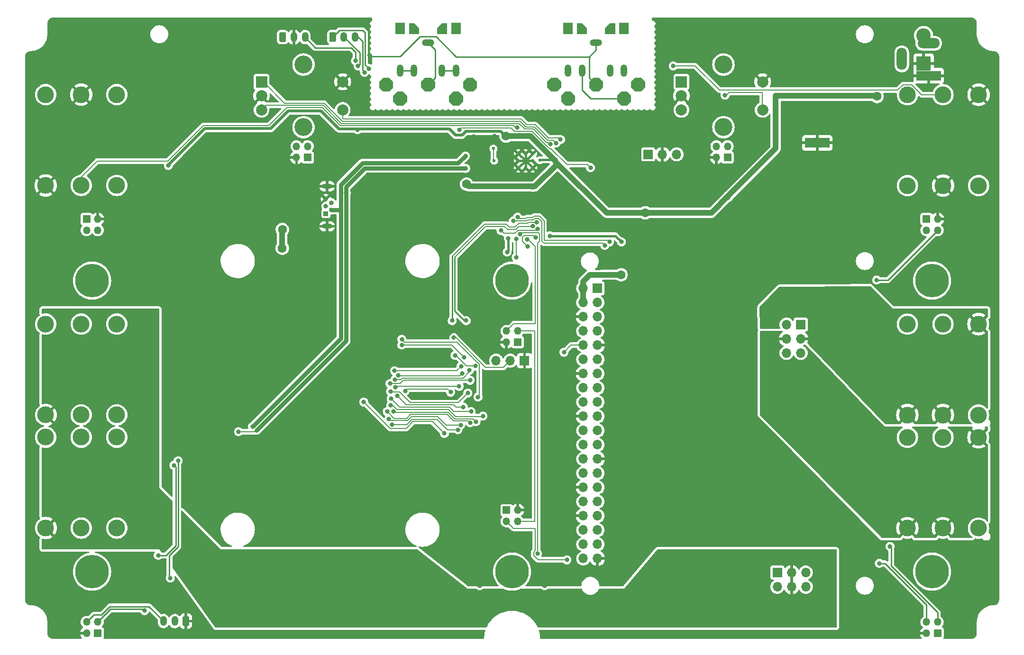
<source format=gbl>
G04 #@! TF.GenerationSoftware,KiCad,Pcbnew,7.0.9-7.0.9~ubuntu23.04.1*
G04 #@! TF.CreationDate,2023-12-05T01:09:06+00:00*
G04 #@! TF.ProjectId,pedalboard-hw,70656461-6c62-46f6-9172-642d68772e6b,3.1.1*
G04 #@! TF.SameCoordinates,Original*
G04 #@! TF.FileFunction,Copper,L2,Bot*
G04 #@! TF.FilePolarity,Positive*
%FSLAX46Y46*%
G04 Gerber Fmt 4.6, Leading zero omitted, Abs format (unit mm)*
G04 Created by KiCad (PCBNEW 7.0.9-7.0.9~ubuntu23.04.1) date 2023-12-05 01:09:06*
%MOMM*%
%LPD*%
G01*
G04 APERTURE LIST*
G04 #@! TA.AperFunction,ComponentPad*
%ADD10O,1.200000X2.200000*%
G04 #@! TD*
G04 #@! TA.AperFunction,ComponentPad*
%ADD11O,2.200000X1.200000*%
G04 #@! TD*
G04 #@! TA.AperFunction,ComponentPad*
%ADD12C,3.000000*%
G04 #@! TD*
G04 #@! TA.AperFunction,ComponentPad*
%ADD13R,4.400000X1.800000*%
G04 #@! TD*
G04 #@! TA.AperFunction,ComponentPad*
%ADD14O,4.000000X1.800000*%
G04 #@! TD*
G04 #@! TA.AperFunction,ComponentPad*
%ADD15O,1.800000X4.000000*%
G04 #@! TD*
G04 #@! TA.AperFunction,ComponentPad*
%ADD16R,2.600000X2.600000*%
G04 #@! TD*
G04 #@! TA.AperFunction,ComponentPad*
%ADD17C,2.600000*%
G04 #@! TD*
G04 #@! TA.AperFunction,ComponentPad*
%ADD18R,1.350000X1.350000*%
G04 #@! TD*
G04 #@! TA.AperFunction,ComponentPad*
%ADD19O,1.350000X1.350000*%
G04 #@! TD*
G04 #@! TA.AperFunction,ComponentPad*
%ADD20R,1.700000X1.700000*%
G04 #@! TD*
G04 #@! TA.AperFunction,ComponentPad*
%ADD21O,1.700000X1.700000*%
G04 #@! TD*
G04 #@! TA.AperFunction,ComponentPad*
%ADD22R,0.840000X0.840000*%
G04 #@! TD*
G04 #@! TA.AperFunction,ComponentPad*
%ADD23C,0.840000*%
G04 #@! TD*
G04 #@! TA.AperFunction,ComponentPad*
%ADD24O,1.850000X0.850000*%
G04 #@! TD*
G04 #@! TA.AperFunction,ComponentPad*
%ADD25R,1.800000X2.000000*%
G04 #@! TD*
G04 #@! TA.AperFunction,ComponentPad*
%ADD26R,2.000000X2.000000*%
G04 #@! TD*
G04 #@! TA.AperFunction,ComponentPad*
%ADD27C,2.000000*%
G04 #@! TD*
G04 #@! TA.AperFunction,ComponentPad*
%ADD28C,3.200000*%
G04 #@! TD*
G04 #@! TA.AperFunction,ComponentPad*
%ADD29C,0.500000*%
G04 #@! TD*
G04 #@! TA.AperFunction,SMDPad,CuDef*
%ADD30R,4.400000X1.800000*%
G04 #@! TD*
G04 #@! TA.AperFunction,ComponentPad*
%ADD31C,0.600000*%
G04 #@! TD*
G04 #@! TA.AperFunction,WasherPad*
%ADD32C,6.000000*%
G04 #@! TD*
G04 #@! TA.AperFunction,ComponentPad*
%ADD33O,1.200000X1.750000*%
G04 #@! TD*
G04 #@! TA.AperFunction,ViaPad*
%ADD34C,0.800000*%
G04 #@! TD*
G04 #@! TA.AperFunction,ViaPad*
%ADD35C,1.600000*%
G04 #@! TD*
G04 #@! TA.AperFunction,ViaPad*
%ADD36C,0.600000*%
G04 #@! TD*
G04 #@! TA.AperFunction,Conductor*
%ADD37C,0.400000*%
G04 #@! TD*
G04 #@! TA.AperFunction,Conductor*
%ADD38C,0.250000*%
G04 #@! TD*
G04 #@! TA.AperFunction,Conductor*
%ADD39C,0.200000*%
G04 #@! TD*
G04 #@! TA.AperFunction,Conductor*
%ADD40C,0.500000*%
G04 #@! TD*
G04 #@! TA.AperFunction,Conductor*
%ADD41C,1.000000*%
G04 #@! TD*
G04 #@! TA.AperFunction,Conductor*
%ADD42C,0.770000*%
G04 #@! TD*
G04 APERTURE END LIST*
D10*
X125000000Y-29500000D03*
X122500000Y-29500000D03*
D11*
X120000000Y-24500000D03*
D10*
X115000000Y-29500000D03*
X117500000Y-29500000D03*
D12*
X28050000Y-50000000D03*
X28050000Y-33770000D03*
X21700000Y-50000000D03*
X21700000Y-33770000D03*
X34400000Y-50000000D03*
X34400000Y-33770000D03*
X28050000Y-111200000D03*
X28050000Y-94970000D03*
X21700000Y-111200000D03*
X21700000Y-94970000D03*
X34400000Y-111200000D03*
X34400000Y-94970000D03*
D13*
X179400000Y-30400000D03*
D14*
X179400000Y-24600000D03*
D15*
X174600000Y-27400000D03*
D16*
X178500000Y-28210000D03*
D17*
X178500000Y-23210000D03*
D18*
X29000000Y-56000000D03*
D19*
X31000000Y-56000000D03*
X29000000Y-58000000D03*
X31000000Y-58000000D03*
D12*
X28050000Y-91000000D03*
X28050000Y-74770000D03*
X21700000Y-91000000D03*
X21700000Y-74770000D03*
X34400000Y-91000000D03*
X34400000Y-74770000D03*
X181950000Y-94995000D03*
X181950000Y-111225000D03*
X188300000Y-94995000D03*
X188300000Y-111225000D03*
X175600000Y-94995000D03*
X175600000Y-111225000D03*
D20*
X129315000Y-44450000D03*
D21*
X131855000Y-44450000D03*
X134395000Y-44450000D03*
D18*
X181000000Y-130000000D03*
D19*
X179000000Y-130000000D03*
X181000000Y-128000000D03*
X179000000Y-128000000D03*
D18*
X31000000Y-130000000D03*
D19*
X29000000Y-130000000D03*
X31000000Y-128000000D03*
X29000000Y-128000000D03*
D18*
X106000000Y-78000000D03*
D19*
X104000000Y-78000000D03*
X106000000Y-76000000D03*
X104000000Y-76000000D03*
D22*
X71740000Y-55030000D03*
D23*
X72740000Y-54380000D03*
X71740000Y-53730000D03*
X72740000Y-53080000D03*
X71740000Y-52430000D03*
D24*
X71960000Y-57305000D03*
X71960000Y-50155000D03*
D12*
X181965000Y-33800000D03*
X181965000Y-50030000D03*
X188315000Y-33800000D03*
X188315000Y-50030000D03*
X175615000Y-33800000D03*
X175615000Y-50030000D03*
D18*
X143500000Y-45000000D03*
D19*
X141500000Y-45000000D03*
X143500000Y-43000000D03*
X141500000Y-43000000D03*
G04 #@! TA.AperFunction,ComponentPad*
G36*
X113750000Y-32517767D02*
G01*
X113017767Y-33250000D01*
X111982233Y-33250000D01*
X111250000Y-32517767D01*
X111250000Y-31482233D01*
X111982233Y-30750000D01*
X113017767Y-30750000D01*
X113750000Y-31482233D01*
X113750000Y-32517767D01*
G37*
G04 #@! TD.AperFunction*
G04 #@! TA.AperFunction,ComponentPad*
G36*
X120517767Y-30750000D02*
G01*
X121250000Y-31482233D01*
X121250000Y-32517767D01*
X120517767Y-33250000D01*
X119482233Y-33250000D01*
X118750000Y-32517767D01*
X118750000Y-31482233D01*
X119482233Y-30750000D01*
X120517767Y-30750000D01*
G37*
G04 #@! TD.AperFunction*
G04 #@! TA.AperFunction,ComponentPad*
G36*
X128750000Y-32517767D02*
G01*
X128017767Y-33250000D01*
X126982233Y-33250000D01*
X126250000Y-32517767D01*
X126250000Y-31482233D01*
X126982233Y-30750000D01*
X128017767Y-30750000D01*
X128750000Y-31482233D01*
X128750000Y-32517767D01*
G37*
G04 #@! TD.AperFunction*
G04 #@! TA.AperFunction,ComponentPad*
G36*
X116250000Y-35017767D02*
G01*
X115517767Y-35750000D01*
X114482233Y-35750000D01*
X113750000Y-35017767D01*
X113750000Y-33982233D01*
X114482233Y-33250000D01*
X115517767Y-33250000D01*
X116250000Y-33982233D01*
X116250000Y-35017767D01*
G37*
G04 #@! TD.AperFunction*
G04 #@! TA.AperFunction,ComponentPad*
G36*
X126250000Y-35017767D02*
G01*
X125517767Y-35750000D01*
X124482233Y-35750000D01*
X123750000Y-35017767D01*
X123750000Y-33982233D01*
X124482233Y-33250000D01*
X125517767Y-33250000D01*
X126250000Y-33982233D01*
X126250000Y-35017767D01*
G37*
G04 #@! TD.AperFunction*
G04 #@! TA.AperFunction,ComponentPad*
G36*
X123400000Y-23000000D02*
G01*
X121600000Y-23000000D01*
X121600000Y-21900000D01*
X122500000Y-21000000D01*
X123400000Y-21000000D01*
X123400000Y-23000000D01*
G37*
G04 #@! TD.AperFunction*
D25*
X125000000Y-22000000D03*
X115000000Y-22000000D03*
G04 #@! TA.AperFunction,ComponentPad*
G36*
X118400000Y-23000000D02*
G01*
X116600000Y-23000000D01*
X116600000Y-21000000D01*
X117500000Y-21000000D01*
X118400000Y-21900000D01*
X118400000Y-23000000D01*
G37*
G04 #@! TD.AperFunction*
D26*
X60250000Y-31500000D03*
D27*
X60250000Y-36500000D03*
X60250000Y-34000000D03*
D28*
X67750000Y-28400000D03*
X67750000Y-39600000D03*
D27*
X74750000Y-36500000D03*
X74750000Y-31500000D03*
D29*
X161470000Y-41750000D03*
X160170000Y-41750000D03*
X158870000Y-41750000D03*
X157570000Y-41750000D03*
D30*
X159520000Y-42400000D03*
D29*
X161470000Y-43050000D03*
X160170000Y-43050000D03*
X158870000Y-43050000D03*
X157570000Y-43050000D03*
D18*
X179000000Y-56000000D03*
D19*
X181000000Y-56000000D03*
X179000000Y-58000000D03*
X181000000Y-58000000D03*
D18*
X68500000Y-45000000D03*
D19*
X66500000Y-45000000D03*
X68500000Y-43000000D03*
X66500000Y-43000000D03*
D20*
X107225000Y-81300000D03*
D21*
X104685000Y-81300000D03*
X102145000Y-81300000D03*
D12*
X181950000Y-74780000D03*
X181950000Y-91010000D03*
X188300000Y-74780000D03*
X188300000Y-91010000D03*
X175600000Y-74780000D03*
X175600000Y-91010000D03*
D31*
X106125000Y-46875000D03*
X107400000Y-46875000D03*
X108675000Y-46875000D03*
X106125000Y-45600000D03*
X107400000Y-45600000D03*
X108675000Y-45600000D03*
X106125000Y-44325000D03*
X107400000Y-44325000D03*
X108675000Y-44325000D03*
D18*
X104000000Y-108000000D03*
D19*
X106000000Y-108000000D03*
X104000000Y-110000000D03*
X106000000Y-110000000D03*
D26*
X135250000Y-31500000D03*
D27*
X135250000Y-36500000D03*
X135250000Y-34000000D03*
D28*
X142750000Y-28400000D03*
X142750000Y-39600000D03*
D27*
X149750000Y-36500000D03*
X149750000Y-31500000D03*
G04 #@! TA.AperFunction,ComponentPad*
G36*
X83750000Y-32517767D02*
G01*
X83017767Y-33250000D01*
X81982233Y-33250000D01*
X81250000Y-32517767D01*
X81250000Y-31482233D01*
X81982233Y-30750000D01*
X83017767Y-30750000D01*
X83750000Y-31482233D01*
X83750000Y-32517767D01*
G37*
G04 #@! TD.AperFunction*
G04 #@! TA.AperFunction,ComponentPad*
G36*
X90517767Y-30750000D02*
G01*
X91250000Y-31482233D01*
X91250000Y-32517767D01*
X90517767Y-33250000D01*
X89482233Y-33250000D01*
X88750000Y-32517767D01*
X88750000Y-31482233D01*
X89482233Y-30750000D01*
X90517767Y-30750000D01*
G37*
G04 #@! TD.AperFunction*
G04 #@! TA.AperFunction,ComponentPad*
G36*
X98750000Y-32517767D02*
G01*
X98017767Y-33250000D01*
X96982233Y-33250000D01*
X96250000Y-32517767D01*
X96250000Y-31482233D01*
X96982233Y-30750000D01*
X98017767Y-30750000D01*
X98750000Y-31482233D01*
X98750000Y-32517767D01*
G37*
G04 #@! TD.AperFunction*
G04 #@! TA.AperFunction,ComponentPad*
G36*
X86250000Y-35017767D02*
G01*
X85517767Y-35750000D01*
X84482233Y-35750000D01*
X83750000Y-35017767D01*
X83750000Y-33982233D01*
X84482233Y-33250000D01*
X85517767Y-33250000D01*
X86250000Y-33982233D01*
X86250000Y-35017767D01*
G37*
G04 #@! TD.AperFunction*
G04 #@! TA.AperFunction,ComponentPad*
G36*
X96250000Y-35017767D02*
G01*
X95517767Y-35750000D01*
X94482233Y-35750000D01*
X93750000Y-35017767D01*
X93750000Y-33982233D01*
X94482233Y-33250000D01*
X95517767Y-33250000D01*
X96250000Y-33982233D01*
X96250000Y-35017767D01*
G37*
G04 #@! TD.AperFunction*
G04 #@! TA.AperFunction,ComponentPad*
G36*
X93400000Y-23000000D02*
G01*
X91600000Y-23000000D01*
X91600000Y-21900000D01*
X92500000Y-21000000D01*
X93400000Y-21000000D01*
X93400000Y-23000000D01*
G37*
G04 #@! TD.AperFunction*
D25*
X95000000Y-22000000D03*
X85000000Y-22000000D03*
G04 #@! TA.AperFunction,ComponentPad*
G36*
X88400000Y-23000000D02*
G01*
X86600000Y-23000000D01*
X86600000Y-21000000D01*
X87500000Y-21000000D01*
X88400000Y-21900000D01*
X88400000Y-23000000D01*
G37*
G04 #@! TD.AperFunction*
D10*
X94994500Y-29500000D03*
X92494500Y-29500000D03*
D11*
X89994500Y-24500000D03*
D10*
X84994500Y-29500000D03*
X87494500Y-29500000D03*
D32*
X30000000Y-119000000D03*
X105000000Y-67000000D03*
X30000000Y-67000000D03*
X180000000Y-67000000D03*
X105000000Y-119000000D03*
G04 #@! TA.AperFunction,ComponentPad*
G36*
G01*
X72360000Y-24115000D02*
X72360000Y-22865000D01*
G75*
G02*
X72610000Y-22615000I250000J0D01*
G01*
X73310000Y-22615000D01*
G75*
G02*
X73560000Y-22865000I0J-250000D01*
G01*
X73560000Y-24115000D01*
G75*
G02*
X73310000Y-24365000I-250000J0D01*
G01*
X72610000Y-24365000D01*
G75*
G02*
X72360000Y-24115000I0J250000D01*
G01*
G37*
G04 #@! TD.AperFunction*
D33*
X74960000Y-23490000D03*
X76960000Y-23490000D03*
G04 #@! TA.AperFunction,ComponentPad*
G36*
G01*
X47360000Y-127205000D02*
X47360000Y-128455000D01*
G75*
G02*
X47110000Y-128705000I-250000J0D01*
G01*
X46410000Y-128705000D01*
G75*
G02*
X46160000Y-128455000I0J250000D01*
G01*
X46160000Y-127205000D01*
G75*
G02*
X46410000Y-126955000I250000J0D01*
G01*
X47110000Y-126955000D01*
G75*
G02*
X47360000Y-127205000I0J-250000D01*
G01*
G37*
G04 #@! TD.AperFunction*
X44760000Y-127830000D03*
X42760000Y-127830000D03*
D32*
X180000000Y-119000000D03*
D20*
X120250000Y-68375600D03*
D21*
X117710000Y-68375600D03*
X120250000Y-70915600D03*
X117710000Y-70915600D03*
X120250000Y-73455600D03*
X117710000Y-73455600D03*
X120250000Y-75995600D03*
X117710000Y-75995600D03*
X120250000Y-78535600D03*
X117710000Y-78535600D03*
X120250000Y-81075600D03*
X117710000Y-81075600D03*
X120250000Y-83615600D03*
X117710000Y-83615600D03*
X120250000Y-86155600D03*
X117710000Y-86155600D03*
X120250000Y-88695600D03*
X117710000Y-88695600D03*
X120250000Y-91235600D03*
X117710000Y-91235600D03*
X120250000Y-93775600D03*
X117710000Y-93775600D03*
X120250000Y-96315600D03*
X117710000Y-96315600D03*
X120250000Y-98855600D03*
X117710000Y-98855600D03*
X120250000Y-101395600D03*
X117710000Y-101395600D03*
X120250000Y-103935600D03*
X117710000Y-103935600D03*
X120250000Y-106475600D03*
X117710000Y-106475600D03*
X120250000Y-109015600D03*
X117710000Y-109015600D03*
X120250000Y-111555600D03*
X117710000Y-111555600D03*
X120250000Y-114095600D03*
X117710000Y-114095600D03*
X120250000Y-116635600D03*
X117710000Y-116635600D03*
D20*
X156555000Y-74845600D03*
D21*
X154015000Y-74845600D03*
X156555000Y-77385600D03*
X154015000Y-77385600D03*
X156555000Y-79925600D03*
X154015000Y-79925600D03*
D20*
X152380000Y-119150600D03*
D21*
X152380000Y-121690600D03*
X154920000Y-119150600D03*
X154920000Y-121690600D03*
X157460000Y-119150600D03*
X157460000Y-121690600D03*
G04 #@! TA.AperFunction,ComponentPad*
G36*
G01*
X63430000Y-24125000D02*
X63430000Y-22875000D01*
G75*
G02*
X63680000Y-22625000I250000J0D01*
G01*
X64380000Y-22625000D01*
G75*
G02*
X64630000Y-22875000I0J-250000D01*
G01*
X64630000Y-24125000D01*
G75*
G02*
X64380000Y-24375000I-250000J0D01*
G01*
X63680000Y-24375000D01*
G75*
G02*
X63430000Y-24125000I0J250000D01*
G01*
G37*
G04 #@! TD.AperFunction*
D33*
X66030000Y-23500000D03*
X68030000Y-23500000D03*
D34*
X96080000Y-42210000D03*
X153500000Y-44500000D03*
X165500000Y-43500000D03*
X153270000Y-53210000D03*
X159640000Y-52290000D03*
X89500000Y-81500000D03*
X153500000Y-43000000D03*
X86700000Y-75600000D03*
X135150000Y-59190000D03*
X77780000Y-33850000D03*
X152650000Y-49670000D03*
X157500000Y-23000000D03*
X101860000Y-41205500D03*
X55500000Y-78000000D03*
X155500000Y-25000000D03*
X154340000Y-27900000D03*
X121700000Y-52600000D03*
X167000000Y-32000000D03*
X157000000Y-32000000D03*
X99200000Y-121500000D03*
X155480000Y-52260000D03*
X168960000Y-52060000D03*
X168500000Y-30500000D03*
X110380000Y-39114500D03*
X93160000Y-54210000D03*
X116760000Y-45120000D03*
X157600000Y-52250000D03*
X37000000Y-122600000D03*
X87110000Y-49550000D03*
X165500000Y-35500000D03*
X165500000Y-37500000D03*
X164000000Y-32000000D03*
X48100000Y-62500600D03*
X35800000Y-69500000D03*
X161520000Y-52290000D03*
X185800000Y-69500000D03*
X153250000Y-50860000D03*
X120750000Y-44200000D03*
X167000000Y-35500000D03*
X55500000Y-85500000D03*
X167000000Y-30500000D03*
X89500000Y-87600000D03*
X171500000Y-22500000D03*
X55500000Y-75000000D03*
X55500000Y-90500000D03*
X165500000Y-39500000D03*
X55500000Y-80500000D03*
X89500000Y-96000000D03*
X155500000Y-32000000D03*
X86600000Y-80300000D03*
X111600000Y-52500000D03*
X24200000Y-69500000D03*
X161500000Y-47000000D03*
X153500000Y-41500000D03*
X24200000Y-121500000D03*
X154650000Y-49670000D03*
X167000000Y-37500000D03*
X99040000Y-42400000D03*
X174200000Y-69400000D03*
X103520000Y-54220000D03*
X153500000Y-40000000D03*
X167000000Y-45500000D03*
X159500000Y-23000000D03*
X185800000Y-121450000D03*
X55500000Y-93000000D03*
X153500000Y-38500000D03*
X134550000Y-53230000D03*
X153500000Y-35500000D03*
X165500000Y-45500000D03*
X94100000Y-49800000D03*
X108550000Y-53200000D03*
X169000000Y-50000000D03*
X174200000Y-121500000D03*
X155000000Y-35500000D03*
X155500000Y-27000000D03*
X167000000Y-41500000D03*
X164000000Y-35500000D03*
X161500000Y-49000000D03*
X153500000Y-37000000D03*
X157000000Y-49670000D03*
X55500000Y-83000000D03*
X164000000Y-37500000D03*
X120900000Y-49600000D03*
X147850000Y-50200000D03*
X155000000Y-37000000D03*
X98090000Y-41300000D03*
X110800000Y-121500000D03*
X55500000Y-88000000D03*
X170000000Y-26000000D03*
X155500000Y-23000000D03*
X82690000Y-54240000D03*
X161500000Y-23000000D03*
X165500000Y-41500000D03*
X167000000Y-39500000D03*
X89500000Y-93500000D03*
X101459500Y-54910000D03*
X167000000Y-43500000D03*
X99200000Y-69600000D03*
X131150000Y-53100000D03*
X113310000Y-49350000D03*
X55500000Y-95500000D03*
X110800000Y-69900000D03*
X77494500Y-28646472D03*
X109564970Y-57788013D03*
X103030000Y-58049500D03*
D35*
X96870000Y-49750000D03*
D34*
X112792822Y-45433603D03*
X143625767Y-52170000D03*
D35*
X103925000Y-41175000D03*
D34*
X43610000Y-46430000D03*
D35*
X170180000Y-34104500D03*
X128780000Y-54900000D03*
D36*
X109954871Y-45486615D03*
X108679996Y-50463478D03*
D34*
X108121284Y-41128021D03*
X77355500Y-40049500D03*
D36*
X101800000Y-45560000D03*
X101660000Y-43410000D03*
D34*
X95816257Y-92805501D03*
X83000000Y-91700000D03*
X95900000Y-82300000D03*
X84000000Y-83100000D03*
X96058879Y-83599500D03*
X84700353Y-83899647D03*
X84133755Y-86087142D03*
X95537944Y-85893736D03*
X104345332Y-59435332D03*
X111730000Y-59000500D03*
X104120000Y-61889500D03*
X124540332Y-60090332D03*
X133787535Y-28647535D03*
X83525685Y-92713715D03*
X95302419Y-93662808D03*
X119000000Y-46810000D03*
X95590000Y-40070000D03*
X109199500Y-59300000D03*
X107801405Y-60872211D03*
X105710000Y-59590500D03*
X105740000Y-62840000D03*
X122387250Y-60087250D03*
X105980588Y-55650500D03*
X41800000Y-116100000D03*
X44610000Y-100000000D03*
X106409500Y-58703193D03*
X109550000Y-115800000D03*
X105199500Y-56370000D03*
X121550000Y-60700000D03*
X112852102Y-42411614D03*
X111881321Y-42649500D03*
X113648543Y-41806390D03*
X143033791Y-33883085D03*
X178800000Y-93800000D03*
D35*
X124470000Y-65960000D03*
X63965000Y-57865000D03*
X63960000Y-61210000D03*
D34*
X85300000Y-78500000D03*
X96400000Y-80700000D03*
X98917395Y-87799500D03*
X85300000Y-77500000D03*
X82700000Y-90400000D03*
X97511449Y-92382343D03*
X83798953Y-90387491D03*
X98557000Y-92199500D03*
X83350000Y-89250000D03*
X99800000Y-91200000D03*
X83400000Y-88100000D03*
X97683894Y-90399000D03*
X96300000Y-89599000D03*
X84500000Y-87599500D03*
X85900000Y-86699500D03*
X94024728Y-86925400D03*
X97100000Y-87100000D03*
X83300000Y-86787142D03*
X97500000Y-84800000D03*
X83200000Y-85400000D03*
X114260500Y-79800500D03*
X84074635Y-84687642D03*
X97400000Y-83000500D03*
X94610000Y-77200000D03*
X94810000Y-80370000D03*
X98448690Y-82241159D03*
X78500000Y-88700000D03*
X92900000Y-94300000D03*
X58650000Y-93100000D03*
X96664622Y-44735378D03*
X75376600Y-51350000D03*
X56150000Y-94000000D03*
X96699500Y-46950000D03*
X105890000Y-39649500D03*
X79436653Y-29121550D03*
X78655500Y-29791388D03*
X43950000Y-120130000D03*
X45350000Y-99190000D03*
X39370000Y-125950000D03*
X77044500Y-27714500D03*
X170587701Y-117512299D03*
X114800000Y-116900000D03*
X107695203Y-59639500D03*
X172500000Y-114500000D03*
X170100000Y-66900000D03*
X94300000Y-74150000D03*
X109400939Y-56574659D03*
X96800000Y-74150000D03*
X108700000Y-57287182D03*
D37*
X107400000Y-44325000D02*
X107400000Y-46875000D01*
D38*
X95000000Y-27000000D02*
X118750000Y-27000000D01*
D37*
X107400000Y-45600000D02*
X106125000Y-46875000D01*
D38*
X118750000Y-30750000D02*
X120000000Y-32000000D01*
D37*
X106125000Y-45600000D02*
X108675000Y-45600000D01*
D38*
X118750000Y-27000000D02*
X118750000Y-30750000D01*
X120000000Y-25750000D02*
X120000000Y-24500000D01*
X85020000Y-26980000D02*
X88600000Y-23400000D01*
D39*
X110091558Y-39114500D02*
X110090000Y-39112942D01*
D38*
X79180000Y-26670000D02*
X79490000Y-26980000D01*
D37*
X107400000Y-45600000D02*
X106125000Y-44325000D01*
X107400000Y-45600000D02*
X108675000Y-46875000D01*
X107400000Y-45600000D02*
X108675000Y-44325000D01*
D38*
X91400000Y-23400000D02*
X95000000Y-27000000D01*
X118750000Y-27000000D02*
X120000000Y-25750000D01*
X88600000Y-23400000D02*
X91400000Y-23400000D01*
X79490000Y-26980000D02*
X85020000Y-26980000D01*
D39*
X110131396Y-39114500D02*
X110091558Y-39114500D01*
D38*
X77769500Y-28371472D02*
X77769500Y-26299500D01*
X91250000Y-25755500D02*
X89994500Y-24500000D01*
X77494500Y-28646472D02*
X77769500Y-28371472D01*
X90000000Y-32000000D02*
X91250000Y-30750000D01*
X77769500Y-26299500D02*
X74960000Y-23490000D01*
X91250000Y-30750000D02*
X91250000Y-25755500D01*
D39*
X106113318Y-57986682D02*
X109366301Y-57986682D01*
X103030000Y-58049500D02*
X103553035Y-58572535D01*
X105527465Y-58572535D02*
X106113318Y-57986682D01*
X109366301Y-57986682D02*
X109564970Y-57788013D01*
X103553035Y-58572535D02*
X105527465Y-58572535D01*
D37*
X112792822Y-45433603D02*
X110007883Y-45433603D01*
D40*
X70885457Y-36680000D02*
X74105458Y-39900000D01*
D41*
X128780000Y-54900000D02*
X121900000Y-54900000D01*
X152070000Y-34000000D02*
X170075500Y-34000000D01*
D40*
X102990000Y-40330000D02*
X103835000Y-41175000D01*
X43610000Y-46336778D02*
X43610000Y-46430000D01*
X96770000Y-40330000D02*
X102990000Y-40330000D01*
X96070000Y-41030000D02*
X96770000Y-40330000D01*
D41*
X103925000Y-41175000D02*
X108285501Y-41175000D01*
D40*
X65050000Y-36680000D02*
X70885457Y-36680000D01*
D41*
X108285501Y-41175000D02*
X112544104Y-45433603D01*
X143625767Y-51876772D02*
X143625767Y-51864233D01*
X140590000Y-54900000D02*
X143613228Y-51876772D01*
D37*
X110007883Y-45433603D02*
X109954871Y-45486615D01*
D40*
X61880000Y-39850000D02*
X65050000Y-36680000D01*
X50096778Y-39850000D02*
X61880000Y-39850000D01*
D41*
X152070000Y-43420000D02*
X152070000Y-34000000D01*
X97310000Y-50190000D02*
X109060000Y-50190000D01*
X143613228Y-51876772D02*
X143625767Y-51876772D01*
X143625767Y-51864233D02*
X152070000Y-43420000D01*
D40*
X93767918Y-39900000D02*
X94897918Y-41030000D01*
X94897918Y-41030000D02*
X96070000Y-41030000D01*
D41*
X121900000Y-54900000D02*
X112792822Y-45792822D01*
X109060000Y-50190000D02*
X113000000Y-46250000D01*
D40*
X74105458Y-39900000D02*
X93767918Y-39900000D01*
D41*
X170075500Y-34000000D02*
X170180000Y-34104500D01*
D40*
X50096778Y-39850000D02*
X43610000Y-46336778D01*
D41*
X96870000Y-49750000D02*
X97310000Y-50190000D01*
X128780000Y-54900000D02*
X140590000Y-54900000D01*
D38*
X103835000Y-41175000D02*
X103925000Y-41175000D01*
D39*
X101660000Y-43410000D02*
X101660000Y-45420000D01*
X101660000Y-45420000D02*
X101800000Y-45560000D01*
X93205501Y-92805501D02*
X95816257Y-92805501D01*
X83314215Y-92014215D02*
X86351471Y-92014215D01*
X83000000Y-91700000D02*
X83314215Y-92014215D01*
X86351471Y-92014215D02*
X87065686Y-91300000D01*
X91700000Y-91300000D02*
X93205501Y-92805501D01*
X87065686Y-91300000D02*
X91700000Y-91300000D01*
X84000000Y-83100000D02*
X95100000Y-83100000D01*
X95100000Y-83100000D02*
X95900000Y-82300000D01*
X84700353Y-83899647D02*
X84800706Y-84000000D01*
X95658379Y-84000000D02*
X96058879Y-83599500D01*
X84800706Y-84000000D02*
X95658379Y-84000000D01*
X84133755Y-86087142D02*
X84320897Y-85900000D01*
X95531680Y-85900000D02*
X95537944Y-85893736D01*
X84320897Y-85900000D02*
X95531680Y-85900000D01*
D37*
X123450500Y-59000500D02*
X111730000Y-59000500D01*
D39*
X104120000Y-61800000D02*
X104345332Y-61574668D01*
X104120000Y-61800000D02*
X104120000Y-61889500D01*
D37*
X104345332Y-59435332D02*
X104345332Y-61574668D01*
X124540332Y-60090332D02*
X123450500Y-59000500D01*
D39*
X176360000Y-32000000D02*
X174834060Y-32000000D01*
X174834060Y-32000000D02*
X173854060Y-32980000D01*
X181965000Y-33800000D02*
X178160000Y-33800000D01*
X173854060Y-32980000D02*
X142040000Y-32980000D01*
X178160000Y-33800000D02*
X176360000Y-32000000D01*
X137707535Y-28647535D02*
X133787535Y-28647535D01*
X142040000Y-32980000D02*
X137707535Y-28647535D01*
X93497122Y-93662808D02*
X91617157Y-91782843D01*
X95302419Y-93662808D02*
X93497122Y-93662808D01*
X91617157Y-91782843D02*
X87148529Y-91782843D01*
X86217657Y-92713715D02*
X83525685Y-92713715D01*
X87148529Y-91782843D02*
X86217657Y-92713715D01*
X97331851Y-39751851D02*
X104831851Y-39751851D01*
X107389393Y-40349500D02*
X107411617Y-40327276D01*
X107411617Y-40327276D02*
X108577276Y-40327276D01*
X114780000Y-46290000D02*
X118480000Y-46290000D01*
X108577276Y-40327276D02*
X111181321Y-42931321D01*
X111181321Y-42931321D02*
X111181321Y-42939450D01*
X111719384Y-43477513D02*
X111967513Y-43477513D01*
X105429500Y-40349500D02*
X107389393Y-40349500D01*
X95590000Y-40070000D02*
X95910000Y-39750000D01*
X118480000Y-46290000D02*
X119000000Y-46810000D01*
X95910000Y-39750000D02*
X97330000Y-39750000D01*
X111967513Y-43477513D02*
X114780000Y-46290000D01*
X111181321Y-42939450D02*
X111719384Y-43477513D01*
X97330000Y-39750000D02*
X97331851Y-39751851D01*
X104831851Y-39751851D02*
X105429500Y-40349500D01*
X106887736Y-59958542D02*
X106887736Y-59232264D01*
X107180000Y-58940000D02*
X108839500Y-58940000D01*
X107801405Y-60872211D02*
X106887736Y-59958542D01*
X106887736Y-59232264D02*
X107180000Y-58940000D01*
X108839500Y-58940000D02*
X109199500Y-59300000D01*
X105710000Y-62810000D02*
X105710000Y-59590500D01*
X105740000Y-62840000D02*
X105710000Y-62810000D01*
X122387250Y-60087250D02*
X122100000Y-59800000D01*
X110700000Y-59784314D02*
X110700000Y-56318084D01*
X108645303Y-55774659D02*
X107599080Y-55774659D01*
X110715686Y-59800000D02*
X110700000Y-59784314D01*
X110700000Y-56318084D02*
X109856574Y-55474659D01*
X107473738Y-55900000D02*
X106230088Y-55900000D01*
X122100000Y-59800000D02*
X110715686Y-59800000D01*
X108945303Y-55474659D02*
X108645303Y-55774659D01*
X106230088Y-55900000D02*
X105980588Y-55650500D01*
X107599080Y-55774659D02*
X107473738Y-55900000D01*
X109856574Y-55474659D02*
X108945303Y-55474659D01*
D38*
X44926000Y-100316000D02*
X44610000Y-100000000D01*
X41800000Y-116100000D02*
X43160000Y-116100000D01*
X44926000Y-114334000D02*
X44926000Y-100316000D01*
X43160000Y-116100000D02*
X44926000Y-114334000D01*
D39*
X109899500Y-58639500D02*
X109899500Y-60000500D01*
X106409500Y-58703193D02*
X106624680Y-58488013D01*
X106624680Y-58488013D02*
X109748013Y-58488013D01*
X109899500Y-60000500D02*
X109550000Y-60350000D01*
X109748013Y-58488013D02*
X109899500Y-58639500D01*
X109550000Y-60350000D02*
X109550000Y-115800000D01*
X109690889Y-55874659D02*
X110300000Y-56483770D01*
X109110989Y-55874659D02*
X109690889Y-55874659D01*
X110300000Y-56483770D02*
X110300000Y-59950000D01*
X107589424Y-56350000D02*
X107764765Y-56174659D01*
X110300000Y-59950000D02*
X110700000Y-60350000D01*
X107764765Y-56174659D02*
X108810989Y-56174659D01*
X110700000Y-60350000D02*
X121200000Y-60350000D01*
X108810989Y-56174659D02*
X109110989Y-55874659D01*
X121200000Y-60350000D02*
X121550000Y-60700000D01*
X105219500Y-56350000D02*
X107589424Y-56350000D01*
X105199500Y-56370000D02*
X105219500Y-56350000D01*
X112390488Y-41950000D02*
X111369865Y-41950000D01*
X107432912Y-39527276D02*
X106455635Y-38550000D01*
X111369865Y-41950000D02*
X108947141Y-39527276D01*
X71414646Y-35300000D02*
X64380000Y-35300000D01*
X60580000Y-31500000D02*
X60250000Y-31500000D01*
X64380000Y-35300000D02*
X60580000Y-31500000D01*
X106455635Y-38550000D02*
X74664646Y-38550000D01*
X112852102Y-42411614D02*
X112390488Y-41950000D01*
X108947141Y-39527276D02*
X107432912Y-39527276D01*
X74664646Y-38550000D02*
X71414646Y-35300000D01*
X111204179Y-42350000D02*
X108781455Y-39927276D01*
X108781455Y-39927276D02*
X107267226Y-39927276D01*
X71248960Y-35700000D02*
X61050000Y-35700000D01*
X111581821Y-42350000D02*
X111204179Y-42350000D01*
X107267226Y-39927276D02*
X106289950Y-38950000D01*
X61050000Y-35700000D02*
X60250000Y-36500000D01*
X111881321Y-42649500D02*
X111581821Y-42350000D01*
X74498961Y-38950000D02*
X71248960Y-35700000D01*
X106289950Y-38950000D02*
X74498961Y-38950000D01*
X106621320Y-38150000D02*
X74840000Y-38150000D01*
X74840000Y-38150000D02*
X74750000Y-38060000D01*
X113648543Y-41806390D02*
X113392153Y-41550000D01*
X109112826Y-39127276D02*
X107598598Y-39127276D01*
X74750000Y-38060000D02*
X74750000Y-36500000D01*
X113392153Y-41550000D02*
X111535551Y-41550000D01*
X111535551Y-41550000D02*
X109112826Y-39127276D01*
X107598598Y-39127276D02*
X106621320Y-38150000D01*
X143033791Y-33883085D02*
X143252915Y-33883085D01*
X143731000Y-33405000D02*
X149660000Y-33405000D01*
X149660000Y-36410000D02*
X149750000Y-36500000D01*
X149660000Y-33405000D02*
X149660000Y-36410000D01*
X143252915Y-33883085D02*
X143731000Y-33405000D01*
D41*
X63965000Y-57865000D02*
X63930000Y-57900000D01*
X117710000Y-68375600D02*
X117710000Y-70915600D01*
X63930000Y-57900000D02*
X63930000Y-61180000D01*
X118883519Y-66000000D02*
X117710000Y-67173519D01*
X117710000Y-67173519D02*
X117710000Y-68375600D01*
X121000000Y-66000000D02*
X118883519Y-66000000D01*
X121040000Y-65960000D02*
X121000000Y-66000000D01*
X124470000Y-65960000D02*
X121040000Y-65960000D01*
X63930000Y-61180000D02*
X63960000Y-61210000D01*
D39*
X99150012Y-81951709D02*
X95198303Y-78000000D01*
X99150012Y-87566883D02*
X99150012Y-81951709D01*
X98917395Y-87799500D02*
X99150012Y-87566883D01*
X95198303Y-78000000D02*
X85800000Y-78000000D01*
X85800000Y-78000000D02*
X85300000Y-77500000D01*
X96400000Y-80700000D02*
X94200000Y-78500000D01*
X94200000Y-78500000D02*
X85300000Y-78500000D01*
X97211949Y-92082843D02*
X97511449Y-92382343D01*
X86185785Y-91614215D02*
X86900000Y-90900000D01*
X94585786Y-92082843D02*
X97211949Y-92082843D01*
X82700000Y-90400000D02*
X83914215Y-91614215D01*
X83914215Y-91614215D02*
X86185785Y-91614215D01*
X86900000Y-90900000D02*
X93402942Y-90900000D01*
X93402942Y-90900000D02*
X94585786Y-92082843D01*
X83798953Y-90387491D02*
X83911462Y-90500000D01*
X94751472Y-91682843D02*
X98040343Y-91682843D01*
X93568628Y-90500000D02*
X94751472Y-91682843D01*
X98040343Y-91682843D02*
X98557000Y-92199500D01*
X83911462Y-90500000D02*
X93568628Y-90500000D01*
X94917157Y-91282843D02*
X99717157Y-91282843D01*
X83650706Y-89250000D02*
X84400706Y-90000000D01*
X84400706Y-90000000D02*
X93634314Y-90000000D01*
X93634314Y-90000000D02*
X94917157Y-91282843D01*
X99717157Y-91282843D02*
X99800000Y-91200000D01*
X83350000Y-89250000D02*
X83650706Y-89250000D01*
X83400000Y-88100000D02*
X84900000Y-89600000D01*
X93800000Y-89600000D02*
X94599000Y-90399000D01*
X84900000Y-89600000D02*
X93800000Y-89600000D01*
X94599000Y-90399000D02*
X97683894Y-90399000D01*
X94999000Y-89599000D02*
X96300000Y-89599000D01*
X94600000Y-89200000D02*
X94999000Y-89599000D01*
X86100500Y-89200000D02*
X94600000Y-89200000D01*
X84500000Y-87599500D02*
X86100500Y-89200000D01*
X85900000Y-86699500D02*
X86199500Y-86400000D01*
X86199500Y-86400000D02*
X93499328Y-86400000D01*
X93499328Y-86400000D02*
X94024728Y-86925400D01*
X84900000Y-86900000D02*
X86800000Y-88800000D01*
X83412858Y-86900000D02*
X84900000Y-86900000D01*
X95400000Y-88800000D02*
X97100000Y-87100000D01*
X83300000Y-86787142D02*
X83412858Y-86900000D01*
X86800000Y-88800000D02*
X95400000Y-88800000D01*
X83772327Y-85400000D02*
X83784685Y-85387642D01*
X85577818Y-84800000D02*
X97500000Y-84800000D01*
X83200000Y-85400000D02*
X83772327Y-85400000D01*
X84990176Y-85387642D02*
X85577818Y-84800000D01*
X83784685Y-85387642D02*
X84990176Y-85387642D01*
X115525400Y-78535600D02*
X117710000Y-78535600D01*
X114260500Y-79800500D02*
X115525400Y-78535600D01*
X97400000Y-83000500D02*
X97400000Y-83248329D01*
X85389950Y-84400000D02*
X85089950Y-84700000D01*
X84086993Y-84700000D02*
X84074635Y-84687642D01*
X97400000Y-83248329D02*
X96248329Y-84400000D01*
X96248329Y-84400000D02*
X85389950Y-84400000D01*
X85089950Y-84700000D02*
X84086993Y-84700000D01*
X100263989Y-82500000D02*
X103485000Y-82500000D01*
X94810000Y-80370000D02*
X94959950Y-80370000D01*
X94959950Y-80370000D02*
X96831109Y-82241159D01*
X94610000Y-77200000D02*
X94963989Y-77200000D01*
X96831109Y-82241159D02*
X98448690Y-82241159D01*
X103485000Y-82500000D02*
X104685000Y-81300000D01*
X94963989Y-77200000D02*
X100263989Y-82500000D01*
X87314215Y-92182843D02*
X90782843Y-92182843D01*
X90782843Y-92182843D02*
X92900000Y-94300000D01*
X86083343Y-93413715D02*
X87314215Y-92182843D01*
X78500000Y-88700000D02*
X78522020Y-88700000D01*
X78522020Y-88700000D02*
X83235735Y-93413715D01*
X83235735Y-93413715D02*
X86083343Y-93413715D01*
D42*
X74437900Y-54380000D02*
X72740000Y-54380000D01*
X74437900Y-77358590D02*
X74437900Y-54380000D01*
X95374200Y-46025800D02*
X78284200Y-46025800D01*
X74437900Y-77358590D02*
X58696490Y-93100000D01*
X74437900Y-49872100D02*
X74437900Y-54380000D01*
X96664622Y-44735378D02*
X95374200Y-46025800D01*
X58696490Y-93100000D02*
X58650000Y-93100000D01*
X78284200Y-46025800D02*
X74437900Y-49872100D01*
X75362100Y-77741410D02*
X59858715Y-93244795D01*
X96699500Y-46950000D02*
X78667016Y-46950000D01*
X78667016Y-46950000D02*
X75362100Y-50254916D01*
D39*
X56150000Y-94000000D02*
X58900000Y-94000000D01*
X58900000Y-94000000D02*
X59250000Y-93650000D01*
D42*
X75362100Y-50254916D02*
X75362100Y-77741410D01*
X59858711Y-93244795D02*
X59351753Y-93751753D01*
X59858715Y-93244795D02*
X59858711Y-93244795D01*
D39*
X28050000Y-48510000D02*
X30930000Y-45630000D01*
X105360000Y-39350000D02*
X105659500Y-39649500D01*
X74333275Y-39350000D02*
X105360000Y-39350000D01*
X105659500Y-39649500D02*
X105999500Y-39649500D01*
X28050000Y-50000000D02*
X28050000Y-48510000D01*
X71083275Y-36100000D02*
X74333275Y-39350000D01*
X64760000Y-36100000D02*
X71083275Y-36100000D01*
X61560000Y-39300000D02*
X64760000Y-36100000D01*
X30930000Y-45630000D02*
X43538960Y-45630000D01*
X43538960Y-45630000D02*
X49868960Y-39300000D01*
X49868960Y-39300000D02*
X61560000Y-39300000D01*
D38*
X92494500Y-29500000D02*
X94994500Y-29500000D01*
X79436653Y-29121550D02*
X78730000Y-28414897D01*
X74160000Y-22290000D02*
X72960000Y-23490000D01*
X78730000Y-28414897D02*
X78730000Y-22690000D01*
X78330000Y-22290000D02*
X74160000Y-22290000D01*
X78730000Y-22690000D02*
X78330000Y-22290000D01*
X84994500Y-29500000D02*
X87494500Y-29500000D01*
X78280000Y-29415888D02*
X78280000Y-24270000D01*
X78655500Y-29791388D02*
X78280000Y-29415888D01*
X78280000Y-24270000D02*
X77500000Y-23490000D01*
X77500000Y-23490000D02*
X76960000Y-23490000D01*
X39370000Y-125950000D02*
X39120000Y-125700000D01*
X43800000Y-119980000D02*
X43800000Y-116096396D01*
X45376000Y-99216000D02*
X45350000Y-99190000D01*
X33300000Y-125700000D02*
X31000000Y-128000000D01*
X39120000Y-125700000D02*
X33300000Y-125700000D01*
X45376000Y-114520396D02*
X45376000Y-99216000D01*
X43800000Y-116096396D02*
X45376000Y-114520396D01*
X43950000Y-120130000D02*
X43800000Y-119980000D01*
X76243604Y-25410000D02*
X69835000Y-25410000D01*
X77044500Y-27714500D02*
X77044500Y-26210896D01*
X77044500Y-26210896D02*
X76243604Y-25410000D01*
X117500000Y-29500000D02*
X117500000Y-33000000D01*
X69835000Y-25410000D02*
X68030000Y-23605000D01*
X117500000Y-33000000D02*
X119000000Y-34500000D01*
X119000000Y-34500000D02*
X125000000Y-34500000D01*
D39*
X105250000Y-111250000D02*
X109150000Y-111250000D01*
D38*
X170587701Y-117512299D02*
X171575903Y-117512299D01*
D39*
X108850000Y-115510050D02*
X108850000Y-116089950D01*
D38*
X171575903Y-117512299D02*
X179000000Y-124936396D01*
X179000000Y-124936396D02*
X179000000Y-128000000D01*
D39*
X109660050Y-116900000D02*
X114800000Y-116900000D01*
X108850000Y-116089950D02*
X109660050Y-116900000D01*
X109150000Y-111250000D02*
X109150000Y-115210050D01*
X109150000Y-115210050D02*
X108850000Y-115510050D01*
X104000000Y-110000000D02*
X105250000Y-111250000D01*
X109125000Y-60865000D02*
X109125000Y-74730000D01*
X105270000Y-74730000D02*
X104000000Y-76000000D01*
X107695203Y-59639500D02*
X107899500Y-59639500D01*
X109125000Y-74730000D02*
X105270000Y-74730000D01*
X107899500Y-59639500D02*
X109125000Y-60865000D01*
D38*
X172100000Y-66900000D02*
X181000000Y-58000000D01*
X172700000Y-118000000D02*
X172700000Y-114700000D01*
X181000000Y-128000000D02*
X181000000Y-126300000D01*
X181000000Y-126300000D02*
X172700000Y-118000000D01*
X172700000Y-114700000D02*
X172500000Y-114500000D01*
X170100000Y-66900000D02*
X172100000Y-66900000D01*
D39*
X109040000Y-76000000D02*
X106000000Y-76000000D01*
X106000000Y-110000000D02*
X109040000Y-110000000D01*
X109040000Y-110000000D02*
X109040000Y-76000000D01*
D38*
X33138604Y-125225000D02*
X40155000Y-125225000D01*
X29000000Y-128000000D02*
X30293198Y-126706802D01*
X31656802Y-126706802D02*
X33138604Y-125225000D01*
X30293198Y-126706802D02*
X31656802Y-126706802D01*
X40155000Y-125225000D02*
X42760000Y-127830000D01*
D39*
X107755109Y-56750000D02*
X106218629Y-56750000D01*
X109400939Y-56574659D02*
X107930450Y-56574659D01*
X103970000Y-56950000D02*
X100050000Y-56950000D01*
D38*
X94300000Y-62700000D02*
X94300000Y-74150000D01*
D39*
X106218629Y-56750000D02*
X105498628Y-57470000D01*
X105498628Y-57470000D02*
X104490000Y-57470000D01*
X100050000Y-56950000D02*
X94300000Y-62700000D01*
X104490000Y-57470000D02*
X103970000Y-56950000D01*
X107930450Y-56574659D02*
X107755109Y-56750000D01*
D38*
X94750000Y-72450000D02*
X96450000Y-74150000D01*
D39*
X104190000Y-57870000D02*
X103670000Y-57350000D01*
X106184315Y-57350000D02*
X105664315Y-57870000D01*
X108700000Y-57287182D02*
X108637182Y-57350000D01*
D38*
X96450000Y-74150000D02*
X96800000Y-74150000D01*
D39*
X108637182Y-57350000D02*
X106184315Y-57350000D01*
D38*
X94750000Y-62886396D02*
X94750000Y-72450000D01*
D39*
X100215686Y-57350000D02*
X94750000Y-62815686D01*
X105664315Y-57870000D02*
X104190000Y-57870000D01*
X103670000Y-57350000D02*
X100215686Y-57350000D01*
X94750000Y-62815686D02*
X94750000Y-62886396D01*
G04 #@! TA.AperFunction,Conductor*
G36*
X155170000Y-121255098D02*
G01*
X155062315Y-121205920D01*
X154955763Y-121190600D01*
X154884237Y-121190600D01*
X154777685Y-121205920D01*
X154670000Y-121255098D01*
X154670000Y-119586101D01*
X154777685Y-119635280D01*
X154884237Y-119650600D01*
X154955763Y-119650600D01*
X155062315Y-119635280D01*
X155170000Y-119586101D01*
X155170000Y-121255098D01*
G37*
G04 #@! TD.AperFunction*
G04 #@! TA.AperFunction,Conductor*
G36*
X46106703Y-108107149D02*
G01*
X46113181Y-108113181D01*
X53000000Y-115000000D01*
X87957454Y-115000000D01*
X88024493Y-115019685D01*
X88033581Y-115026118D01*
X92292069Y-118338276D01*
X97000000Y-122000000D01*
X98516560Y-122000000D01*
X98583599Y-122019685D01*
X98604241Y-122036319D01*
X98697738Y-122129816D01*
X98850478Y-122225789D01*
X99009302Y-122281364D01*
X99020745Y-122285368D01*
X99020750Y-122285369D01*
X99199996Y-122305565D01*
X99200000Y-122305565D01*
X99200004Y-122305565D01*
X99379249Y-122285369D01*
X99379252Y-122285368D01*
X99379255Y-122285368D01*
X99549522Y-122225789D01*
X99702262Y-122129816D01*
X99795759Y-122036319D01*
X99857082Y-122002834D01*
X99883440Y-122000000D01*
X103358533Y-122000000D01*
X103410599Y-122011461D01*
X103645054Y-122119931D01*
X103739497Y-122163625D01*
X104088934Y-122281364D01*
X104449052Y-122360632D01*
X104815630Y-122400500D01*
X104815636Y-122400500D01*
X105184364Y-122400500D01*
X105184370Y-122400500D01*
X105550948Y-122360632D01*
X105911066Y-122281364D01*
X106260503Y-122163625D01*
X106457490Y-122072489D01*
X106589401Y-122011461D01*
X106641467Y-122000000D01*
X110116560Y-122000000D01*
X110183599Y-122019685D01*
X110204241Y-122036319D01*
X110297738Y-122129816D01*
X110450478Y-122225789D01*
X110609302Y-122281364D01*
X110620745Y-122285368D01*
X110620750Y-122285369D01*
X110799996Y-122305565D01*
X110800000Y-122305565D01*
X110800004Y-122305565D01*
X110979249Y-122285369D01*
X110979252Y-122285368D01*
X110979255Y-122285368D01*
X111149522Y-122225789D01*
X111302262Y-122129816D01*
X111395759Y-122036319D01*
X111457082Y-122002834D01*
X111483440Y-122000000D01*
X117363599Y-122000000D01*
X117430638Y-122019685D01*
X117476393Y-122072489D01*
X117478160Y-122076547D01*
X117549533Y-122248859D01*
X117681160Y-122463653D01*
X117681161Y-122463656D01*
X117681164Y-122463659D01*
X117844776Y-122655224D01*
X117988179Y-122777702D01*
X118036343Y-122818838D01*
X118036346Y-122818839D01*
X118251140Y-122950466D01*
X118483889Y-123046873D01*
X118728852Y-123105683D01*
X118884950Y-123117968D01*
X118917116Y-123120500D01*
X118917118Y-123120500D01*
X119042884Y-123120500D01*
X119072518Y-123118167D01*
X119231148Y-123105683D01*
X119476111Y-123046873D01*
X119708859Y-122950466D01*
X119923659Y-122818836D01*
X120115224Y-122655224D01*
X120278836Y-122463659D01*
X120410466Y-122248859D01*
X120459775Y-122129816D01*
X120481840Y-122076547D01*
X120525681Y-122022144D01*
X120591975Y-122000079D01*
X120596401Y-122000000D01*
X124999999Y-122000000D01*
X125000000Y-122000000D01*
X125265200Y-121690600D01*
X151124723Y-121690600D01*
X151143081Y-121900444D01*
X151143793Y-121908575D01*
X151143793Y-121908579D01*
X151200422Y-122119922D01*
X151200424Y-122119926D01*
X151200425Y-122119930D01*
X151226235Y-122175280D01*
X151292897Y-122318238D01*
X151317998Y-122354086D01*
X151418402Y-122497477D01*
X151573123Y-122652198D01*
X151752361Y-122777702D01*
X151950670Y-122870175D01*
X152162023Y-122926807D01*
X152344926Y-122942808D01*
X152379998Y-122945877D01*
X152380000Y-122945877D01*
X152380002Y-122945877D01*
X152408254Y-122943405D01*
X152597977Y-122926807D01*
X152809330Y-122870175D01*
X153007639Y-122777702D01*
X153186877Y-122652198D01*
X153341598Y-122497477D01*
X153467102Y-122318239D01*
X153482726Y-122284732D01*
X153528896Y-122232295D01*
X153596090Y-122213143D01*
X153662971Y-122233358D01*
X153707489Y-122284734D01*
X153746399Y-122368178D01*
X153881894Y-122561682D01*
X154048917Y-122728705D01*
X154242421Y-122864200D01*
X154456507Y-122964029D01*
X154456516Y-122964033D01*
X154670000Y-123021234D01*
X154670000Y-122126101D01*
X154777685Y-122175280D01*
X154884237Y-122190600D01*
X154955763Y-122190600D01*
X155062315Y-122175280D01*
X155170000Y-122126101D01*
X155170000Y-123021233D01*
X155383483Y-122964033D01*
X155383492Y-122964029D01*
X155597578Y-122864200D01*
X155791082Y-122728705D01*
X155958105Y-122561682D01*
X156093598Y-122368180D01*
X156132509Y-122284735D01*
X156178681Y-122232295D01*
X156245875Y-122213143D01*
X156312756Y-122233358D01*
X156357273Y-122284733D01*
X156357570Y-122285369D01*
X156372898Y-122318239D01*
X156498402Y-122497477D01*
X156653123Y-122652198D01*
X156832361Y-122777702D01*
X157030670Y-122870175D01*
X157242023Y-122926807D01*
X157424926Y-122942808D01*
X157459998Y-122945877D01*
X157460000Y-122945877D01*
X157460002Y-122945877D01*
X157488254Y-122943405D01*
X157677977Y-122926807D01*
X157889330Y-122870175D01*
X158087639Y-122777702D01*
X158266877Y-122652198D01*
X158421598Y-122497477D01*
X158547102Y-122318239D01*
X158639575Y-122119930D01*
X158696207Y-121908577D01*
X158715277Y-121690600D01*
X158714284Y-121679255D01*
X158706960Y-121595538D01*
X158696207Y-121472623D01*
X158639575Y-121261270D01*
X158547102Y-121062962D01*
X158547100Y-121062959D01*
X158547099Y-121062957D01*
X158421599Y-120883724D01*
X158357395Y-120819520D01*
X158266877Y-120729002D01*
X158087639Y-120603498D01*
X157936414Y-120532981D01*
X157883977Y-120486810D01*
X157864825Y-120419616D01*
X157885041Y-120352735D01*
X157936414Y-120308218D01*
X158087639Y-120237702D01*
X158266877Y-120112198D01*
X158421598Y-119957477D01*
X158547102Y-119778239D01*
X158639575Y-119579930D01*
X158696207Y-119368577D01*
X158715277Y-119150600D01*
X158696207Y-118932623D01*
X158639575Y-118721270D01*
X158547102Y-118522962D01*
X158547100Y-118522959D01*
X158547099Y-118522957D01*
X158421599Y-118343724D01*
X158345130Y-118267255D01*
X158266877Y-118189002D01*
X158087639Y-118063498D01*
X158087640Y-118063498D01*
X158087638Y-118063497D01*
X157988484Y-118017261D01*
X157889330Y-117971025D01*
X157889326Y-117971024D01*
X157889322Y-117971022D01*
X157677977Y-117914393D01*
X157460002Y-117895323D01*
X157459998Y-117895323D01*
X157314682Y-117908036D01*
X157242023Y-117914393D01*
X157242020Y-117914393D01*
X157030677Y-117971022D01*
X157030670Y-117971024D01*
X157030670Y-117971025D01*
X157027391Y-117972554D01*
X156832361Y-118063498D01*
X156832357Y-118063500D01*
X156653121Y-118189002D01*
X156498402Y-118343721D01*
X156372900Y-118522957D01*
X156372897Y-118522963D01*
X156357273Y-118556468D01*
X156311099Y-118608907D01*
X156243905Y-118628057D01*
X156177025Y-118607840D01*
X156132509Y-118556465D01*
X156093598Y-118473019D01*
X155958113Y-118279526D01*
X155958108Y-118279520D01*
X155791082Y-118112494D01*
X155597578Y-117976999D01*
X155383492Y-117877170D01*
X155383486Y-117877167D01*
X155170000Y-117819964D01*
X155170000Y-118715098D01*
X155062315Y-118665920D01*
X154955763Y-118650600D01*
X154884237Y-118650600D01*
X154777685Y-118665920D01*
X154670000Y-118715098D01*
X154670000Y-117819964D01*
X154669999Y-117819964D01*
X154456513Y-117877167D01*
X154456507Y-117877170D01*
X154242422Y-117976999D01*
X154242420Y-117977000D01*
X154048926Y-118112486D01*
X154048920Y-118112491D01*
X153881891Y-118279520D01*
X153881885Y-118279527D01*
X153854256Y-118318985D01*
X153799679Y-118362608D01*
X153730180Y-118369800D01*
X153667826Y-118338276D01*
X153632413Y-118278046D01*
X153630211Y-118267269D01*
X153615646Y-118175296D01*
X153558050Y-118062258D01*
X153558046Y-118062254D01*
X153558045Y-118062252D01*
X153468347Y-117972554D01*
X153468344Y-117972552D01*
X153468342Y-117972550D01*
X153391517Y-117933405D01*
X153355301Y-117914952D01*
X153261524Y-117900100D01*
X151498482Y-117900100D01*
X151419427Y-117912621D01*
X151404696Y-117914954D01*
X151291658Y-117972550D01*
X151291657Y-117972551D01*
X151291652Y-117972554D01*
X151201954Y-118062252D01*
X151201951Y-118062257D01*
X151201950Y-118062258D01*
X151182751Y-118099937D01*
X151144352Y-118175298D01*
X151129500Y-118269075D01*
X151129500Y-120032117D01*
X151138253Y-120087379D01*
X151144354Y-120125904D01*
X151201950Y-120238942D01*
X151201952Y-120238944D01*
X151201954Y-120238947D01*
X151291652Y-120328645D01*
X151291654Y-120328646D01*
X151291658Y-120328650D01*
X151379883Y-120373603D01*
X151404698Y-120386247D01*
X151498475Y-120401099D01*
X151498481Y-120401100D01*
X151648140Y-120401099D01*
X151715177Y-120420783D01*
X151760932Y-120473587D01*
X151770876Y-120542745D01*
X151741851Y-120606301D01*
X151719262Y-120626674D01*
X151573118Y-120729005D01*
X151418402Y-120883721D01*
X151292900Y-121062957D01*
X151292898Y-121062961D01*
X151200426Y-121261268D01*
X151200422Y-121261277D01*
X151143793Y-121472620D01*
X151143793Y-121472623D01*
X151141398Y-121500000D01*
X151125716Y-121679255D01*
X151124723Y-121690600D01*
X125265200Y-121690600D01*
X130962884Y-115043302D01*
X131021459Y-115005212D01*
X131057032Y-115000000D01*
X162876000Y-115000000D01*
X162943039Y-115019685D01*
X162988794Y-115072489D01*
X163000000Y-115124000D01*
X163000000Y-128876000D01*
X162980315Y-128943039D01*
X162927511Y-128988794D01*
X162876000Y-129000000D01*
X109663823Y-129000000D01*
X109596784Y-128980315D01*
X109551441Y-128928405D01*
X109439725Y-128688828D01*
X109439724Y-128688828D01*
X109439723Y-128688826D01*
X109221397Y-128310674D01*
X109221396Y-128310673D01*
X109221394Y-128310669D01*
X108970942Y-127952987D01*
X108970943Y-127952987D01*
X108690267Y-127618492D01*
X108381508Y-127309733D01*
X108047013Y-127029057D01*
X108047013Y-127029058D01*
X108047012Y-127029057D01*
X107862615Y-126899941D01*
X107689331Y-126778606D01*
X107614441Y-126735368D01*
X107311174Y-126560277D01*
X107311172Y-126560276D01*
X107311172Y-126560275D01*
X106915443Y-126375743D01*
X106881992Y-126363568D01*
X106505112Y-126226395D01*
X106505104Y-126226392D01*
X106231570Y-126153100D01*
X106083337Y-126113381D01*
X105653318Y-126037557D01*
X105218327Y-125999500D01*
X104781673Y-125999500D01*
X104346682Y-126037557D01*
X103916663Y-126113381D01*
X103768429Y-126153100D01*
X103494896Y-126226392D01*
X103494888Y-126226395D01*
X103118008Y-126363568D01*
X103084557Y-126375743D01*
X102688828Y-126560275D01*
X102688828Y-126560276D01*
X102688826Y-126560277D01*
X102385559Y-126735368D01*
X102310669Y-126778606D01*
X102137385Y-126899941D01*
X101952988Y-127029057D01*
X101952987Y-127029058D01*
X101952987Y-127029057D01*
X101618492Y-127309733D01*
X101309733Y-127618492D01*
X101029057Y-127952987D01*
X101029058Y-127952987D01*
X100778606Y-128310669D01*
X100778603Y-128310673D01*
X100778603Y-128310674D01*
X100560277Y-128688826D01*
X100560276Y-128688828D01*
X100560275Y-128688828D01*
X100448559Y-128928405D01*
X100402387Y-128980844D01*
X100336177Y-129000000D01*
X52063813Y-129000000D01*
X51996774Y-128980315D01*
X51962910Y-128948074D01*
X44348597Y-118288035D01*
X44325649Y-118222041D01*
X44325500Y-118215961D01*
X44325500Y-116365428D01*
X44345185Y-116298389D01*
X44361819Y-116277747D01*
X45741243Y-114898322D01*
X45787469Y-114855151D01*
X45809355Y-114819159D01*
X45812909Y-114813938D01*
X45838365Y-114780371D01*
X45844476Y-114764873D01*
X45853878Y-114745943D01*
X45862526Y-114731724D01*
X45873883Y-114691187D01*
X45875901Y-114685183D01*
X45891360Y-114645985D01*
X45893063Y-114629414D01*
X45897011Y-114608644D01*
X45901500Y-114592623D01*
X45901500Y-114550525D01*
X45901825Y-114544181D01*
X45906132Y-114502286D01*
X45903303Y-114485877D01*
X45901500Y-114464809D01*
X45901500Y-108200862D01*
X45921185Y-108133823D01*
X45973989Y-108088068D01*
X46043147Y-108078124D01*
X46106703Y-108107149D01*
G37*
G04 #@! TD.AperFunction*
G04 #@! TA.AperFunction,Conductor*
G36*
X41943039Y-72019685D02*
G01*
X41988794Y-72072489D01*
X42000000Y-72124000D01*
X42000000Y-104000000D01*
X44364181Y-106364181D01*
X44397666Y-106425504D01*
X44400500Y-106451862D01*
X44400500Y-114064969D01*
X44380815Y-114132008D01*
X44364181Y-114152650D01*
X42978650Y-115538181D01*
X42917327Y-115571666D01*
X42890969Y-115574500D01*
X42474170Y-115574500D01*
X42407131Y-115554815D01*
X42373267Y-115522574D01*
X42000000Y-115000000D01*
X21124000Y-115000000D01*
X21056961Y-114980315D01*
X21011206Y-114927511D01*
X21000000Y-114876000D01*
X21000000Y-113248374D01*
X21019685Y-113181335D01*
X21072489Y-113135580D01*
X21141647Y-113125636D01*
X21150359Y-113127208D01*
X21414640Y-113184699D01*
X21414637Y-113184699D01*
X21699999Y-113205109D01*
X21700001Y-113205109D01*
X21985362Y-113184699D01*
X22264895Y-113123890D01*
X22532958Y-113023908D01*
X22784047Y-112886803D01*
X22926561Y-112780116D01*
X22926562Y-112780115D01*
X21986457Y-111840010D01*
X22027695Y-111824371D01*
X22167595Y-111727806D01*
X22280320Y-111600566D01*
X22340140Y-111486587D01*
X23280115Y-112426562D01*
X23280116Y-112426561D01*
X23386803Y-112284047D01*
X23523908Y-112032958D01*
X23623890Y-111764895D01*
X23684699Y-111485362D01*
X23705109Y-111200001D01*
X26144645Y-111200001D01*
X26164039Y-111471160D01*
X26164040Y-111471167D01*
X26219868Y-111727806D01*
X26221825Y-111736801D01*
X26282695Y-111900000D01*
X26316830Y-111991519D01*
X26447109Y-112230107D01*
X26447110Y-112230108D01*
X26447113Y-112230113D01*
X26610029Y-112447742D01*
X26610033Y-112447746D01*
X26610038Y-112447752D01*
X26802247Y-112639961D01*
X26802253Y-112639966D01*
X26802258Y-112639971D01*
X27019887Y-112802887D01*
X27019891Y-112802889D01*
X27019892Y-112802890D01*
X27258481Y-112933169D01*
X27258480Y-112933169D01*
X27258484Y-112933170D01*
X27258487Y-112933172D01*
X27513199Y-113028175D01*
X27778840Y-113085961D01*
X28030605Y-113103967D01*
X28049999Y-113105355D01*
X28050000Y-113105355D01*
X28050001Y-113105355D01*
X28068100Y-113104060D01*
X28321160Y-113085961D01*
X28586801Y-113028175D01*
X28841513Y-112933172D01*
X28841517Y-112933169D01*
X28841519Y-112933169D01*
X29065480Y-112810877D01*
X29080113Y-112802887D01*
X29297742Y-112639971D01*
X29489971Y-112447742D01*
X29652887Y-112230113D01*
X29720226Y-112106790D01*
X29783169Y-111991519D01*
X29783169Y-111991517D01*
X29783172Y-111991513D01*
X29878175Y-111736801D01*
X29935961Y-111471160D01*
X29955355Y-111200001D01*
X32494645Y-111200001D01*
X32514039Y-111471160D01*
X32514040Y-111471167D01*
X32569868Y-111727806D01*
X32571825Y-111736801D01*
X32632695Y-111900000D01*
X32666830Y-111991519D01*
X32797109Y-112230107D01*
X32797110Y-112230108D01*
X32797113Y-112230113D01*
X32960029Y-112447742D01*
X32960033Y-112447746D01*
X32960038Y-112447752D01*
X33152247Y-112639961D01*
X33152253Y-112639966D01*
X33152258Y-112639971D01*
X33369887Y-112802887D01*
X33369891Y-112802889D01*
X33369892Y-112802890D01*
X33608481Y-112933169D01*
X33608480Y-112933169D01*
X33608484Y-112933170D01*
X33608487Y-112933172D01*
X33863199Y-113028175D01*
X34128840Y-113085961D01*
X34380605Y-113103967D01*
X34399999Y-113105355D01*
X34400000Y-113105355D01*
X34400001Y-113105355D01*
X34418100Y-113104060D01*
X34671160Y-113085961D01*
X34936801Y-113028175D01*
X35191513Y-112933172D01*
X35191517Y-112933169D01*
X35191519Y-112933169D01*
X35415480Y-112810877D01*
X35430113Y-112802887D01*
X35647742Y-112639971D01*
X35839971Y-112447742D01*
X36002887Y-112230113D01*
X36070226Y-112106790D01*
X36133169Y-111991519D01*
X36133169Y-111991517D01*
X36133172Y-111991513D01*
X36228175Y-111736801D01*
X36285961Y-111471160D01*
X36305355Y-111200000D01*
X36285961Y-110928840D01*
X36228175Y-110663199D01*
X36133172Y-110408487D01*
X36133170Y-110408484D01*
X36133169Y-110408480D01*
X36002890Y-110169892D01*
X36002889Y-110169891D01*
X36002887Y-110169887D01*
X35839971Y-109952258D01*
X35839966Y-109952253D01*
X35839961Y-109952247D01*
X35647752Y-109760038D01*
X35647746Y-109760033D01*
X35647742Y-109760029D01*
X35430113Y-109597113D01*
X35430108Y-109597110D01*
X35430107Y-109597109D01*
X35191518Y-109466830D01*
X35191519Y-109466830D01*
X35096516Y-109431396D01*
X34936801Y-109371825D01*
X34936794Y-109371823D01*
X34936793Y-109371823D01*
X34671167Y-109314040D01*
X34671160Y-109314039D01*
X34400001Y-109294645D01*
X34399999Y-109294645D01*
X34128839Y-109314039D01*
X34128832Y-109314040D01*
X33863206Y-109371823D01*
X33863202Y-109371824D01*
X33863199Y-109371825D01*
X33735843Y-109419326D01*
X33608480Y-109466830D01*
X33369892Y-109597109D01*
X33369891Y-109597110D01*
X33152259Y-109760028D01*
X33152247Y-109760038D01*
X32960038Y-109952247D01*
X32960028Y-109952259D01*
X32797110Y-110169891D01*
X32797109Y-110169892D01*
X32666830Y-110408480D01*
X32644445Y-110468498D01*
X32571825Y-110663199D01*
X32571824Y-110663202D01*
X32571823Y-110663206D01*
X32514040Y-110928832D01*
X32514039Y-110928839D01*
X32494645Y-111199998D01*
X32494645Y-111200001D01*
X29955355Y-111200001D01*
X29955355Y-111200000D01*
X29935961Y-110928840D01*
X29878175Y-110663199D01*
X29783172Y-110408487D01*
X29783170Y-110408484D01*
X29783169Y-110408480D01*
X29652890Y-110169892D01*
X29652889Y-110169891D01*
X29652887Y-110169887D01*
X29489971Y-109952258D01*
X29489966Y-109952253D01*
X29489961Y-109952247D01*
X29297752Y-109760038D01*
X29297746Y-109760033D01*
X29297742Y-109760029D01*
X29080113Y-109597113D01*
X29080108Y-109597110D01*
X29080107Y-109597109D01*
X28841518Y-109466830D01*
X28841519Y-109466830D01*
X28746516Y-109431396D01*
X28586801Y-109371825D01*
X28586794Y-109371823D01*
X28586793Y-109371823D01*
X28321167Y-109314040D01*
X28321160Y-109314039D01*
X28050001Y-109294645D01*
X28049999Y-109294645D01*
X27778839Y-109314039D01*
X27778832Y-109314040D01*
X27513206Y-109371823D01*
X27513202Y-109371824D01*
X27513199Y-109371825D01*
X27385843Y-109419326D01*
X27258480Y-109466830D01*
X27019892Y-109597109D01*
X27019891Y-109597110D01*
X26802259Y-109760028D01*
X26802247Y-109760038D01*
X26610038Y-109952247D01*
X26610028Y-109952259D01*
X26447110Y-110169891D01*
X26447109Y-110169892D01*
X26316830Y-110408480D01*
X26294445Y-110468498D01*
X26221825Y-110663199D01*
X26221824Y-110663202D01*
X26221823Y-110663206D01*
X26164040Y-110928832D01*
X26164039Y-110928839D01*
X26144645Y-111199998D01*
X26144645Y-111200001D01*
X23705109Y-111200001D01*
X23705109Y-111199998D01*
X23684699Y-110914637D01*
X23623890Y-110635104D01*
X23523908Y-110367041D01*
X23386808Y-110115961D01*
X23386807Y-110115960D01*
X23280115Y-109973436D01*
X22340139Y-110913412D01*
X22280320Y-110799434D01*
X22167595Y-110672194D01*
X22027695Y-110575629D01*
X21986457Y-110559989D01*
X22926562Y-109619883D01*
X22926561Y-109619882D01*
X22784046Y-109513196D01*
X22784038Y-109513191D01*
X22532957Y-109376091D01*
X22532958Y-109376091D01*
X22264895Y-109276109D01*
X21985362Y-109215300D01*
X21700001Y-109194891D01*
X21699999Y-109194891D01*
X21414637Y-109215300D01*
X21150358Y-109272791D01*
X21080666Y-109267807D01*
X21024733Y-109225935D01*
X21000316Y-109160471D01*
X21000000Y-109151625D01*
X21000000Y-96915898D01*
X21019685Y-96848859D01*
X21072489Y-96803104D01*
X21141647Y-96793160D01*
X21158720Y-96797732D01*
X21158956Y-96796929D01*
X21163191Y-96798172D01*
X21163199Y-96798175D01*
X21428840Y-96855961D01*
X21680605Y-96873967D01*
X21699999Y-96875355D01*
X21700000Y-96875355D01*
X21700001Y-96875355D01*
X21718100Y-96874060D01*
X21971160Y-96855961D01*
X22236801Y-96798175D01*
X22491513Y-96703172D01*
X22491517Y-96703169D01*
X22491519Y-96703169D01*
X22625855Y-96629816D01*
X22730113Y-96572887D01*
X22947742Y-96409971D01*
X23139971Y-96217742D01*
X23302887Y-96000113D01*
X23433172Y-95761513D01*
X23528175Y-95506801D01*
X23585961Y-95241160D01*
X23605355Y-94970001D01*
X26144645Y-94970001D01*
X26164039Y-95241160D01*
X26164040Y-95241167D01*
X26221823Y-95506793D01*
X26221825Y-95506801D01*
X26275414Y-95650478D01*
X26316830Y-95761519D01*
X26447109Y-96000107D01*
X26447110Y-96000108D01*
X26447113Y-96000113D01*
X26610029Y-96217742D01*
X26610033Y-96217746D01*
X26610038Y-96217752D01*
X26802247Y-96409961D01*
X26802253Y-96409966D01*
X26802258Y-96409971D01*
X27019887Y-96572887D01*
X27019891Y-96572889D01*
X27019892Y-96572890D01*
X27258481Y-96703169D01*
X27258480Y-96703169D01*
X27258484Y-96703170D01*
X27258487Y-96703172D01*
X27513199Y-96798175D01*
X27778840Y-96855961D01*
X28030605Y-96873967D01*
X28049999Y-96875355D01*
X28050000Y-96875355D01*
X28050001Y-96875355D01*
X28068100Y-96874060D01*
X28321160Y-96855961D01*
X28586801Y-96798175D01*
X28841513Y-96703172D01*
X28841517Y-96703169D01*
X28841519Y-96703169D01*
X28975855Y-96629816D01*
X29080113Y-96572887D01*
X29297742Y-96409971D01*
X29489971Y-96217742D01*
X29652887Y-96000113D01*
X29783172Y-95761513D01*
X29878175Y-95506801D01*
X29935961Y-95241160D01*
X29955355Y-94970001D01*
X32494645Y-94970001D01*
X32514039Y-95241160D01*
X32514040Y-95241167D01*
X32571823Y-95506793D01*
X32571825Y-95506801D01*
X32625414Y-95650478D01*
X32666830Y-95761519D01*
X32797109Y-96000107D01*
X32797110Y-96000108D01*
X32797113Y-96000113D01*
X32960029Y-96217742D01*
X32960033Y-96217746D01*
X32960038Y-96217752D01*
X33152247Y-96409961D01*
X33152253Y-96409966D01*
X33152258Y-96409971D01*
X33369887Y-96572887D01*
X33369891Y-96572889D01*
X33369892Y-96572890D01*
X33608481Y-96703169D01*
X33608480Y-96703169D01*
X33608484Y-96703170D01*
X33608487Y-96703172D01*
X33863199Y-96798175D01*
X34128840Y-96855961D01*
X34380605Y-96873967D01*
X34399999Y-96875355D01*
X34400000Y-96875355D01*
X34400001Y-96875355D01*
X34418100Y-96874060D01*
X34671160Y-96855961D01*
X34936801Y-96798175D01*
X35191513Y-96703172D01*
X35191517Y-96703169D01*
X35191519Y-96703169D01*
X35325855Y-96629816D01*
X35430113Y-96572887D01*
X35647742Y-96409971D01*
X35839971Y-96217742D01*
X36002887Y-96000113D01*
X36133172Y-95761513D01*
X36228175Y-95506801D01*
X36285961Y-95241160D01*
X36305355Y-94970000D01*
X36285961Y-94698840D01*
X36228175Y-94433199D01*
X36133172Y-94178487D01*
X36133170Y-94178484D01*
X36133169Y-94178480D01*
X36002890Y-93939892D01*
X36002889Y-93939891D01*
X36002887Y-93939887D01*
X35839971Y-93722258D01*
X35839966Y-93722253D01*
X35839961Y-93722247D01*
X35647752Y-93530038D01*
X35647746Y-93530033D01*
X35647742Y-93530029D01*
X35430113Y-93367113D01*
X35430108Y-93367110D01*
X35430107Y-93367109D01*
X35191518Y-93236830D01*
X35191519Y-93236830D01*
X35132003Y-93214632D01*
X34936801Y-93141825D01*
X34936794Y-93141823D01*
X34936793Y-93141823D01*
X34772879Y-93106166D01*
X34711556Y-93072681D01*
X34678071Y-93011358D01*
X34683055Y-92941667D01*
X34724926Y-92885733D01*
X34772879Y-92863834D01*
X34826546Y-92852159D01*
X34936801Y-92828175D01*
X35191513Y-92733172D01*
X35191517Y-92733169D01*
X35191519Y-92733169D01*
X35387334Y-92626246D01*
X35430113Y-92602887D01*
X35647742Y-92439971D01*
X35839971Y-92247742D01*
X36002887Y-92030113D01*
X36101248Y-91849978D01*
X36133169Y-91791519D01*
X36133169Y-91791517D01*
X36133172Y-91791513D01*
X36228175Y-91536801D01*
X36285961Y-91271160D01*
X36305355Y-91000000D01*
X36285961Y-90728840D01*
X36228175Y-90463199D01*
X36133172Y-90208487D01*
X36133170Y-90208484D01*
X36133169Y-90208480D01*
X36002890Y-89969892D01*
X36002889Y-89969891D01*
X36002887Y-89969887D01*
X35839971Y-89752258D01*
X35839966Y-89752253D01*
X35839961Y-89752247D01*
X35647752Y-89560038D01*
X35647746Y-89560033D01*
X35647742Y-89560029D01*
X35430113Y-89397113D01*
X35430108Y-89397110D01*
X35430107Y-89397109D01*
X35191518Y-89266830D01*
X35191519Y-89266830D01*
X35141920Y-89248330D01*
X34936801Y-89171825D01*
X34936794Y-89171823D01*
X34936793Y-89171823D01*
X34671167Y-89114040D01*
X34671160Y-89114039D01*
X34400001Y-89094645D01*
X34399999Y-89094645D01*
X34128839Y-89114039D01*
X34128832Y-89114040D01*
X33863206Y-89171823D01*
X33863202Y-89171824D01*
X33863199Y-89171825D01*
X33781595Y-89202262D01*
X33608480Y-89266830D01*
X33369892Y-89397109D01*
X33369891Y-89397110D01*
X33152259Y-89560028D01*
X33152247Y-89560038D01*
X32960038Y-89752247D01*
X32960028Y-89752259D01*
X32797110Y-89969891D01*
X32797109Y-89969892D01*
X32666830Y-90208480D01*
X32642392Y-90274002D01*
X32571825Y-90463199D01*
X32571824Y-90463202D01*
X32571823Y-90463206D01*
X32514040Y-90728832D01*
X32514039Y-90728839D01*
X32494645Y-90999998D01*
X32494645Y-91000001D01*
X32514039Y-91271160D01*
X32514040Y-91271167D01*
X32542189Y-91400566D01*
X32571825Y-91536801D01*
X32632695Y-91700000D01*
X32666830Y-91791519D01*
X32797109Y-92030107D01*
X32797110Y-92030108D01*
X32797113Y-92030113D01*
X32960029Y-92247742D01*
X32960033Y-92247746D01*
X32960038Y-92247752D01*
X33152247Y-92439961D01*
X33152253Y-92439966D01*
X33152258Y-92439971D01*
X33369887Y-92602887D01*
X33369891Y-92602889D01*
X33369892Y-92602890D01*
X33608481Y-92733169D01*
X33608480Y-92733169D01*
X33608484Y-92733170D01*
X33608487Y-92733172D01*
X33863199Y-92828175D01*
X33941055Y-92845111D01*
X34027120Y-92863834D01*
X34088443Y-92897319D01*
X34121928Y-92958642D01*
X34116944Y-93028333D01*
X34075072Y-93084267D01*
X34027120Y-93106166D01*
X33863206Y-93141823D01*
X33863202Y-93141824D01*
X33863199Y-93141825D01*
X33762846Y-93179255D01*
X33608480Y-93236830D01*
X33369892Y-93367109D01*
X33369891Y-93367110D01*
X33152259Y-93530028D01*
X33152247Y-93530038D01*
X32960038Y-93722247D01*
X32960028Y-93722259D01*
X32797110Y-93939891D01*
X32797109Y-93939892D01*
X32666830Y-94178480D01*
X32656965Y-94204930D01*
X32571825Y-94433199D01*
X32571824Y-94433202D01*
X32571823Y-94433206D01*
X32514040Y-94698832D01*
X32514039Y-94698839D01*
X32494645Y-94969998D01*
X32494645Y-94970001D01*
X29955355Y-94970001D01*
X29955355Y-94970000D01*
X29935961Y-94698840D01*
X29878175Y-94433199D01*
X29783172Y-94178487D01*
X29783170Y-94178484D01*
X29783169Y-94178480D01*
X29652890Y-93939892D01*
X29652889Y-93939891D01*
X29652887Y-93939887D01*
X29489971Y-93722258D01*
X29489966Y-93722253D01*
X29489961Y-93722247D01*
X29297752Y-93530038D01*
X29297746Y-93530033D01*
X29297742Y-93530029D01*
X29080113Y-93367113D01*
X29080108Y-93367110D01*
X29080107Y-93367109D01*
X28841518Y-93236830D01*
X28841519Y-93236830D01*
X28782003Y-93214632D01*
X28586801Y-93141825D01*
X28586794Y-93141823D01*
X28586793Y-93141823D01*
X28422879Y-93106166D01*
X28361556Y-93072681D01*
X28328071Y-93011358D01*
X28333055Y-92941667D01*
X28374926Y-92885733D01*
X28422879Y-92863834D01*
X28476546Y-92852159D01*
X28586801Y-92828175D01*
X28841513Y-92733172D01*
X28841517Y-92733169D01*
X28841519Y-92733169D01*
X29037334Y-92626246D01*
X29080113Y-92602887D01*
X29297742Y-92439971D01*
X29489971Y-92247742D01*
X29652887Y-92030113D01*
X29751248Y-91849978D01*
X29783169Y-91791519D01*
X29783169Y-91791517D01*
X29783172Y-91791513D01*
X29878175Y-91536801D01*
X29935961Y-91271160D01*
X29955355Y-91000000D01*
X29935961Y-90728840D01*
X29878175Y-90463199D01*
X29783172Y-90208487D01*
X29783170Y-90208484D01*
X29783169Y-90208480D01*
X29652890Y-89969892D01*
X29652889Y-89969891D01*
X29652887Y-89969887D01*
X29489971Y-89752258D01*
X29489966Y-89752253D01*
X29489961Y-89752247D01*
X29297752Y-89560038D01*
X29297746Y-89560033D01*
X29297742Y-89560029D01*
X29080113Y-89397113D01*
X29080108Y-89397110D01*
X29080107Y-89397109D01*
X28841518Y-89266830D01*
X28841519Y-89266830D01*
X28791920Y-89248330D01*
X28586801Y-89171825D01*
X28586794Y-89171823D01*
X28586793Y-89171823D01*
X28321167Y-89114040D01*
X28321160Y-89114039D01*
X28050001Y-89094645D01*
X28049999Y-89094645D01*
X27778839Y-89114039D01*
X27778832Y-89114040D01*
X27513206Y-89171823D01*
X27513202Y-89171824D01*
X27513199Y-89171825D01*
X27431595Y-89202262D01*
X27258480Y-89266830D01*
X27019892Y-89397109D01*
X27019891Y-89397110D01*
X26802259Y-89560028D01*
X26802247Y-89560038D01*
X26610038Y-89752247D01*
X26610028Y-89752259D01*
X26447110Y-89969891D01*
X26447109Y-89969892D01*
X26316830Y-90208480D01*
X26292392Y-90274002D01*
X26221825Y-90463199D01*
X26221824Y-90463202D01*
X26221823Y-90463206D01*
X26164040Y-90728832D01*
X26164039Y-90728839D01*
X26144645Y-90999998D01*
X26144645Y-91000001D01*
X26164039Y-91271160D01*
X26164040Y-91271167D01*
X26192189Y-91400566D01*
X26221825Y-91536801D01*
X26282695Y-91700000D01*
X26316830Y-91791519D01*
X26447109Y-92030107D01*
X26447110Y-92030108D01*
X26447113Y-92030113D01*
X26610029Y-92247742D01*
X26610033Y-92247746D01*
X26610038Y-92247752D01*
X26802247Y-92439961D01*
X26802253Y-92439966D01*
X26802258Y-92439971D01*
X27019887Y-92602887D01*
X27019891Y-92602889D01*
X27019892Y-92602890D01*
X27258481Y-92733169D01*
X27258480Y-92733169D01*
X27258484Y-92733170D01*
X27258487Y-92733172D01*
X27513199Y-92828175D01*
X27591055Y-92845111D01*
X27677120Y-92863834D01*
X27738443Y-92897319D01*
X27771928Y-92958642D01*
X27766944Y-93028333D01*
X27725072Y-93084267D01*
X27677120Y-93106166D01*
X27513206Y-93141823D01*
X27513202Y-93141824D01*
X27513199Y-93141825D01*
X27412846Y-93179255D01*
X27258480Y-93236830D01*
X27019892Y-93367109D01*
X27019891Y-93367110D01*
X26802259Y-93530028D01*
X26802247Y-93530038D01*
X26610038Y-93722247D01*
X26610028Y-93722259D01*
X26447110Y-93939891D01*
X26447109Y-93939892D01*
X26316830Y-94178480D01*
X26306965Y-94204930D01*
X26221825Y-94433199D01*
X26221824Y-94433202D01*
X26221823Y-94433206D01*
X26164040Y-94698832D01*
X26164039Y-94698839D01*
X26144645Y-94969998D01*
X26144645Y-94970001D01*
X23605355Y-94970001D01*
X23605355Y-94970000D01*
X23585961Y-94698840D01*
X23528175Y-94433199D01*
X23433172Y-94178487D01*
X23433170Y-94178484D01*
X23433169Y-94178480D01*
X23302890Y-93939892D01*
X23302889Y-93939891D01*
X23302887Y-93939887D01*
X23139971Y-93722258D01*
X23139966Y-93722253D01*
X23139961Y-93722247D01*
X22947752Y-93530038D01*
X22947746Y-93530033D01*
X22947742Y-93530029D01*
X22730113Y-93367113D01*
X22730108Y-93367110D01*
X22730107Y-93367109D01*
X22491518Y-93236830D01*
X22491519Y-93236830D01*
X22415649Y-93208532D01*
X22270188Y-93154277D01*
X22214257Y-93112407D01*
X22189840Y-93046943D01*
X22204692Y-92978670D01*
X22254097Y-92929265D01*
X22270191Y-92921915D01*
X22532953Y-92823910D01*
X22532957Y-92823908D01*
X22784047Y-92686803D01*
X22926561Y-92580116D01*
X22926562Y-92580115D01*
X21986457Y-91640010D01*
X22027695Y-91624371D01*
X22167595Y-91527806D01*
X22280320Y-91400566D01*
X22340140Y-91286587D01*
X23280115Y-92226562D01*
X23280116Y-92226561D01*
X23386803Y-92084047D01*
X23523908Y-91832958D01*
X23623890Y-91564895D01*
X23684699Y-91285362D01*
X23705109Y-91000001D01*
X23705109Y-90999998D01*
X23684699Y-90714637D01*
X23623890Y-90435104D01*
X23523908Y-90167041D01*
X23386808Y-89915961D01*
X23386807Y-89915960D01*
X23280115Y-89773436D01*
X22340139Y-90713412D01*
X22280320Y-90599434D01*
X22167595Y-90472194D01*
X22027695Y-90375629D01*
X21986457Y-90359989D01*
X22926562Y-89419883D01*
X22926561Y-89419882D01*
X22784046Y-89313196D01*
X22784038Y-89313191D01*
X22532957Y-89176091D01*
X22532958Y-89176091D01*
X22264895Y-89076109D01*
X21985362Y-89015300D01*
X21700001Y-88994891D01*
X21699999Y-88994891D01*
X21414637Y-89015300D01*
X21150358Y-89072791D01*
X21080666Y-89067807D01*
X21024733Y-89025935D01*
X21000316Y-88960471D01*
X21000000Y-88951625D01*
X21000000Y-76715898D01*
X21019685Y-76648859D01*
X21072489Y-76603104D01*
X21141647Y-76593160D01*
X21158720Y-76597732D01*
X21158956Y-76596929D01*
X21163191Y-76598172D01*
X21163199Y-76598175D01*
X21428840Y-76655961D01*
X21680605Y-76673967D01*
X21699999Y-76675355D01*
X21700000Y-76675355D01*
X21700001Y-76675355D01*
X21718100Y-76674060D01*
X21971160Y-76655961D01*
X22236801Y-76598175D01*
X22491513Y-76503172D01*
X22491517Y-76503169D01*
X22491519Y-76503169D01*
X22634803Y-76424930D01*
X22730113Y-76372887D01*
X22947742Y-76209971D01*
X23139971Y-76017742D01*
X23302887Y-75800113D01*
X23395876Y-75629816D01*
X23433169Y-75561519D01*
X23433169Y-75561517D01*
X23433172Y-75561513D01*
X23528175Y-75306801D01*
X23585961Y-75041160D01*
X23605355Y-74770001D01*
X26144645Y-74770001D01*
X26164039Y-75041160D01*
X26164040Y-75041167D01*
X26214892Y-75274930D01*
X26221825Y-75306801D01*
X26293698Y-75499500D01*
X26316830Y-75561519D01*
X26447109Y-75800107D01*
X26447110Y-75800108D01*
X26447113Y-75800113D01*
X26610029Y-76017742D01*
X26610033Y-76017746D01*
X26610038Y-76017752D01*
X26802247Y-76209961D01*
X26802253Y-76209966D01*
X26802258Y-76209971D01*
X27019887Y-76372887D01*
X27019891Y-76372889D01*
X27019892Y-76372890D01*
X27258481Y-76503169D01*
X27258480Y-76503169D01*
X27258484Y-76503170D01*
X27258487Y-76503172D01*
X27513199Y-76598175D01*
X27778840Y-76655961D01*
X28030605Y-76673967D01*
X28049999Y-76675355D01*
X28050000Y-76675355D01*
X28050001Y-76675355D01*
X28068100Y-76674060D01*
X28321160Y-76655961D01*
X28586801Y-76598175D01*
X28841513Y-76503172D01*
X28841517Y-76503169D01*
X28841519Y-76503169D01*
X28984803Y-76424930D01*
X29080113Y-76372887D01*
X29297742Y-76209971D01*
X29489971Y-76017742D01*
X29652887Y-75800113D01*
X29745876Y-75629816D01*
X29783169Y-75561519D01*
X29783169Y-75561517D01*
X29783172Y-75561513D01*
X29878175Y-75306801D01*
X29935961Y-75041160D01*
X29955355Y-74770001D01*
X32494645Y-74770001D01*
X32514039Y-75041160D01*
X32514040Y-75041167D01*
X32564892Y-75274930D01*
X32571825Y-75306801D01*
X32643698Y-75499500D01*
X32666830Y-75561519D01*
X32797109Y-75800107D01*
X32797110Y-75800108D01*
X32797113Y-75800113D01*
X32960029Y-76017742D01*
X32960033Y-76017746D01*
X32960038Y-76017752D01*
X33152247Y-76209961D01*
X33152253Y-76209966D01*
X33152258Y-76209971D01*
X33369887Y-76372887D01*
X33369891Y-76372889D01*
X33369892Y-76372890D01*
X33608481Y-76503169D01*
X33608480Y-76503169D01*
X33608484Y-76503170D01*
X33608487Y-76503172D01*
X33863199Y-76598175D01*
X34128840Y-76655961D01*
X34380605Y-76673967D01*
X34399999Y-76675355D01*
X34400000Y-76675355D01*
X34400001Y-76675355D01*
X34418100Y-76674060D01*
X34671160Y-76655961D01*
X34936801Y-76598175D01*
X35191513Y-76503172D01*
X35191517Y-76503169D01*
X35191519Y-76503169D01*
X35334803Y-76424930D01*
X35430113Y-76372887D01*
X35647742Y-76209971D01*
X35839971Y-76017742D01*
X36002887Y-75800113D01*
X36095876Y-75629816D01*
X36133169Y-75561519D01*
X36133169Y-75561517D01*
X36133172Y-75561513D01*
X36228175Y-75306801D01*
X36285961Y-75041160D01*
X36305355Y-74770000D01*
X36285961Y-74498840D01*
X36228175Y-74233199D01*
X36133172Y-73978487D01*
X36133170Y-73978484D01*
X36133169Y-73978480D01*
X36002890Y-73739892D01*
X36002889Y-73739891D01*
X36002887Y-73739887D01*
X35839971Y-73522258D01*
X35839966Y-73522253D01*
X35839961Y-73522247D01*
X35647752Y-73330038D01*
X35647746Y-73330033D01*
X35647742Y-73330029D01*
X35430113Y-73167113D01*
X35430108Y-73167110D01*
X35430107Y-73167109D01*
X35191518Y-73036830D01*
X35191519Y-73036830D01*
X35141920Y-73018330D01*
X34936801Y-72941825D01*
X34936794Y-72941823D01*
X34936793Y-72941823D01*
X34671167Y-72884040D01*
X34671160Y-72884039D01*
X34400001Y-72864645D01*
X34399999Y-72864645D01*
X34128839Y-72884039D01*
X34128832Y-72884040D01*
X33863206Y-72941823D01*
X33863202Y-72941824D01*
X33863199Y-72941825D01*
X33735843Y-72989326D01*
X33608480Y-73036830D01*
X33369892Y-73167109D01*
X33369891Y-73167110D01*
X33152259Y-73330028D01*
X33152247Y-73330038D01*
X32960038Y-73522247D01*
X32960028Y-73522259D01*
X32797110Y-73739891D01*
X32797109Y-73739892D01*
X32666830Y-73978480D01*
X32644361Y-74038723D01*
X32571825Y-74233199D01*
X32571824Y-74233202D01*
X32571823Y-74233206D01*
X32514040Y-74498832D01*
X32514039Y-74498839D01*
X32494645Y-74769998D01*
X32494645Y-74770001D01*
X29955355Y-74770001D01*
X29955355Y-74770000D01*
X29935961Y-74498840D01*
X29878175Y-74233199D01*
X29783172Y-73978487D01*
X29783170Y-73978484D01*
X29783169Y-73978480D01*
X29652890Y-73739892D01*
X29652889Y-73739891D01*
X29652887Y-73739887D01*
X29489971Y-73522258D01*
X29489966Y-73522253D01*
X29489961Y-73522247D01*
X29297752Y-73330038D01*
X29297746Y-73330033D01*
X29297742Y-73330029D01*
X29080113Y-73167113D01*
X29080108Y-73167110D01*
X29080107Y-73167109D01*
X28841518Y-73036830D01*
X28841519Y-73036830D01*
X28791920Y-73018330D01*
X28586801Y-72941825D01*
X28586794Y-72941823D01*
X28586793Y-72941823D01*
X28321167Y-72884040D01*
X28321160Y-72884039D01*
X28050001Y-72864645D01*
X28049999Y-72864645D01*
X27778839Y-72884039D01*
X27778832Y-72884040D01*
X27513206Y-72941823D01*
X27513202Y-72941824D01*
X27513199Y-72941825D01*
X27385843Y-72989326D01*
X27258480Y-73036830D01*
X27019892Y-73167109D01*
X27019891Y-73167110D01*
X26802259Y-73330028D01*
X26802247Y-73330038D01*
X26610038Y-73522247D01*
X26610028Y-73522259D01*
X26447110Y-73739891D01*
X26447109Y-73739892D01*
X26316830Y-73978480D01*
X26294361Y-74038723D01*
X26221825Y-74233199D01*
X26221824Y-74233202D01*
X26221823Y-74233206D01*
X26164040Y-74498832D01*
X26164039Y-74498839D01*
X26144645Y-74769998D01*
X26144645Y-74770001D01*
X23605355Y-74770001D01*
X23605355Y-74770000D01*
X23585961Y-74498840D01*
X23528175Y-74233199D01*
X23433172Y-73978487D01*
X23433170Y-73978484D01*
X23433169Y-73978480D01*
X23302890Y-73739892D01*
X23302889Y-73739891D01*
X23302887Y-73739887D01*
X23139971Y-73522258D01*
X23139966Y-73522253D01*
X23139961Y-73522247D01*
X22947752Y-73330038D01*
X22947746Y-73330033D01*
X22947742Y-73330029D01*
X22730113Y-73167113D01*
X22730108Y-73167110D01*
X22730107Y-73167109D01*
X22491518Y-73036830D01*
X22491519Y-73036830D01*
X22441920Y-73018330D01*
X22236801Y-72941825D01*
X22236794Y-72941823D01*
X22236793Y-72941823D01*
X21971167Y-72884040D01*
X21971160Y-72884039D01*
X21700001Y-72864645D01*
X21699999Y-72864645D01*
X21428839Y-72884039D01*
X21428832Y-72884040D01*
X21163208Y-72941822D01*
X21161104Y-72942441D01*
X21162488Y-72941979D01*
X21158872Y-72942766D01*
X21158683Y-72941901D01*
X21093388Y-72944263D01*
X21033283Y-72908638D01*
X21001980Y-72846173D01*
X21000000Y-72824101D01*
X21000000Y-72124000D01*
X21019685Y-72056961D01*
X21072489Y-72011206D01*
X21124000Y-72000000D01*
X41876000Y-72000000D01*
X41943039Y-72019685D01*
G37*
G04 #@! TD.AperFunction*
G04 #@! TA.AperFunction,Conductor*
G36*
X169015351Y-68019590D02*
G01*
X169036634Y-68036634D01*
X173000000Y-72000000D01*
X189876000Y-72000000D01*
X189943039Y-72019685D01*
X189988794Y-72072489D01*
X190000000Y-72124000D01*
X190000000Y-73428825D01*
X189980315Y-73495864D01*
X189927511Y-73541619D01*
X189884100Y-73549451D01*
X188940139Y-74493412D01*
X188880320Y-74379434D01*
X188767595Y-74252194D01*
X188627695Y-74155629D01*
X188586457Y-74139989D01*
X189526562Y-73199883D01*
X189526561Y-73199882D01*
X189384046Y-73093196D01*
X189384038Y-73093191D01*
X189132957Y-72956091D01*
X189132958Y-72956091D01*
X188864895Y-72856109D01*
X188585362Y-72795300D01*
X188300001Y-72774891D01*
X188299999Y-72774891D01*
X188014637Y-72795300D01*
X187735104Y-72856109D01*
X187467041Y-72956091D01*
X187215961Y-73093191D01*
X187215953Y-73093196D01*
X187073437Y-73199882D01*
X187073436Y-73199883D01*
X188013543Y-74139989D01*
X187972305Y-74155629D01*
X187832405Y-74252194D01*
X187719680Y-74379434D01*
X187659859Y-74493412D01*
X186719883Y-73553436D01*
X186719882Y-73553437D01*
X186613196Y-73695953D01*
X186613191Y-73695961D01*
X186476091Y-73947041D01*
X186376109Y-74215104D01*
X186315300Y-74494637D01*
X186294891Y-74779998D01*
X186294891Y-74780001D01*
X186315300Y-75065362D01*
X186376109Y-75344895D01*
X186476091Y-75612958D01*
X186613191Y-75864038D01*
X186613196Y-75864046D01*
X186719882Y-76006561D01*
X186719883Y-76006562D01*
X187659859Y-75066586D01*
X187719680Y-75180566D01*
X187832405Y-75307806D01*
X187972305Y-75404371D01*
X188013542Y-75420010D01*
X187073436Y-76360115D01*
X187215960Y-76466807D01*
X187215961Y-76466808D01*
X187467042Y-76603908D01*
X187467041Y-76603908D01*
X187735104Y-76703890D01*
X188014637Y-76764699D01*
X188299999Y-76785109D01*
X188300001Y-76785109D01*
X188585362Y-76764699D01*
X188864895Y-76703890D01*
X189132958Y-76603908D01*
X189384047Y-76466803D01*
X189526561Y-76360116D01*
X189526562Y-76360115D01*
X188586458Y-75420010D01*
X188627695Y-75404371D01*
X188767595Y-75307806D01*
X188880320Y-75180566D01*
X188940140Y-75066587D01*
X189884903Y-76011350D01*
X189935426Y-76022341D01*
X189984832Y-76071746D01*
X190000000Y-76131173D01*
X190000000Y-89737055D01*
X189980315Y-89804094D01*
X189927511Y-89849849D01*
X189858353Y-89859793D01*
X189794797Y-89830768D01*
X189776733Y-89811366D01*
X189755825Y-89783437D01*
X189739971Y-89762258D01*
X189739966Y-89762253D01*
X189739961Y-89762247D01*
X189547752Y-89570038D01*
X189547746Y-89570033D01*
X189547742Y-89570029D01*
X189330113Y-89407113D01*
X189330108Y-89407110D01*
X189330107Y-89407109D01*
X189091518Y-89276830D01*
X189091519Y-89276830D01*
X189041920Y-89258330D01*
X188836801Y-89181825D01*
X188836794Y-89181823D01*
X188836793Y-89181823D01*
X188571167Y-89124040D01*
X188571160Y-89124039D01*
X188300001Y-89104645D01*
X188299999Y-89104645D01*
X188028839Y-89124039D01*
X188028832Y-89124040D01*
X187763206Y-89181823D01*
X187763202Y-89181824D01*
X187763199Y-89181825D01*
X187635843Y-89229326D01*
X187508480Y-89276830D01*
X187269892Y-89407109D01*
X187269891Y-89407110D01*
X187052259Y-89570028D01*
X187052247Y-89570038D01*
X186860038Y-89762247D01*
X186860028Y-89762259D01*
X186697110Y-89979891D01*
X186697109Y-89979892D01*
X186566830Y-90218480D01*
X186532695Y-90310000D01*
X186471825Y-90473199D01*
X186471824Y-90473202D01*
X186471823Y-90473206D01*
X186414040Y-90738832D01*
X186414039Y-90738839D01*
X186394645Y-91009998D01*
X186394645Y-91010001D01*
X186414039Y-91281160D01*
X186414040Y-91281167D01*
X186469868Y-91537806D01*
X186471825Y-91546801D01*
X186530250Y-91703444D01*
X186566830Y-91801519D01*
X186697109Y-92040107D01*
X186697110Y-92040108D01*
X186697113Y-92040113D01*
X186860029Y-92257742D01*
X186860033Y-92257746D01*
X186860038Y-92257752D01*
X187052247Y-92449961D01*
X187052265Y-92449977D01*
X187080660Y-92471233D01*
X187122532Y-92527167D01*
X187127516Y-92596858D01*
X187094031Y-92658181D01*
X187032708Y-92691666D01*
X187006350Y-92694500D01*
X183302282Y-92694500D01*
X183235243Y-92674815D01*
X183189488Y-92622011D01*
X183185311Y-92598864D01*
X182236458Y-91650010D01*
X182277695Y-91634371D01*
X182417595Y-91537806D01*
X182530320Y-91410566D01*
X182590140Y-91296587D01*
X183530115Y-92236562D01*
X183530116Y-92236561D01*
X183636803Y-92094047D01*
X183773908Y-91842958D01*
X183873890Y-91574895D01*
X183934699Y-91295362D01*
X183955109Y-91010001D01*
X183955109Y-91009998D01*
X183934699Y-90724637D01*
X183873890Y-90445104D01*
X183773908Y-90177041D01*
X183636808Y-89925961D01*
X183636807Y-89925960D01*
X183530115Y-89783436D01*
X182590139Y-90723412D01*
X182530320Y-90609434D01*
X182417595Y-90482194D01*
X182277695Y-90385629D01*
X182236457Y-90369989D01*
X183176562Y-89429883D01*
X183176561Y-89429882D01*
X183034046Y-89323196D01*
X183034038Y-89323191D01*
X182782957Y-89186091D01*
X182782958Y-89186091D01*
X182514895Y-89086109D01*
X182235362Y-89025300D01*
X181950001Y-89004891D01*
X181949999Y-89004891D01*
X181664637Y-89025300D01*
X181385104Y-89086109D01*
X181117041Y-89186091D01*
X180865961Y-89323191D01*
X180865953Y-89323196D01*
X180723437Y-89429882D01*
X180723436Y-89429883D01*
X181663543Y-90369989D01*
X181622305Y-90385629D01*
X181482405Y-90482194D01*
X181369680Y-90609434D01*
X181309859Y-90723412D01*
X180369883Y-89783436D01*
X180369882Y-89783437D01*
X180263196Y-89925953D01*
X180263191Y-89925961D01*
X180126091Y-90177041D01*
X180026109Y-90445104D01*
X179965300Y-90724637D01*
X179944891Y-91009998D01*
X179944891Y-91010001D01*
X179965300Y-91295362D01*
X180026109Y-91574895D01*
X180126091Y-91842958D01*
X180263191Y-92094038D01*
X180263196Y-92094046D01*
X180369882Y-92236561D01*
X180369883Y-92236562D01*
X181309859Y-91296586D01*
X181369680Y-91410566D01*
X181482405Y-91537806D01*
X181622305Y-91634371D01*
X181663542Y-91650010D01*
X180712922Y-92600629D01*
X180706549Y-92629928D01*
X180657143Y-92679333D01*
X180597717Y-92694500D01*
X176952282Y-92694500D01*
X176885243Y-92674815D01*
X176839488Y-92622011D01*
X176835311Y-92598864D01*
X175886458Y-91650010D01*
X175927695Y-91634371D01*
X176067595Y-91537806D01*
X176180320Y-91410566D01*
X176240140Y-91296587D01*
X177180115Y-92236562D01*
X177180116Y-92236561D01*
X177286803Y-92094047D01*
X177423908Y-91842958D01*
X177523890Y-91574895D01*
X177584699Y-91295362D01*
X177605109Y-91010001D01*
X177605109Y-91009998D01*
X177584699Y-90724637D01*
X177523890Y-90445104D01*
X177423908Y-90177041D01*
X177286808Y-89925961D01*
X177286807Y-89925960D01*
X177180115Y-89783436D01*
X176240139Y-90723412D01*
X176180320Y-90609434D01*
X176067595Y-90482194D01*
X175927695Y-90385629D01*
X175886457Y-90369989D01*
X176826562Y-89429883D01*
X176826561Y-89429882D01*
X176684046Y-89323196D01*
X176684038Y-89323191D01*
X176432957Y-89186091D01*
X176432958Y-89186091D01*
X176164895Y-89086109D01*
X175885362Y-89025300D01*
X175600001Y-89004891D01*
X175599999Y-89004891D01*
X175314637Y-89025300D01*
X175035104Y-89086109D01*
X174767041Y-89186091D01*
X174515961Y-89323191D01*
X174515953Y-89323196D01*
X174373437Y-89429882D01*
X174373436Y-89429883D01*
X175313543Y-90369989D01*
X175272305Y-90385629D01*
X175132405Y-90482194D01*
X175019680Y-90609434D01*
X174959859Y-90723412D01*
X174019883Y-89783436D01*
X174019882Y-89783437D01*
X173913196Y-89925953D01*
X173913191Y-89925961D01*
X173776091Y-90177041D01*
X173676109Y-90445104D01*
X173615300Y-90724637D01*
X173594891Y-91009998D01*
X173594891Y-91010001D01*
X173615300Y-91295362D01*
X173676109Y-91574895D01*
X173776091Y-91842958D01*
X173913191Y-92094038D01*
X173913196Y-92094046D01*
X174019882Y-92236561D01*
X174019883Y-92236562D01*
X174959859Y-91296586D01*
X175019680Y-91410566D01*
X175132405Y-91537806D01*
X175272305Y-91634371D01*
X175313542Y-91650010D01*
X174362922Y-92600629D01*
X174356549Y-92629928D01*
X174307143Y-92679333D01*
X174247717Y-92694500D01*
X171725454Y-92694500D01*
X171658415Y-92674815D01*
X171636065Y-92656439D01*
X169792477Y-90738839D01*
X158094735Y-78571480D01*
X157749972Y-78200300D01*
X157718772Y-78137785D01*
X157726323Y-78068325D01*
X157728446Y-78063508D01*
X157828429Y-77849092D01*
X157828432Y-77849086D01*
X157885636Y-77635600D01*
X156988686Y-77635600D01*
X157014493Y-77595444D01*
X157055000Y-77457489D01*
X157055000Y-77313711D01*
X157014493Y-77175756D01*
X156988686Y-77135600D01*
X157885636Y-77135600D01*
X157885635Y-77135599D01*
X157828432Y-76922113D01*
X157828429Y-76922107D01*
X157728600Y-76708022D01*
X157728599Y-76708020D01*
X157593113Y-76514526D01*
X157593108Y-76514520D01*
X157426080Y-76347492D01*
X157386614Y-76319857D01*
X157342990Y-76265279D01*
X157335798Y-76195781D01*
X157367321Y-76133426D01*
X157427552Y-76098014D01*
X157438321Y-76095813D01*
X157530304Y-76081246D01*
X157643342Y-76023650D01*
X157733050Y-75933942D01*
X157790646Y-75820904D01*
X157790646Y-75820902D01*
X157790647Y-75820901D01*
X157805499Y-75727124D01*
X157805500Y-75727119D01*
X157805499Y-74780001D01*
X173694645Y-74780001D01*
X173714039Y-75051160D01*
X173714040Y-75051167D01*
X173762717Y-75274931D01*
X173771825Y-75316801D01*
X173830064Y-75472945D01*
X173866830Y-75571519D01*
X173997109Y-75810107D01*
X173997110Y-75810108D01*
X173997113Y-75810113D01*
X174160029Y-76027742D01*
X174160033Y-76027746D01*
X174160038Y-76027752D01*
X174352247Y-76219961D01*
X174352253Y-76219966D01*
X174352258Y-76219971D01*
X174569887Y-76382887D01*
X174569891Y-76382889D01*
X174569892Y-76382890D01*
X174808481Y-76513169D01*
X174808480Y-76513169D01*
X174808484Y-76513170D01*
X174808487Y-76513172D01*
X175063199Y-76608175D01*
X175328840Y-76665961D01*
X175580605Y-76683967D01*
X175599999Y-76685355D01*
X175600000Y-76685355D01*
X175600001Y-76685355D01*
X175618100Y-76684060D01*
X175871160Y-76665961D01*
X176136801Y-76608175D01*
X176391513Y-76513172D01*
X176391517Y-76513169D01*
X176391519Y-76513169D01*
X176562191Y-76419975D01*
X176630113Y-76382887D01*
X176847742Y-76219971D01*
X177039971Y-76027742D01*
X177202887Y-75810113D01*
X177309525Y-75614819D01*
X177333169Y-75571519D01*
X177333169Y-75571517D01*
X177333172Y-75571513D01*
X177428175Y-75316801D01*
X177485961Y-75051160D01*
X177505355Y-74780001D01*
X180044645Y-74780001D01*
X180064039Y-75051160D01*
X180064040Y-75051167D01*
X180112717Y-75274931D01*
X180121825Y-75316801D01*
X180180064Y-75472945D01*
X180216830Y-75571519D01*
X180347109Y-75810107D01*
X180347110Y-75810108D01*
X180347113Y-75810113D01*
X180510029Y-76027742D01*
X180510033Y-76027746D01*
X180510038Y-76027752D01*
X180702247Y-76219961D01*
X180702253Y-76219966D01*
X180702258Y-76219971D01*
X180919887Y-76382887D01*
X180919891Y-76382889D01*
X180919892Y-76382890D01*
X181158481Y-76513169D01*
X181158480Y-76513169D01*
X181158484Y-76513170D01*
X181158487Y-76513172D01*
X181413199Y-76608175D01*
X181678840Y-76665961D01*
X181930605Y-76683967D01*
X181949999Y-76685355D01*
X181950000Y-76685355D01*
X181950001Y-76685355D01*
X181968100Y-76684060D01*
X182221160Y-76665961D01*
X182486801Y-76608175D01*
X182741513Y-76513172D01*
X182741517Y-76513169D01*
X182741519Y-76513169D01*
X182912191Y-76419975D01*
X182980113Y-76382887D01*
X183197742Y-76219971D01*
X183389971Y-76027742D01*
X183552887Y-75810113D01*
X183659525Y-75614819D01*
X183683169Y-75571519D01*
X183683169Y-75571517D01*
X183683172Y-75571513D01*
X183778175Y-75316801D01*
X183835961Y-75051160D01*
X183855355Y-74780000D01*
X183835961Y-74508840D01*
X183778175Y-74243199D01*
X183683172Y-73988487D01*
X183683170Y-73988484D01*
X183683169Y-73988480D01*
X183552890Y-73749892D01*
X183552889Y-73749891D01*
X183552887Y-73749887D01*
X183389971Y-73532258D01*
X183389966Y-73532253D01*
X183389961Y-73532247D01*
X183197752Y-73340038D01*
X183197746Y-73340033D01*
X183197742Y-73340029D01*
X182980113Y-73177113D01*
X182980108Y-73177110D01*
X182980107Y-73177109D01*
X182741518Y-73046830D01*
X182741519Y-73046830D01*
X182690618Y-73027845D01*
X182486801Y-72951825D01*
X182486794Y-72951823D01*
X182486793Y-72951823D01*
X182221167Y-72894040D01*
X182221160Y-72894039D01*
X181950001Y-72874645D01*
X181949999Y-72874645D01*
X181678839Y-72894039D01*
X181678832Y-72894040D01*
X181413206Y-72951823D01*
X181413202Y-72951824D01*
X181413199Y-72951825D01*
X181285843Y-72999326D01*
X181158480Y-73046830D01*
X180919892Y-73177109D01*
X180919891Y-73177110D01*
X180702259Y-73340028D01*
X180702247Y-73340038D01*
X180510038Y-73532247D01*
X180510028Y-73532259D01*
X180347110Y-73749891D01*
X180347109Y-73749892D01*
X180216830Y-73988480D01*
X180182695Y-74080000D01*
X180121825Y-74243199D01*
X180121824Y-74243202D01*
X180121823Y-74243206D01*
X180064040Y-74508832D01*
X180064039Y-74508839D01*
X180044645Y-74779998D01*
X180044645Y-74780001D01*
X177505355Y-74780001D01*
X177505355Y-74780000D01*
X177485961Y-74508840D01*
X177428175Y-74243199D01*
X177333172Y-73988487D01*
X177333170Y-73988484D01*
X177333169Y-73988480D01*
X177202890Y-73749892D01*
X177202889Y-73749891D01*
X177202887Y-73749887D01*
X177039971Y-73532258D01*
X177039966Y-73532253D01*
X177039961Y-73532247D01*
X176847752Y-73340038D01*
X176847746Y-73340033D01*
X176847742Y-73340029D01*
X176630113Y-73177113D01*
X176630108Y-73177110D01*
X176630107Y-73177109D01*
X176391518Y-73046830D01*
X176391519Y-73046830D01*
X176340618Y-73027845D01*
X176136801Y-72951825D01*
X176136794Y-72951823D01*
X176136793Y-72951823D01*
X175871167Y-72894040D01*
X175871160Y-72894039D01*
X175600001Y-72874645D01*
X175599999Y-72874645D01*
X175328839Y-72894039D01*
X175328832Y-72894040D01*
X175063206Y-72951823D01*
X175063202Y-72951824D01*
X175063199Y-72951825D01*
X174935843Y-72999326D01*
X174808480Y-73046830D01*
X174569892Y-73177109D01*
X174569891Y-73177110D01*
X174352259Y-73340028D01*
X174352247Y-73340038D01*
X174160038Y-73532247D01*
X174160028Y-73532259D01*
X173997110Y-73749891D01*
X173997109Y-73749892D01*
X173866830Y-73988480D01*
X173832695Y-74080000D01*
X173771825Y-74243199D01*
X173771824Y-74243202D01*
X173771823Y-74243206D01*
X173714040Y-74508832D01*
X173714039Y-74508839D01*
X173694645Y-74779998D01*
X173694645Y-74780001D01*
X157805499Y-74780001D01*
X157805499Y-73964082D01*
X157790646Y-73870296D01*
X157733050Y-73757258D01*
X157733046Y-73757254D01*
X157733045Y-73757252D01*
X157643347Y-73667554D01*
X157643344Y-73667552D01*
X157643342Y-73667550D01*
X157566517Y-73628405D01*
X157530301Y-73609952D01*
X157436524Y-73595100D01*
X155673482Y-73595100D01*
X155592519Y-73607923D01*
X155579696Y-73609954D01*
X155466658Y-73667550D01*
X155466657Y-73667551D01*
X155466652Y-73667554D01*
X155376954Y-73757252D01*
X155376951Y-73757257D01*
X155376950Y-73757258D01*
X155361046Y-73788471D01*
X155319352Y-73870298D01*
X155304500Y-73964075D01*
X155304500Y-74113738D01*
X155284815Y-74180777D01*
X155232011Y-74226532D01*
X155162853Y-74236476D01*
X155099297Y-74207451D01*
X155078925Y-74184861D01*
X154976599Y-74038724D01*
X154901950Y-73964075D01*
X154821877Y-73884002D01*
X154642639Y-73758498D01*
X154642640Y-73758498D01*
X154642638Y-73758497D01*
X154508528Y-73695961D01*
X154444330Y-73666025D01*
X154444326Y-73666024D01*
X154444322Y-73666022D01*
X154232977Y-73609393D01*
X154015002Y-73590323D01*
X154014998Y-73590323D01*
X153869682Y-73603036D01*
X153797023Y-73609393D01*
X153797020Y-73609393D01*
X153585677Y-73666022D01*
X153585670Y-73666024D01*
X153585670Y-73666025D01*
X153582391Y-73667554D01*
X153387361Y-73758498D01*
X153387357Y-73758500D01*
X153208121Y-73884002D01*
X153053402Y-74038721D01*
X152927900Y-74217957D01*
X152927898Y-74217961D01*
X152835426Y-74416268D01*
X152835422Y-74416277D01*
X152778793Y-74627620D01*
X152778793Y-74627623D01*
X152759723Y-74845600D01*
X152775859Y-75030046D01*
X152778793Y-75063575D01*
X152778793Y-75063579D01*
X152835422Y-75274922D01*
X152835424Y-75274926D01*
X152835425Y-75274930D01*
X152890310Y-75392632D01*
X152902184Y-75418095D01*
X152912676Y-75487173D01*
X152884156Y-75550957D01*
X152825680Y-75589196D01*
X152789802Y-75594500D01*
X149398110Y-75594500D01*
X149398103Y-75594500D01*
X149395794Y-75594624D01*
X149395270Y-75594500D01*
X149394802Y-75594500D01*
X149394802Y-75594389D01*
X149327800Y-75578541D01*
X149279295Y-75528252D01*
X149265202Y-75472945D01*
X149200891Y-71751585D01*
X149219414Y-71684217D01*
X149235959Y-71663013D01*
X152663794Y-68137240D01*
X152724638Y-68102896D01*
X152751935Y-68099681D01*
X168948194Y-68000317D01*
X169015351Y-68019590D01*
G37*
G04 #@! TD.AperFunction*
G04 #@! TA.AperFunction,Conductor*
G36*
X153313950Y-76019685D02*
G01*
X153359705Y-76072489D01*
X153369649Y-76141647D01*
X153340624Y-76205203D01*
X153318034Y-76225575D01*
X153143927Y-76347486D01*
X153143920Y-76347491D01*
X152976891Y-76514520D01*
X152976886Y-76514526D01*
X152841400Y-76708020D01*
X152841399Y-76708022D01*
X152741570Y-76922107D01*
X152741567Y-76922113D01*
X152684364Y-77135599D01*
X152684364Y-77135600D01*
X153581314Y-77135600D01*
X153555507Y-77175756D01*
X153515000Y-77313711D01*
X153515000Y-77457489D01*
X153555507Y-77595444D01*
X153581314Y-77635600D01*
X152684364Y-77635600D01*
X152741567Y-77849086D01*
X152741570Y-77849092D01*
X152841399Y-78063178D01*
X152976894Y-78256682D01*
X153143917Y-78423705D01*
X153337419Y-78559198D01*
X153420865Y-78598109D01*
X153473305Y-78644281D01*
X153492457Y-78711475D01*
X153472242Y-78778356D01*
X153420868Y-78822873D01*
X153387363Y-78838497D01*
X153387357Y-78838500D01*
X153208121Y-78964002D01*
X153053402Y-79118721D01*
X152927900Y-79297957D01*
X152927898Y-79297961D01*
X152835426Y-79496268D01*
X152835422Y-79496277D01*
X152778793Y-79707620D01*
X152778793Y-79707624D01*
X152759723Y-79925597D01*
X152759723Y-79925602D01*
X152778793Y-80143575D01*
X152778793Y-80143579D01*
X152835422Y-80354922D01*
X152835424Y-80354926D01*
X152835425Y-80354930D01*
X152857382Y-80402016D01*
X152927897Y-80553238D01*
X152927898Y-80553239D01*
X153053402Y-80732477D01*
X153208123Y-80887198D01*
X153387361Y-81012702D01*
X153585670Y-81105175D01*
X153797023Y-81161807D01*
X153979926Y-81177808D01*
X154014998Y-81180877D01*
X154015000Y-81180877D01*
X154015002Y-81180877D01*
X154043254Y-81178405D01*
X154232977Y-81161807D01*
X154444330Y-81105175D01*
X154642639Y-81012702D01*
X154821877Y-80887198D01*
X154976598Y-80732477D01*
X155102102Y-80553239D01*
X155172618Y-80402014D01*
X155218790Y-80349577D01*
X155285984Y-80330425D01*
X155352865Y-80350641D01*
X155397381Y-80402014D01*
X155467898Y-80553239D01*
X155593402Y-80732477D01*
X155748123Y-80887198D01*
X155927361Y-81012702D01*
X156125670Y-81105175D01*
X156337023Y-81161807D01*
X156519926Y-81177808D01*
X156554998Y-81180877D01*
X156555000Y-81180877D01*
X156555002Y-81180877D01*
X156583254Y-81178405D01*
X156772977Y-81161807D01*
X156984330Y-81105175D01*
X157182639Y-81012702D01*
X157361877Y-80887198D01*
X157516598Y-80732477D01*
X157642102Y-80553239D01*
X157734575Y-80354930D01*
X157791207Y-80143577D01*
X157810277Y-79925600D01*
X157791207Y-79707623D01*
X157734575Y-79496270D01*
X157642102Y-79297962D01*
X157642100Y-79297959D01*
X157642099Y-79297957D01*
X157516599Y-79118724D01*
X157516596Y-79118721D01*
X157361877Y-78964002D01*
X157182639Y-78838498D01*
X157031414Y-78767981D01*
X156978977Y-78721810D01*
X156959825Y-78654616D01*
X156980041Y-78587735D01*
X157031414Y-78543218D01*
X157182639Y-78472702D01*
X157255894Y-78421407D01*
X157322100Y-78399080D01*
X157389867Y-78416090D01*
X157417872Y-78438592D01*
X157800000Y-78850000D01*
X171500000Y-93100000D01*
X174619025Y-93100000D01*
X174686064Y-93119685D01*
X174731819Y-93172489D01*
X174741763Y-93241647D01*
X174712738Y-93305203D01*
X174678452Y-93332832D01*
X174569891Y-93392109D01*
X174569891Y-93392110D01*
X174352259Y-93555028D01*
X174352247Y-93555038D01*
X174160038Y-93747247D01*
X174160028Y-93747259D01*
X173997110Y-93964891D01*
X173997109Y-93964892D01*
X173866830Y-94203480D01*
X173832695Y-94295000D01*
X173771825Y-94458199D01*
X173771824Y-94458202D01*
X173771823Y-94458206D01*
X173714040Y-94723832D01*
X173714039Y-94723839D01*
X173694645Y-94994998D01*
X173694645Y-94995001D01*
X173714039Y-95266160D01*
X173714040Y-95266167D01*
X173717128Y-95280362D01*
X173771825Y-95531801D01*
X173832695Y-95695000D01*
X173866830Y-95786519D01*
X173997109Y-96025107D01*
X173997110Y-96025108D01*
X173997113Y-96025113D01*
X174160029Y-96242742D01*
X174160033Y-96242746D01*
X174160038Y-96242752D01*
X174352247Y-96434961D01*
X174352253Y-96434966D01*
X174352258Y-96434971D01*
X174569887Y-96597887D01*
X174569891Y-96597889D01*
X174569892Y-96597890D01*
X174808481Y-96728169D01*
X174808480Y-96728169D01*
X174808484Y-96728170D01*
X174808487Y-96728172D01*
X175063199Y-96823175D01*
X175328840Y-96880961D01*
X175580605Y-96898967D01*
X175599999Y-96900355D01*
X175600000Y-96900355D01*
X175600001Y-96900355D01*
X175618100Y-96899060D01*
X175871160Y-96880961D01*
X176136801Y-96823175D01*
X176391513Y-96728172D01*
X176391517Y-96728169D01*
X176391519Y-96728169D01*
X176510813Y-96663029D01*
X176630113Y-96597887D01*
X176847742Y-96434971D01*
X177039971Y-96242742D01*
X177202887Y-96025113D01*
X177268029Y-95905813D01*
X177333169Y-95786519D01*
X177333169Y-95786517D01*
X177333172Y-95786513D01*
X177428175Y-95531801D01*
X177485961Y-95266160D01*
X177505355Y-94995000D01*
X177485961Y-94723840D01*
X177428175Y-94458199D01*
X177333172Y-94203487D01*
X177333170Y-94203484D01*
X177333169Y-94203480D01*
X177202890Y-93964892D01*
X177202889Y-93964891D01*
X177202887Y-93964887D01*
X177039971Y-93747258D01*
X177039966Y-93747253D01*
X177039961Y-93747247D01*
X176847752Y-93555038D01*
X176847746Y-93555033D01*
X176847742Y-93555029D01*
X176630113Y-93392113D01*
X176630108Y-93392110D01*
X176630108Y-93392109D01*
X176521548Y-93332832D01*
X176472143Y-93283427D01*
X176457291Y-93215154D01*
X176481708Y-93149690D01*
X176537641Y-93107818D01*
X176580975Y-93100000D01*
X180969025Y-93100000D01*
X181036064Y-93119685D01*
X181081819Y-93172489D01*
X181091763Y-93241647D01*
X181062738Y-93305203D01*
X181028452Y-93332832D01*
X180919891Y-93392109D01*
X180919891Y-93392110D01*
X180702259Y-93555028D01*
X180702247Y-93555038D01*
X180510038Y-93747247D01*
X180510028Y-93747259D01*
X180347110Y-93964891D01*
X180347109Y-93964892D01*
X180216830Y-94203480D01*
X180182695Y-94295000D01*
X180121825Y-94458199D01*
X180121824Y-94458202D01*
X180121823Y-94458206D01*
X180064040Y-94723832D01*
X180064039Y-94723839D01*
X180044645Y-94994998D01*
X180044645Y-94995001D01*
X180064039Y-95266160D01*
X180064040Y-95266167D01*
X180067128Y-95280362D01*
X180121825Y-95531801D01*
X180182695Y-95695000D01*
X180216830Y-95786519D01*
X180347109Y-96025107D01*
X180347110Y-96025108D01*
X180347113Y-96025113D01*
X180510029Y-96242742D01*
X180510033Y-96242746D01*
X180510038Y-96242752D01*
X180702247Y-96434961D01*
X180702253Y-96434966D01*
X180702258Y-96434971D01*
X180919887Y-96597887D01*
X180919891Y-96597889D01*
X180919892Y-96597890D01*
X181158481Y-96728169D01*
X181158480Y-96728169D01*
X181158484Y-96728170D01*
X181158487Y-96728172D01*
X181413199Y-96823175D01*
X181678840Y-96880961D01*
X181930605Y-96898967D01*
X181949999Y-96900355D01*
X181950000Y-96900355D01*
X181950001Y-96900355D01*
X181968100Y-96899060D01*
X182221160Y-96880961D01*
X182486801Y-96823175D01*
X182741513Y-96728172D01*
X182741517Y-96728169D01*
X182741519Y-96728169D01*
X182860813Y-96663029D01*
X182980113Y-96597887D01*
X183197742Y-96434971D01*
X183389971Y-96242742D01*
X183552887Y-96025113D01*
X183618029Y-95905813D01*
X183683169Y-95786519D01*
X183683169Y-95786517D01*
X183683172Y-95786513D01*
X183778175Y-95531801D01*
X183835961Y-95266160D01*
X183855355Y-94995000D01*
X183835961Y-94723840D01*
X183778175Y-94458199D01*
X183683172Y-94203487D01*
X183683170Y-94203484D01*
X183683169Y-94203480D01*
X183552890Y-93964892D01*
X183552889Y-93964891D01*
X183552887Y-93964887D01*
X183389971Y-93747258D01*
X183389966Y-93747253D01*
X183389961Y-93747247D01*
X183197752Y-93555038D01*
X183197746Y-93555033D01*
X183197742Y-93555029D01*
X182980113Y-93392113D01*
X182980108Y-93392110D01*
X182980108Y-93392109D01*
X182871548Y-93332832D01*
X182822143Y-93283427D01*
X182807291Y-93215154D01*
X182831708Y-93149690D01*
X182887641Y-93107818D01*
X182930975Y-93100000D01*
X187121512Y-93100000D01*
X187188551Y-93119685D01*
X187234306Y-93172489D01*
X187244250Y-93241647D01*
X187215225Y-93305203D01*
X187195822Y-93323267D01*
X187073437Y-93414882D01*
X187073436Y-93414883D01*
X188013543Y-94354989D01*
X187972305Y-94370629D01*
X187832405Y-94467194D01*
X187719680Y-94594434D01*
X187659859Y-94708412D01*
X186719883Y-93768436D01*
X186719882Y-93768437D01*
X186613196Y-93910953D01*
X186613191Y-93910961D01*
X186476091Y-94162041D01*
X186376109Y-94430104D01*
X186315300Y-94709637D01*
X186294891Y-94994998D01*
X186294891Y-94995001D01*
X186315300Y-95280362D01*
X186376109Y-95559895D01*
X186476091Y-95827958D01*
X186613191Y-96079038D01*
X186613196Y-96079046D01*
X186719882Y-96221561D01*
X186719883Y-96221562D01*
X187659859Y-95281586D01*
X187719680Y-95395566D01*
X187832405Y-95522806D01*
X187972305Y-95619371D01*
X188013542Y-95635010D01*
X187073436Y-96575115D01*
X187215960Y-96681807D01*
X187215961Y-96681808D01*
X187467042Y-96818908D01*
X187467041Y-96818908D01*
X187735104Y-96918890D01*
X188014637Y-96979699D01*
X188299999Y-97000109D01*
X188300001Y-97000109D01*
X188585362Y-96979699D01*
X188864895Y-96918890D01*
X189132958Y-96818908D01*
X189384047Y-96681803D01*
X189526561Y-96575116D01*
X189526562Y-96575115D01*
X188586458Y-95635010D01*
X188627695Y-95619371D01*
X188767595Y-95522806D01*
X188880320Y-95395566D01*
X188940140Y-95281587D01*
X189884903Y-96226350D01*
X189935426Y-96237341D01*
X189984832Y-96286746D01*
X190000000Y-96346173D01*
X190000000Y-109952055D01*
X189980315Y-110019094D01*
X189927511Y-110064849D01*
X189858353Y-110074793D01*
X189794797Y-110045768D01*
X189776733Y-110026366D01*
X189755825Y-109998437D01*
X189739971Y-109977258D01*
X189739966Y-109977253D01*
X189739961Y-109977247D01*
X189547752Y-109785038D01*
X189547746Y-109785033D01*
X189547742Y-109785029D01*
X189330113Y-109622113D01*
X189330108Y-109622110D01*
X189330107Y-109622109D01*
X189091518Y-109491830D01*
X189091519Y-109491830D01*
X189041920Y-109473330D01*
X188836801Y-109396825D01*
X188836794Y-109396823D01*
X188836793Y-109396823D01*
X188571167Y-109339040D01*
X188571160Y-109339039D01*
X188300001Y-109319645D01*
X188299999Y-109319645D01*
X188028839Y-109339039D01*
X188028832Y-109339040D01*
X187763206Y-109396823D01*
X187763202Y-109396824D01*
X187763199Y-109396825D01*
X187635843Y-109444326D01*
X187508480Y-109491830D01*
X187269892Y-109622109D01*
X187269891Y-109622110D01*
X187052259Y-109785028D01*
X187052247Y-109785038D01*
X186860038Y-109977247D01*
X186860028Y-109977259D01*
X186697110Y-110194891D01*
X186697109Y-110194892D01*
X186566830Y-110433480D01*
X186532695Y-110525000D01*
X186471825Y-110688199D01*
X186471824Y-110688202D01*
X186471823Y-110688206D01*
X186414040Y-110953832D01*
X186414039Y-110953839D01*
X186394645Y-111224998D01*
X186394645Y-111225001D01*
X186414039Y-111496160D01*
X186414040Y-111496167D01*
X186417128Y-111510362D01*
X186471825Y-111761801D01*
X186532695Y-111925000D01*
X186566830Y-112016519D01*
X186697109Y-112255107D01*
X186697110Y-112255108D01*
X186697113Y-112255113D01*
X186860029Y-112472742D01*
X186860033Y-112472746D01*
X186860038Y-112472752D01*
X187052247Y-112664961D01*
X187052253Y-112664966D01*
X187052258Y-112664971D01*
X187201554Y-112776733D01*
X187243425Y-112832667D01*
X187248409Y-112902358D01*
X187214924Y-112963681D01*
X187153601Y-112997166D01*
X187127243Y-113000000D01*
X183288787Y-113000000D01*
X183221748Y-112980315D01*
X183175993Y-112927511D01*
X183166049Y-112858353D01*
X183173999Y-112840944D01*
X183176562Y-112805115D01*
X182236458Y-111865010D01*
X182277695Y-111849371D01*
X182417595Y-111752806D01*
X182530320Y-111625566D01*
X182590140Y-111511587D01*
X183530115Y-112451562D01*
X183530116Y-112451561D01*
X183636803Y-112309047D01*
X183773908Y-112057958D01*
X183873890Y-111789895D01*
X183934699Y-111510362D01*
X183955109Y-111225001D01*
X183955109Y-111224998D01*
X183934699Y-110939637D01*
X183873890Y-110660104D01*
X183773908Y-110392041D01*
X183636808Y-110140961D01*
X183636807Y-110140960D01*
X183530115Y-109998436D01*
X182590139Y-110938412D01*
X182530320Y-110824434D01*
X182417595Y-110697194D01*
X182277695Y-110600629D01*
X182236457Y-110584989D01*
X183176562Y-109644883D01*
X183176561Y-109644882D01*
X183034046Y-109538196D01*
X183034038Y-109538191D01*
X182782957Y-109401091D01*
X182782958Y-109401091D01*
X182514895Y-109301109D01*
X182235362Y-109240300D01*
X181950001Y-109219891D01*
X181949999Y-109219891D01*
X181664637Y-109240300D01*
X181385104Y-109301109D01*
X181117041Y-109401091D01*
X180865961Y-109538191D01*
X180865953Y-109538196D01*
X180723437Y-109644882D01*
X180723436Y-109644883D01*
X181663543Y-110584989D01*
X181622305Y-110600629D01*
X181482405Y-110697194D01*
X181369680Y-110824434D01*
X181309859Y-110938412D01*
X180369883Y-109998436D01*
X180369882Y-109998437D01*
X180263196Y-110140953D01*
X180263191Y-110140961D01*
X180126091Y-110392041D01*
X180026109Y-110660104D01*
X179965300Y-110939637D01*
X179944891Y-111224998D01*
X179944891Y-111225001D01*
X179965300Y-111510362D01*
X180026109Y-111789895D01*
X180126091Y-112057958D01*
X180263191Y-112309038D01*
X180263196Y-112309046D01*
X180369882Y-112451561D01*
X180369883Y-112451562D01*
X181309859Y-111511586D01*
X181369680Y-111625566D01*
X181482405Y-111752806D01*
X181622305Y-111849371D01*
X181663542Y-111865010D01*
X180723436Y-112805115D01*
X180725197Y-112829733D01*
X180727395Y-112832669D01*
X180732378Y-112902360D01*
X180698892Y-112963683D01*
X180637568Y-112997167D01*
X180611212Y-113000000D01*
X176938787Y-113000000D01*
X176871748Y-112980315D01*
X176825993Y-112927511D01*
X176816049Y-112858353D01*
X176823999Y-112840944D01*
X176826562Y-112805115D01*
X175886458Y-111865010D01*
X175927695Y-111849371D01*
X176067595Y-111752806D01*
X176180320Y-111625566D01*
X176240140Y-111511587D01*
X177180115Y-112451562D01*
X177180116Y-112451561D01*
X177286803Y-112309047D01*
X177423908Y-112057958D01*
X177523890Y-111789895D01*
X177584699Y-111510362D01*
X177605109Y-111225001D01*
X177605109Y-111224998D01*
X177584699Y-110939637D01*
X177523890Y-110660104D01*
X177423908Y-110392041D01*
X177286808Y-110140961D01*
X177286807Y-110140960D01*
X177180115Y-109998436D01*
X176240139Y-110938412D01*
X176180320Y-110824434D01*
X176067595Y-110697194D01*
X175927695Y-110600629D01*
X175886457Y-110584989D01*
X176826562Y-109644883D01*
X176826561Y-109644882D01*
X176684046Y-109538196D01*
X176684038Y-109538191D01*
X176432957Y-109401091D01*
X176432958Y-109401091D01*
X176164895Y-109301109D01*
X175885362Y-109240300D01*
X175600001Y-109219891D01*
X175599999Y-109219891D01*
X175314637Y-109240300D01*
X175035104Y-109301109D01*
X174767041Y-109401091D01*
X174515961Y-109538191D01*
X174515953Y-109538196D01*
X174373437Y-109644882D01*
X174373436Y-109644883D01*
X175313543Y-110584989D01*
X175272305Y-110600629D01*
X175132405Y-110697194D01*
X175019680Y-110824434D01*
X174959859Y-110938412D01*
X174019883Y-109998436D01*
X174019882Y-109998437D01*
X173913196Y-110140953D01*
X173913191Y-110140961D01*
X173776091Y-110392041D01*
X173676109Y-110660104D01*
X173615300Y-110939637D01*
X173594891Y-111224998D01*
X173594891Y-111225001D01*
X173615300Y-111510362D01*
X173676109Y-111789895D01*
X173776091Y-112057958D01*
X173913191Y-112309038D01*
X173913196Y-112309046D01*
X174019882Y-112451561D01*
X174019883Y-112451562D01*
X174959859Y-111511586D01*
X175019680Y-111625566D01*
X175132405Y-111752806D01*
X175272305Y-111849371D01*
X175313542Y-111865010D01*
X174373436Y-112805115D01*
X174375197Y-112829733D01*
X174377395Y-112832669D01*
X174382378Y-112902360D01*
X174348892Y-112963683D01*
X174287568Y-112997167D01*
X174261212Y-113000000D01*
X171051778Y-113000000D01*
X170984739Y-112980315D01*
X170963597Y-112963179D01*
X170928334Y-112927511D01*
X149285900Y-91036313D01*
X149252767Y-90974800D01*
X149250082Y-90948941D01*
X149274110Y-76123797D01*
X149293903Y-76056792D01*
X149346781Y-76011122D01*
X149398110Y-76000000D01*
X153246911Y-76000000D01*
X153313950Y-76019685D01*
G37*
G04 #@! TD.AperFunction*
G04 #@! TA.AperFunction,Conductor*
G36*
X189943039Y-93119685D02*
G01*
X189988794Y-93172489D01*
X190000000Y-93224000D01*
X190000000Y-93643825D01*
X189980315Y-93710864D01*
X189927511Y-93756619D01*
X189884100Y-93764451D01*
X188940139Y-94708412D01*
X188880320Y-94594434D01*
X188767595Y-94467194D01*
X188627695Y-94370629D01*
X188586457Y-94354989D01*
X189526562Y-93414883D01*
X189526561Y-93414882D01*
X189404178Y-93323267D01*
X189362306Y-93267334D01*
X189357322Y-93197642D01*
X189390807Y-93136319D01*
X189452130Y-93102834D01*
X189478488Y-93100000D01*
X189876000Y-93100000D01*
X189943039Y-93119685D01*
G37*
G04 #@! TD.AperFunction*
G04 #@! TA.AperFunction,Conductor*
G36*
X61888886Y-33525571D02*
G01*
X61920855Y-33548670D01*
X63360005Y-34987819D01*
X63393490Y-35049142D01*
X63388506Y-35118834D01*
X63346634Y-35174767D01*
X63281170Y-35199184D01*
X63272324Y-35199500D01*
X61147309Y-35199500D01*
X61080270Y-35179815D01*
X61059628Y-35163181D01*
X60382533Y-34486086D01*
X60392315Y-34484680D01*
X60523100Y-34424952D01*
X60631761Y-34330798D01*
X60709493Y-34209844D01*
X60733076Y-34129524D01*
X61473434Y-34869882D01*
X61573731Y-34716369D01*
X61673587Y-34488717D01*
X61734612Y-34247738D01*
X61734614Y-34247729D01*
X61755141Y-34000005D01*
X61755141Y-33999994D01*
X61734614Y-33752270D01*
X61734610Y-33752250D01*
X61712969Y-33666792D01*
X61715593Y-33596972D01*
X61755548Y-33539654D01*
X61820149Y-33513037D01*
X61888886Y-33525571D01*
G37*
G04 #@! TD.AperFunction*
G04 #@! TA.AperFunction,Conductor*
G36*
X179650000Y-31800000D02*
G01*
X181201595Y-31800000D01*
X181268634Y-31819685D01*
X181314389Y-31872489D01*
X181324333Y-31941647D01*
X181295308Y-32005203D01*
X181244930Y-32040180D01*
X181210053Y-32053189D01*
X181173480Y-32066830D01*
X180934892Y-32197109D01*
X180934891Y-32197110D01*
X180717259Y-32360028D01*
X180717247Y-32360038D01*
X180525038Y-32552247D01*
X180525028Y-32552259D01*
X180362110Y-32769891D01*
X180362109Y-32769892D01*
X180231830Y-33008480D01*
X180214761Y-33054245D01*
X180153371Y-33218835D01*
X180111501Y-33274767D01*
X180046037Y-33299184D01*
X180037191Y-33299500D01*
X178418676Y-33299500D01*
X178351637Y-33279815D01*
X178330995Y-33263181D01*
X177079495Y-32011681D01*
X177046010Y-31950358D01*
X177050994Y-31880666D01*
X177092866Y-31824733D01*
X177158330Y-31800316D01*
X177167176Y-31800000D01*
X179150000Y-31800000D01*
X179150000Y-30800000D01*
X179650000Y-30800000D01*
X179650000Y-31800000D01*
G37*
G04 #@! TD.AperFunction*
G04 #@! TA.AperFunction,Conductor*
G36*
X79943039Y-20020185D02*
G01*
X79988794Y-20072989D01*
X80000000Y-20124500D01*
X80000000Y-20490755D01*
X79980315Y-20557794D01*
X79927513Y-20603549D01*
X79826626Y-20649623D01*
X79783514Y-20686980D01*
X79720400Y-20741669D01*
X79717856Y-20743873D01*
X79640045Y-20864949D01*
X79599500Y-21003036D01*
X79599500Y-21146963D01*
X79640045Y-21285050D01*
X79640047Y-21285053D01*
X79717857Y-21406128D01*
X79795179Y-21473127D01*
X79804596Y-21481287D01*
X79842370Y-21540065D01*
X79842370Y-21609935D01*
X79804596Y-21668712D01*
X79730185Y-21733190D01*
X79717856Y-21743873D01*
X79640045Y-21864949D01*
X79599500Y-22003036D01*
X79599500Y-22146963D01*
X79640045Y-22285050D01*
X79651152Y-22302333D01*
X79717857Y-22406128D01*
X79804596Y-22481287D01*
X79842370Y-22540065D01*
X79842370Y-22609935D01*
X79804596Y-22668712D01*
X79780807Y-22689326D01*
X79717856Y-22743873D01*
X79640045Y-22864949D01*
X79599500Y-23003036D01*
X79599500Y-23146963D01*
X79640045Y-23285050D01*
X79655727Y-23309452D01*
X79717857Y-23406128D01*
X79791600Y-23470026D01*
X79804596Y-23481287D01*
X79842370Y-23540065D01*
X79842370Y-23609935D01*
X79804596Y-23668712D01*
X79741303Y-23723556D01*
X79717856Y-23743873D01*
X79640045Y-23864949D01*
X79599500Y-24003036D01*
X79599500Y-24146963D01*
X79640045Y-24285050D01*
X79640047Y-24285053D01*
X79717857Y-24406128D01*
X79804596Y-24481287D01*
X79842370Y-24540065D01*
X79842370Y-24609935D01*
X79804596Y-24668712D01*
X79726852Y-24736078D01*
X79717856Y-24743873D01*
X79640045Y-24864949D01*
X79599500Y-25003036D01*
X79599500Y-25146963D01*
X79640045Y-25285050D01*
X79640047Y-25285053D01*
X79717857Y-25406128D01*
X79781023Y-25460861D01*
X79804596Y-25481287D01*
X79842370Y-25540065D01*
X79842370Y-25609935D01*
X79804596Y-25668712D01*
X79767040Y-25701255D01*
X79717856Y-25743873D01*
X79640045Y-25864949D01*
X79599500Y-26003036D01*
X79599500Y-26146963D01*
X79640045Y-26285050D01*
X79640047Y-26285053D01*
X79717857Y-26406128D01*
X79826627Y-26500377D01*
X79913533Y-26540066D01*
X79927512Y-26546450D01*
X79980316Y-26592205D01*
X80000000Y-26659244D01*
X80000000Y-28305754D01*
X79980315Y-28372793D01*
X79927511Y-28418548D01*
X79858353Y-28428492D01*
X79810029Y-28410749D01*
X79786175Y-28395761D01*
X79615907Y-28336181D01*
X79615902Y-28336180D01*
X79436657Y-28315985D01*
X79429690Y-28315985D01*
X79429690Y-28313827D01*
X79371085Y-28303559D01*
X79338350Y-28280078D01*
X79291819Y-28233547D01*
X79258334Y-28172224D01*
X79255500Y-28145866D01*
X79255500Y-22698983D01*
X79257156Y-22650495D01*
X79257660Y-22635755D01*
X79247690Y-22594843D01*
X79246507Y-22588624D01*
X79240771Y-22546889D01*
X79234138Y-22531620D01*
X79227396Y-22511571D01*
X79223457Y-22495405D01*
X79210932Y-22473129D01*
X79202819Y-22458700D01*
X79199996Y-22453018D01*
X79183219Y-22414391D01*
X79172706Y-22401469D01*
X79160811Y-22383990D01*
X79152657Y-22369488D01*
X79122887Y-22339718D01*
X79118637Y-22335010D01*
X79092054Y-22302335D01*
X79078450Y-22292732D01*
X79062278Y-22279109D01*
X78707941Y-21924771D01*
X78682110Y-21897114D01*
X78664755Y-21878531D01*
X78664752Y-21878529D01*
X78664751Y-21878528D01*
X78628775Y-21856651D01*
X78623529Y-21853081D01*
X78602031Y-21836778D01*
X78589976Y-21827636D01*
X78581406Y-21824256D01*
X78574485Y-21821527D01*
X78555553Y-21812124D01*
X78541329Y-21803474D01*
X78500785Y-21792113D01*
X78494766Y-21790089D01*
X78461025Y-21776784D01*
X78455589Y-21774641D01*
X78455585Y-21774640D01*
X78455583Y-21774640D01*
X78439022Y-21772937D01*
X78418255Y-21768990D01*
X78402231Y-21764500D01*
X78402228Y-21764500D01*
X78360120Y-21764500D01*
X78353778Y-21764175D01*
X78335853Y-21762332D01*
X78311892Y-21759869D01*
X78311888Y-21759869D01*
X78302576Y-21761474D01*
X78295485Y-21762697D01*
X78274420Y-21764500D01*
X74168984Y-21764500D01*
X74105755Y-21762340D01*
X74105754Y-21762340D01*
X74105751Y-21762340D01*
X74064846Y-21772308D01*
X74058608Y-21773493D01*
X74016890Y-21779228D01*
X74001610Y-21785865D01*
X73981576Y-21792602D01*
X73965406Y-21796542D01*
X73928702Y-21817178D01*
X73923016Y-21820002D01*
X73884394Y-21836778D01*
X73884393Y-21836779D01*
X73871467Y-21847294D01*
X73854002Y-21859180D01*
X73839491Y-21867340D01*
X73809716Y-21897114D01*
X73805002Y-21901368D01*
X73772336Y-21927944D01*
X73772335Y-21927944D01*
X73762728Y-21941554D01*
X73749109Y-21957720D01*
X73523543Y-22183286D01*
X73462220Y-22216771D01*
X73418917Y-22217497D01*
X73418886Y-22217899D01*
X73414685Y-22217568D01*
X73413580Y-22217587D01*
X73412564Y-22217401D01*
X73375696Y-22214500D01*
X73375694Y-22214500D01*
X72544306Y-22214500D01*
X72544304Y-22214500D01*
X72507432Y-22217401D01*
X72507426Y-22217402D01*
X72349606Y-22263254D01*
X72349603Y-22263255D01*
X72208137Y-22346917D01*
X72208129Y-22346923D01*
X72091923Y-22463129D01*
X72091917Y-22463137D01*
X72008255Y-22604603D01*
X72008254Y-22604606D01*
X71962402Y-22762426D01*
X71962401Y-22762432D01*
X71959500Y-22799304D01*
X71959500Y-24180696D01*
X71962401Y-24217567D01*
X71962402Y-24217573D01*
X72008254Y-24375393D01*
X72008255Y-24375396D01*
X72008256Y-24375398D01*
X72026429Y-24406127D01*
X72091917Y-24516862D01*
X72091923Y-24516870D01*
X72208129Y-24633076D01*
X72208133Y-24633079D01*
X72208135Y-24633081D01*
X72208138Y-24633082D01*
X72208141Y-24633085D01*
X72243114Y-24653768D01*
X72290798Y-24704836D01*
X72303302Y-24773578D01*
X72276657Y-24838168D01*
X72219322Y-24878098D01*
X72179994Y-24884500D01*
X70104031Y-24884500D01*
X70036992Y-24864815D01*
X70016350Y-24848181D01*
X69066819Y-23898650D01*
X69033334Y-23837327D01*
X69030500Y-23810969D01*
X69030500Y-23174256D01*
X69015074Y-23022560D01*
X68954162Y-22828420D01*
X68954160Y-22828416D01*
X68954159Y-22828412D01*
X68855409Y-22650498D01*
X68855408Y-22650497D01*
X68855407Y-22650495D01*
X68722867Y-22496106D01*
X68722865Y-22496104D01*
X68561962Y-22371554D01*
X68561959Y-22371553D01*
X68561958Y-22371552D01*
X68379271Y-22281940D01*
X68182285Y-22230937D01*
X68182287Y-22230937D01*
X68046804Y-22224066D01*
X67979064Y-22220631D01*
X67979063Y-22220631D01*
X67979061Y-22220631D01*
X67777936Y-22251442D01*
X67777924Y-22251445D01*
X67587118Y-22322111D01*
X67587111Y-22322115D01*
X67414432Y-22429745D01*
X67414427Y-22429749D01*
X67266949Y-22569938D01*
X67266946Y-22569942D01*
X67190933Y-22679152D01*
X67136479Y-22722930D01*
X67067001Y-22730318D01*
X67004558Y-22698971D01*
X66978943Y-22665132D01*
X66959589Y-22627589D01*
X66829731Y-22462462D01*
X66829728Y-22462459D01*
X66670969Y-22324894D01*
X66670958Y-22324885D01*
X66489039Y-22219855D01*
X66489032Y-22219852D01*
X66290516Y-22151144D01*
X66280000Y-22149632D01*
X66280000Y-23219382D01*
X66210948Y-23165637D01*
X66092576Y-23125000D01*
X65998927Y-23125000D01*
X65906554Y-23140414D01*
X65796486Y-23199981D01*
X65780000Y-23217889D01*
X65780000Y-22153740D01*
X65779999Y-22153740D01*
X65668594Y-22180768D01*
X65668582Y-22180772D01*
X65477497Y-22268037D01*
X65477496Y-22268038D01*
X65306380Y-22389889D01*
X65306374Y-22389895D01*
X65161406Y-22541933D01*
X65154162Y-22553206D01*
X65101357Y-22598960D01*
X65032198Y-22608901D01*
X64968643Y-22579875D01*
X64943116Y-22549285D01*
X64898083Y-22473138D01*
X64898076Y-22473129D01*
X64781870Y-22356923D01*
X64781862Y-22356917D01*
X64660346Y-22285053D01*
X64640398Y-22273256D01*
X64640397Y-22273255D01*
X64640396Y-22273255D01*
X64640393Y-22273254D01*
X64482573Y-22227402D01*
X64482567Y-22227401D01*
X64445696Y-22224500D01*
X64445694Y-22224500D01*
X63614306Y-22224500D01*
X63614304Y-22224500D01*
X63577432Y-22227401D01*
X63577426Y-22227402D01*
X63419606Y-22273254D01*
X63419603Y-22273255D01*
X63278137Y-22356917D01*
X63278129Y-22356923D01*
X63161923Y-22473129D01*
X63161917Y-22473137D01*
X63078255Y-22614603D01*
X63078254Y-22614606D01*
X63032402Y-22772426D01*
X63032401Y-22772432D01*
X63029500Y-22809304D01*
X63029500Y-24190696D01*
X63032401Y-24227567D01*
X63032402Y-24227573D01*
X63078254Y-24385393D01*
X63078255Y-24385396D01*
X63078256Y-24385398D01*
X63090515Y-24406127D01*
X63160250Y-24524044D01*
X63161918Y-24526864D01*
X63161923Y-24526870D01*
X63278129Y-24643076D01*
X63278133Y-24643079D01*
X63278135Y-24643081D01*
X63419602Y-24726744D01*
X63437552Y-24731959D01*
X63577426Y-24772597D01*
X63577429Y-24772597D01*
X63577431Y-24772598D01*
X63589722Y-24773565D01*
X63614304Y-24775500D01*
X63614306Y-24775500D01*
X64445696Y-24775500D01*
X64470116Y-24773578D01*
X64482569Y-24772598D01*
X64482571Y-24772597D01*
X64482573Y-24772597D01*
X64531053Y-24758512D01*
X64640398Y-24726744D01*
X64781865Y-24643081D01*
X64898081Y-24526865D01*
X64944847Y-24447786D01*
X64995914Y-24400105D01*
X65064656Y-24387601D01*
X65129245Y-24414246D01*
X65149049Y-24434257D01*
X65230273Y-24537542D01*
X65389030Y-24675105D01*
X65389041Y-24675114D01*
X65570960Y-24780144D01*
X65570967Y-24780147D01*
X65769487Y-24848856D01*
X65780000Y-24850367D01*
X65780000Y-23780617D01*
X65849052Y-23834363D01*
X65967424Y-23875000D01*
X66061073Y-23875000D01*
X66153446Y-23859586D01*
X66263514Y-23800019D01*
X66280000Y-23782110D01*
X66280000Y-24846257D01*
X66391409Y-24819229D01*
X66582507Y-24731959D01*
X66753619Y-24610110D01*
X66753625Y-24610104D01*
X66898592Y-24458067D01*
X66983012Y-24326707D01*
X67035816Y-24280952D01*
X67104975Y-24271008D01*
X67168530Y-24300033D01*
X67195746Y-24333568D01*
X67204586Y-24349495D01*
X67204592Y-24349504D01*
X67337132Y-24503893D01*
X67337134Y-24503895D01*
X67498037Y-24628445D01*
X67498038Y-24628445D01*
X67498042Y-24628448D01*
X67680729Y-24718060D01*
X67877715Y-24769063D01*
X68080936Y-24779369D01*
X68282071Y-24748556D01*
X68315763Y-24736077D01*
X68385460Y-24731252D01*
X68446508Y-24764677D01*
X69457059Y-25775228D01*
X69500245Y-25821469D01*
X69536222Y-25843346D01*
X69541466Y-25846915D01*
X69575025Y-25872364D01*
X69590512Y-25878471D01*
X69609452Y-25887878D01*
X69623669Y-25896524D01*
X69623672Y-25896526D01*
X69648930Y-25903603D01*
X69664218Y-25907887D01*
X69670235Y-25909910D01*
X69709410Y-25925359D01*
X69725977Y-25927061D01*
X69746741Y-25931008D01*
X69762772Y-25935500D01*
X69804879Y-25935500D01*
X69811220Y-25935824D01*
X69853109Y-25940131D01*
X69869513Y-25937302D01*
X69890579Y-25935500D01*
X75974572Y-25935500D01*
X76041611Y-25955185D01*
X76062253Y-25971819D01*
X76482681Y-26392246D01*
X76516166Y-26453569D01*
X76519000Y-26479927D01*
X76519000Y-27056560D01*
X76499315Y-27123599D01*
X76482681Y-27144241D01*
X76414684Y-27212237D01*
X76318711Y-27364976D01*
X76259131Y-27535245D01*
X76259130Y-27535250D01*
X76238935Y-27714496D01*
X76238935Y-27714503D01*
X76259130Y-27893749D01*
X76259131Y-27893754D01*
X76318711Y-28064023D01*
X76380507Y-28162370D01*
X76414684Y-28216762D01*
X76542238Y-28344316D01*
X76645058Y-28408922D01*
X76691348Y-28461256D01*
X76702305Y-28527798D01*
X76688935Y-28646467D01*
X76688935Y-28646475D01*
X76709130Y-28825721D01*
X76709131Y-28825726D01*
X76768711Y-28995995D01*
X76847603Y-29121550D01*
X76864684Y-29148734D01*
X76992238Y-29276288D01*
X77144978Y-29372261D01*
X77243982Y-29406904D01*
X77315245Y-29431840D01*
X77315250Y-29431841D01*
X77494496Y-29452037D01*
X77494500Y-29452037D01*
X77494503Y-29452037D01*
X77630310Y-29436735D01*
X77699132Y-29448789D01*
X77750512Y-29496138D01*
X77767039Y-29543068D01*
X77769228Y-29558998D01*
X77775864Y-29574275D01*
X77782602Y-29594312D01*
X77786542Y-29610481D01*
X77786543Y-29610482D01*
X77807175Y-29647177D01*
X77810000Y-29652865D01*
X77826782Y-29691499D01*
X77831190Y-29698748D01*
X77829083Y-29700028D01*
X77851180Y-29752684D01*
X77851174Y-29780386D01*
X77849935Y-29791387D01*
X77849935Y-29791391D01*
X77870130Y-29970637D01*
X77870131Y-29970642D01*
X77929711Y-30140911D01*
X78014838Y-30276389D01*
X78025684Y-30293650D01*
X78153238Y-30421204D01*
X78305978Y-30517177D01*
X78428831Y-30560165D01*
X78476245Y-30576756D01*
X78476250Y-30576757D01*
X78655496Y-30596953D01*
X78655500Y-30596953D01*
X78655504Y-30596953D01*
X78834749Y-30576757D01*
X78834752Y-30576756D01*
X78834755Y-30576756D01*
X79005022Y-30517177D01*
X79157762Y-30421204D01*
X79285316Y-30293650D01*
X79381289Y-30140910D01*
X79381289Y-30140908D01*
X79382363Y-30139200D01*
X79434698Y-30092909D01*
X79503751Y-30082261D01*
X79567600Y-30110636D01*
X79605972Y-30169025D01*
X79606334Y-30170238D01*
X79640045Y-30285050D01*
X79640047Y-30285053D01*
X79717857Y-30406128D01*
X79789810Y-30468475D01*
X79804596Y-30481287D01*
X79842370Y-30540065D01*
X79842370Y-30609935D01*
X79804596Y-30668713D01*
X79717856Y-30743873D01*
X79640045Y-30864949D01*
X79599500Y-31003036D01*
X79599500Y-31146963D01*
X79640045Y-31285050D01*
X79640047Y-31285053D01*
X79717857Y-31406128D01*
X79792243Y-31470583D01*
X79804596Y-31481287D01*
X79842370Y-31540065D01*
X79842370Y-31609935D01*
X79804596Y-31668712D01*
X79786786Y-31684145D01*
X79717856Y-31743873D01*
X79640045Y-31864949D01*
X79599500Y-32003036D01*
X79599500Y-32146963D01*
X79640045Y-32285050D01*
X79640047Y-32285053D01*
X79717857Y-32406128D01*
X79804596Y-32481287D01*
X79842370Y-32540065D01*
X79842370Y-32609935D01*
X79804596Y-32668712D01*
X79722450Y-32739892D01*
X79717856Y-32743873D01*
X79640045Y-32864949D01*
X79599500Y-33003036D01*
X79599500Y-33146963D01*
X79640045Y-33285050D01*
X79654194Y-33307066D01*
X79717857Y-33406128D01*
X79803688Y-33480500D01*
X79804596Y-33481287D01*
X79842370Y-33540065D01*
X79842370Y-33609935D01*
X79804596Y-33668712D01*
X79729102Y-33734128D01*
X79717856Y-33743873D01*
X79640045Y-33864949D01*
X79599500Y-34003036D01*
X79599500Y-34146963D01*
X79640045Y-34285050D01*
X79641779Y-34287748D01*
X79717857Y-34406128D01*
X79791570Y-34470000D01*
X79804596Y-34481287D01*
X79842370Y-34540065D01*
X79842370Y-34609935D01*
X79804596Y-34668712D01*
X79723262Y-34739189D01*
X79717856Y-34743873D01*
X79640045Y-34864949D01*
X79599500Y-35003036D01*
X79599500Y-35146963D01*
X79640045Y-35285050D01*
X79640047Y-35285053D01*
X79717857Y-35406128D01*
X79787052Y-35466085D01*
X79804596Y-35481287D01*
X79842370Y-35540065D01*
X79842370Y-35609935D01*
X79804596Y-35668712D01*
X79740918Y-35723890D01*
X79717856Y-35743873D01*
X79640045Y-35864949D01*
X79599500Y-36003036D01*
X79599500Y-36146963D01*
X79640045Y-36285050D01*
X79640047Y-36285053D01*
X79717857Y-36406128D01*
X79826627Y-36500377D01*
X79957543Y-36560165D01*
X80064201Y-36575500D01*
X80064204Y-36575500D01*
X80135796Y-36575500D01*
X80135799Y-36575500D01*
X80242457Y-36560165D01*
X80373373Y-36500377D01*
X80482143Y-36406128D01*
X80495684Y-36385058D01*
X80548487Y-36339302D01*
X80617646Y-36329358D01*
X80681202Y-36358382D01*
X80704316Y-36385058D01*
X80717857Y-36406128D01*
X80826627Y-36500377D01*
X80957543Y-36560165D01*
X81064201Y-36575500D01*
X81064204Y-36575500D01*
X81135796Y-36575500D01*
X81135799Y-36575500D01*
X81242457Y-36560165D01*
X81373373Y-36500377D01*
X81482143Y-36406128D01*
X81495684Y-36385058D01*
X81548487Y-36339302D01*
X81617646Y-36329358D01*
X81681202Y-36358382D01*
X81704316Y-36385058D01*
X81717857Y-36406128D01*
X81826627Y-36500377D01*
X81957543Y-36560165D01*
X82064201Y-36575500D01*
X82064204Y-36575500D01*
X82135796Y-36575500D01*
X82135799Y-36575500D01*
X82242457Y-36560165D01*
X82373373Y-36500377D01*
X82482143Y-36406128D01*
X82495684Y-36385058D01*
X82548487Y-36339302D01*
X82617646Y-36329358D01*
X82681202Y-36358382D01*
X82704316Y-36385058D01*
X82717857Y-36406128D01*
X82826627Y-36500377D01*
X82957543Y-36560165D01*
X83064201Y-36575500D01*
X83064204Y-36575500D01*
X83135796Y-36575500D01*
X83135799Y-36575500D01*
X83242457Y-36560165D01*
X83373373Y-36500377D01*
X83482143Y-36406128D01*
X83495684Y-36385058D01*
X83548487Y-36339302D01*
X83617646Y-36329358D01*
X83681202Y-36358382D01*
X83704316Y-36385058D01*
X83717857Y-36406128D01*
X83826627Y-36500377D01*
X83957543Y-36560165D01*
X84064201Y-36575500D01*
X84064204Y-36575500D01*
X84135796Y-36575500D01*
X84135799Y-36575500D01*
X84242457Y-36560165D01*
X84373373Y-36500377D01*
X84482143Y-36406128D01*
X84495684Y-36385058D01*
X84548487Y-36339302D01*
X84617646Y-36329358D01*
X84681202Y-36358382D01*
X84704316Y-36385058D01*
X84717857Y-36406128D01*
X84826627Y-36500377D01*
X84957543Y-36560165D01*
X85064201Y-36575500D01*
X85064204Y-36575500D01*
X85135796Y-36575500D01*
X85135799Y-36575500D01*
X85242457Y-36560165D01*
X85373373Y-36500377D01*
X85482143Y-36406128D01*
X85495684Y-36385058D01*
X85548487Y-36339302D01*
X85617646Y-36329358D01*
X85681202Y-36358382D01*
X85704316Y-36385058D01*
X85717857Y-36406128D01*
X85826627Y-36500377D01*
X85957543Y-36560165D01*
X86064201Y-36575500D01*
X86064204Y-36575500D01*
X86135796Y-36575500D01*
X86135799Y-36575500D01*
X86242457Y-36560165D01*
X86373373Y-36500377D01*
X86482143Y-36406128D01*
X86495684Y-36385058D01*
X86548487Y-36339302D01*
X86617646Y-36329358D01*
X86681202Y-36358382D01*
X86704316Y-36385058D01*
X86717857Y-36406128D01*
X86826627Y-36500377D01*
X86957543Y-36560165D01*
X87064201Y-36575500D01*
X87064204Y-36575500D01*
X87135796Y-36575500D01*
X87135799Y-36575500D01*
X87242457Y-36560165D01*
X87373373Y-36500377D01*
X87482143Y-36406128D01*
X87495684Y-36385058D01*
X87548487Y-36339302D01*
X87617646Y-36329358D01*
X87681202Y-36358382D01*
X87704316Y-36385058D01*
X87717857Y-36406128D01*
X87826627Y-36500377D01*
X87957543Y-36560165D01*
X88064201Y-36575500D01*
X88064204Y-36575500D01*
X88135796Y-36575500D01*
X88135799Y-36575500D01*
X88242457Y-36560165D01*
X88373373Y-36500377D01*
X88482143Y-36406128D01*
X88495684Y-36385058D01*
X88548487Y-36339302D01*
X88617646Y-36329358D01*
X88681202Y-36358382D01*
X88704316Y-36385058D01*
X88717857Y-36406128D01*
X88826627Y-36500377D01*
X88957543Y-36560165D01*
X89064201Y-36575500D01*
X89064204Y-36575500D01*
X89135796Y-36575500D01*
X89135799Y-36575500D01*
X89242457Y-36560165D01*
X89373373Y-36500377D01*
X89482143Y-36406128D01*
X89495684Y-36385058D01*
X89548487Y-36339302D01*
X89617646Y-36329358D01*
X89681202Y-36358382D01*
X89704316Y-36385058D01*
X89717857Y-36406128D01*
X89826627Y-36500377D01*
X89957543Y-36560165D01*
X90064201Y-36575500D01*
X90064204Y-36575500D01*
X90135796Y-36575500D01*
X90135799Y-36575500D01*
X90242457Y-36560165D01*
X90373373Y-36500377D01*
X90482143Y-36406128D01*
X90495684Y-36385058D01*
X90548487Y-36339302D01*
X90617646Y-36329358D01*
X90681202Y-36358382D01*
X90704316Y-36385058D01*
X90717857Y-36406128D01*
X90826627Y-36500377D01*
X90957543Y-36560165D01*
X91064201Y-36575500D01*
X91064204Y-36575500D01*
X91135796Y-36575500D01*
X91135799Y-36575500D01*
X91242457Y-36560165D01*
X91373373Y-36500377D01*
X91482143Y-36406128D01*
X91495684Y-36385058D01*
X91548487Y-36339302D01*
X91617646Y-36329358D01*
X91681202Y-36358382D01*
X91704316Y-36385058D01*
X91717857Y-36406128D01*
X91826627Y-36500377D01*
X91957543Y-36560165D01*
X92064201Y-36575500D01*
X92064204Y-36575500D01*
X92135796Y-36575500D01*
X92135799Y-36575500D01*
X92242457Y-36560165D01*
X92373373Y-36500377D01*
X92482143Y-36406128D01*
X92495684Y-36385058D01*
X92548487Y-36339302D01*
X92617646Y-36329358D01*
X92681202Y-36358382D01*
X92704316Y-36385058D01*
X92717857Y-36406128D01*
X92826627Y-36500377D01*
X92957543Y-36560165D01*
X93064201Y-36575500D01*
X93064204Y-36575500D01*
X93135796Y-36575500D01*
X93135799Y-36575500D01*
X93242457Y-36560165D01*
X93373373Y-36500377D01*
X93482143Y-36406128D01*
X93495684Y-36385058D01*
X93548487Y-36339302D01*
X93617646Y-36329358D01*
X93681202Y-36358382D01*
X93704316Y-36385058D01*
X93717857Y-36406128D01*
X93826627Y-36500377D01*
X93957543Y-36560165D01*
X94064201Y-36575500D01*
X94064204Y-36575500D01*
X94135796Y-36575500D01*
X94135799Y-36575500D01*
X94242457Y-36560165D01*
X94373373Y-36500377D01*
X94482143Y-36406128D01*
X94495684Y-36385058D01*
X94548487Y-36339302D01*
X94617646Y-36329358D01*
X94681202Y-36358382D01*
X94704316Y-36385058D01*
X94717857Y-36406128D01*
X94826627Y-36500377D01*
X94957543Y-36560165D01*
X95064201Y-36575500D01*
X95064204Y-36575500D01*
X95135796Y-36575500D01*
X95135799Y-36575500D01*
X95242457Y-36560165D01*
X95373373Y-36500377D01*
X95482143Y-36406128D01*
X95495684Y-36385058D01*
X95548487Y-36339302D01*
X95617646Y-36329358D01*
X95681202Y-36358382D01*
X95704316Y-36385058D01*
X95717857Y-36406128D01*
X95826627Y-36500377D01*
X95957543Y-36560165D01*
X96064201Y-36575500D01*
X96064204Y-36575500D01*
X96135796Y-36575500D01*
X96135799Y-36575500D01*
X96242457Y-36560165D01*
X96373373Y-36500377D01*
X96482143Y-36406128D01*
X96495684Y-36385058D01*
X96548487Y-36339302D01*
X96617646Y-36329358D01*
X96681202Y-36358382D01*
X96704316Y-36385058D01*
X96717857Y-36406128D01*
X96826627Y-36500377D01*
X96957543Y-36560165D01*
X97064201Y-36575500D01*
X97064204Y-36575500D01*
X97135796Y-36575500D01*
X97135799Y-36575500D01*
X97242457Y-36560165D01*
X97373373Y-36500377D01*
X97482143Y-36406128D01*
X97495684Y-36385058D01*
X97548487Y-36339302D01*
X97617646Y-36329358D01*
X97681202Y-36358382D01*
X97704316Y-36385058D01*
X97717857Y-36406128D01*
X97826627Y-36500377D01*
X97957543Y-36560165D01*
X98064201Y-36575500D01*
X98064204Y-36575500D01*
X98135796Y-36575500D01*
X98135799Y-36575500D01*
X98242457Y-36560165D01*
X98373373Y-36500377D01*
X98482143Y-36406128D01*
X98495684Y-36385058D01*
X98548487Y-36339302D01*
X98617646Y-36329358D01*
X98681202Y-36358382D01*
X98704316Y-36385058D01*
X98717857Y-36406128D01*
X98826627Y-36500377D01*
X98957543Y-36560165D01*
X99064201Y-36575500D01*
X99064204Y-36575500D01*
X99135796Y-36575500D01*
X99135799Y-36575500D01*
X99242457Y-36560165D01*
X99373373Y-36500377D01*
X99482143Y-36406128D01*
X99495684Y-36385058D01*
X99548487Y-36339302D01*
X99617646Y-36329358D01*
X99681202Y-36358382D01*
X99704316Y-36385058D01*
X99717857Y-36406128D01*
X99826627Y-36500377D01*
X99957543Y-36560165D01*
X100064201Y-36575500D01*
X100064204Y-36575500D01*
X100135796Y-36575500D01*
X100135799Y-36575500D01*
X100242457Y-36560165D01*
X100373373Y-36500377D01*
X100482143Y-36406128D01*
X100495684Y-36385058D01*
X100548487Y-36339302D01*
X100617646Y-36329358D01*
X100681202Y-36358382D01*
X100704316Y-36385058D01*
X100717857Y-36406128D01*
X100826627Y-36500377D01*
X100957543Y-36560165D01*
X101064201Y-36575500D01*
X101064204Y-36575500D01*
X101135796Y-36575500D01*
X101135799Y-36575500D01*
X101242457Y-36560165D01*
X101373373Y-36500377D01*
X101482143Y-36406128D01*
X101495684Y-36385058D01*
X101548487Y-36339302D01*
X101617646Y-36329358D01*
X101681202Y-36358382D01*
X101704316Y-36385058D01*
X101717857Y-36406128D01*
X101826627Y-36500377D01*
X101957543Y-36560165D01*
X102064201Y-36575500D01*
X102064204Y-36575500D01*
X102135796Y-36575500D01*
X102135799Y-36575500D01*
X102242457Y-36560165D01*
X102373373Y-36500377D01*
X102482143Y-36406128D01*
X102495684Y-36385058D01*
X102548487Y-36339302D01*
X102617646Y-36329358D01*
X102681202Y-36358382D01*
X102704316Y-36385058D01*
X102717857Y-36406128D01*
X102826627Y-36500377D01*
X102957543Y-36560165D01*
X103064201Y-36575500D01*
X103064204Y-36575500D01*
X103135796Y-36575500D01*
X103135799Y-36575500D01*
X103242457Y-36560165D01*
X103373373Y-36500377D01*
X103482143Y-36406128D01*
X103495684Y-36385058D01*
X103548487Y-36339302D01*
X103617646Y-36329358D01*
X103681202Y-36358382D01*
X103704316Y-36385058D01*
X103717857Y-36406128D01*
X103826627Y-36500377D01*
X103957543Y-36560165D01*
X104064201Y-36575500D01*
X104064204Y-36575500D01*
X104135796Y-36575500D01*
X104135799Y-36575500D01*
X104242457Y-36560165D01*
X104373373Y-36500377D01*
X104482143Y-36406128D01*
X104495684Y-36385058D01*
X104548487Y-36339302D01*
X104617646Y-36329358D01*
X104681202Y-36358382D01*
X104704316Y-36385058D01*
X104717857Y-36406128D01*
X104826627Y-36500377D01*
X104957543Y-36560165D01*
X105064201Y-36575500D01*
X105064204Y-36575500D01*
X105135796Y-36575500D01*
X105135799Y-36575500D01*
X105242457Y-36560165D01*
X105373373Y-36500377D01*
X105482143Y-36406128D01*
X105495684Y-36385058D01*
X105548487Y-36339302D01*
X105617646Y-36329358D01*
X105681202Y-36358382D01*
X105704316Y-36385058D01*
X105717857Y-36406128D01*
X105826627Y-36500377D01*
X105957543Y-36560165D01*
X106064201Y-36575500D01*
X106064204Y-36575500D01*
X106135796Y-36575500D01*
X106135799Y-36575500D01*
X106242457Y-36560165D01*
X106373373Y-36500377D01*
X106482143Y-36406128D01*
X106495684Y-36385058D01*
X106548487Y-36339302D01*
X106617646Y-36329358D01*
X106681202Y-36358382D01*
X106704316Y-36385058D01*
X106717857Y-36406128D01*
X106826627Y-36500377D01*
X106957543Y-36560165D01*
X107064201Y-36575500D01*
X107064204Y-36575500D01*
X107135796Y-36575500D01*
X107135799Y-36575500D01*
X107242457Y-36560165D01*
X107373373Y-36500377D01*
X107482143Y-36406128D01*
X107495684Y-36385058D01*
X107548487Y-36339302D01*
X107617646Y-36329358D01*
X107681202Y-36358382D01*
X107704316Y-36385058D01*
X107717857Y-36406128D01*
X107826627Y-36500377D01*
X107957543Y-36560165D01*
X108064201Y-36575500D01*
X108064204Y-36575500D01*
X108135796Y-36575500D01*
X108135799Y-36575500D01*
X108242457Y-36560165D01*
X108373373Y-36500377D01*
X108482143Y-36406128D01*
X108495684Y-36385058D01*
X108548487Y-36339302D01*
X108617646Y-36329358D01*
X108681202Y-36358382D01*
X108704316Y-36385058D01*
X108717857Y-36406128D01*
X108826627Y-36500377D01*
X108957543Y-36560165D01*
X109064201Y-36575500D01*
X109064204Y-36575500D01*
X109135796Y-36575500D01*
X109135799Y-36575500D01*
X109242457Y-36560165D01*
X109373373Y-36500377D01*
X109482143Y-36406128D01*
X109495684Y-36385058D01*
X109548487Y-36339302D01*
X109617646Y-36329358D01*
X109681202Y-36358382D01*
X109704316Y-36385058D01*
X109717857Y-36406128D01*
X109826627Y-36500377D01*
X109957543Y-36560165D01*
X110064201Y-36575500D01*
X110064204Y-36575500D01*
X110135796Y-36575500D01*
X110135799Y-36575500D01*
X110242457Y-36560165D01*
X110373373Y-36500377D01*
X110482143Y-36406128D01*
X110495684Y-36385058D01*
X110548487Y-36339302D01*
X110617646Y-36329358D01*
X110681202Y-36358382D01*
X110704316Y-36385058D01*
X110717857Y-36406128D01*
X110826627Y-36500377D01*
X110957543Y-36560165D01*
X111064201Y-36575500D01*
X111064204Y-36575500D01*
X111135796Y-36575500D01*
X111135799Y-36575500D01*
X111242457Y-36560165D01*
X111373373Y-36500377D01*
X111482143Y-36406128D01*
X111495684Y-36385058D01*
X111548487Y-36339302D01*
X111617646Y-36329358D01*
X111681202Y-36358382D01*
X111704316Y-36385058D01*
X111717857Y-36406128D01*
X111826627Y-36500377D01*
X111957543Y-36560165D01*
X112064201Y-36575500D01*
X112064204Y-36575500D01*
X112135796Y-36575500D01*
X112135799Y-36575500D01*
X112242457Y-36560165D01*
X112373373Y-36500377D01*
X112482143Y-36406128D01*
X112495684Y-36385058D01*
X112548487Y-36339302D01*
X112617646Y-36329358D01*
X112681202Y-36358382D01*
X112704316Y-36385058D01*
X112717857Y-36406128D01*
X112826627Y-36500377D01*
X112957543Y-36560165D01*
X113064201Y-36575500D01*
X113064204Y-36575500D01*
X113135796Y-36575500D01*
X113135799Y-36575500D01*
X113242457Y-36560165D01*
X113373373Y-36500377D01*
X113482143Y-36406128D01*
X113495684Y-36385058D01*
X113548487Y-36339302D01*
X113617646Y-36329358D01*
X113681202Y-36358382D01*
X113704316Y-36385058D01*
X113717857Y-36406128D01*
X113826627Y-36500377D01*
X113957543Y-36560165D01*
X114064201Y-36575500D01*
X114064204Y-36575500D01*
X114135796Y-36575500D01*
X114135799Y-36575500D01*
X114242457Y-36560165D01*
X114373373Y-36500377D01*
X114482143Y-36406128D01*
X114495684Y-36385058D01*
X114548487Y-36339302D01*
X114617646Y-36329358D01*
X114681202Y-36358382D01*
X114704316Y-36385058D01*
X114717857Y-36406128D01*
X114826627Y-36500377D01*
X114957543Y-36560165D01*
X115064201Y-36575500D01*
X115064204Y-36575500D01*
X115135796Y-36575500D01*
X115135799Y-36575500D01*
X115242457Y-36560165D01*
X115373373Y-36500377D01*
X115482143Y-36406128D01*
X115495684Y-36385058D01*
X115548487Y-36339302D01*
X115617646Y-36329358D01*
X115681202Y-36358382D01*
X115704316Y-36385058D01*
X115717857Y-36406128D01*
X115826627Y-36500377D01*
X115957543Y-36560165D01*
X116064201Y-36575500D01*
X116064204Y-36575500D01*
X116135796Y-36575500D01*
X116135799Y-36575500D01*
X116242457Y-36560165D01*
X116373373Y-36500377D01*
X116482143Y-36406128D01*
X116495684Y-36385058D01*
X116548487Y-36339302D01*
X116617646Y-36329358D01*
X116681202Y-36358382D01*
X116704316Y-36385058D01*
X116717857Y-36406128D01*
X116826627Y-36500377D01*
X116957543Y-36560165D01*
X117064201Y-36575500D01*
X117064204Y-36575500D01*
X117135796Y-36575500D01*
X117135799Y-36575500D01*
X117242457Y-36560165D01*
X117373373Y-36500377D01*
X117482143Y-36406128D01*
X117495684Y-36385058D01*
X117548487Y-36339302D01*
X117617646Y-36329358D01*
X117681202Y-36358382D01*
X117704316Y-36385058D01*
X117717857Y-36406128D01*
X117826627Y-36500377D01*
X117957543Y-36560165D01*
X118064201Y-36575500D01*
X118064204Y-36575500D01*
X118135796Y-36575500D01*
X118135799Y-36575500D01*
X118242457Y-36560165D01*
X118373373Y-36500377D01*
X118482143Y-36406128D01*
X118495684Y-36385058D01*
X118548487Y-36339302D01*
X118617646Y-36329358D01*
X118681202Y-36358382D01*
X118704316Y-36385058D01*
X118717857Y-36406128D01*
X118826627Y-36500377D01*
X118957543Y-36560165D01*
X119064201Y-36575500D01*
X119064204Y-36575500D01*
X119135796Y-36575500D01*
X119135799Y-36575500D01*
X119242457Y-36560165D01*
X119373373Y-36500377D01*
X119482143Y-36406128D01*
X119495684Y-36385058D01*
X119548487Y-36339302D01*
X119617646Y-36329358D01*
X119681202Y-36358382D01*
X119704316Y-36385058D01*
X119717857Y-36406128D01*
X119826627Y-36500377D01*
X119957543Y-36560165D01*
X120064201Y-36575500D01*
X120064204Y-36575500D01*
X120135796Y-36575500D01*
X120135799Y-36575500D01*
X120242457Y-36560165D01*
X120373373Y-36500377D01*
X120482143Y-36406128D01*
X120495684Y-36385058D01*
X120548487Y-36339302D01*
X120617646Y-36329358D01*
X120681202Y-36358382D01*
X120704316Y-36385058D01*
X120717857Y-36406128D01*
X120826627Y-36500377D01*
X120957543Y-36560165D01*
X121064201Y-36575500D01*
X121064204Y-36575500D01*
X121135796Y-36575500D01*
X121135799Y-36575500D01*
X121242457Y-36560165D01*
X121373373Y-36500377D01*
X121482143Y-36406128D01*
X121495684Y-36385058D01*
X121548487Y-36339302D01*
X121617646Y-36329358D01*
X121681202Y-36358382D01*
X121704316Y-36385058D01*
X121717857Y-36406128D01*
X121826627Y-36500377D01*
X121957543Y-36560165D01*
X122064201Y-36575500D01*
X122064204Y-36575500D01*
X122135796Y-36575500D01*
X122135799Y-36575500D01*
X122242457Y-36560165D01*
X122373373Y-36500377D01*
X122482143Y-36406128D01*
X122495684Y-36385058D01*
X122548487Y-36339302D01*
X122617646Y-36329358D01*
X122681202Y-36358382D01*
X122704316Y-36385058D01*
X122717857Y-36406128D01*
X122826627Y-36500377D01*
X122957543Y-36560165D01*
X123064201Y-36575500D01*
X123064204Y-36575500D01*
X123135796Y-36575500D01*
X123135799Y-36575500D01*
X123242457Y-36560165D01*
X123373373Y-36500377D01*
X123482143Y-36406128D01*
X123495684Y-36385058D01*
X123548487Y-36339302D01*
X123617646Y-36329358D01*
X123681202Y-36358382D01*
X123704316Y-36385058D01*
X123717857Y-36406128D01*
X123826627Y-36500377D01*
X123957543Y-36560165D01*
X124064201Y-36575500D01*
X124064204Y-36575500D01*
X124135796Y-36575500D01*
X124135799Y-36575500D01*
X124242457Y-36560165D01*
X124373373Y-36500377D01*
X124482143Y-36406128D01*
X124495684Y-36385058D01*
X124548487Y-36339302D01*
X124617646Y-36329358D01*
X124681202Y-36358382D01*
X124704316Y-36385058D01*
X124717857Y-36406128D01*
X124826627Y-36500377D01*
X124957543Y-36560165D01*
X125064201Y-36575500D01*
X125064204Y-36575500D01*
X125135796Y-36575500D01*
X125135799Y-36575500D01*
X125242457Y-36560165D01*
X125373373Y-36500377D01*
X125482143Y-36406128D01*
X125495684Y-36385058D01*
X125548487Y-36339302D01*
X125617646Y-36329358D01*
X125681202Y-36358382D01*
X125704316Y-36385058D01*
X125717857Y-36406128D01*
X125826627Y-36500377D01*
X125957543Y-36560165D01*
X126064201Y-36575500D01*
X126064204Y-36575500D01*
X126135796Y-36575500D01*
X126135799Y-36575500D01*
X126242457Y-36560165D01*
X126373373Y-36500377D01*
X126482143Y-36406128D01*
X126495684Y-36385058D01*
X126548487Y-36339302D01*
X126617646Y-36329358D01*
X126681202Y-36358382D01*
X126704316Y-36385058D01*
X126717857Y-36406128D01*
X126826627Y-36500377D01*
X126957543Y-36560165D01*
X127064201Y-36575500D01*
X127064204Y-36575500D01*
X127135796Y-36575500D01*
X127135799Y-36575500D01*
X127242457Y-36560165D01*
X127373373Y-36500377D01*
X127482143Y-36406128D01*
X127495684Y-36385058D01*
X127548487Y-36339302D01*
X127617646Y-36329358D01*
X127681202Y-36358382D01*
X127704316Y-36385058D01*
X127717857Y-36406128D01*
X127826627Y-36500377D01*
X127957543Y-36560165D01*
X128064201Y-36575500D01*
X128064204Y-36575500D01*
X128135796Y-36575500D01*
X128135799Y-36575500D01*
X128242457Y-36560165D01*
X128373373Y-36500377D01*
X128482143Y-36406128D01*
X128495684Y-36385058D01*
X128548487Y-36339302D01*
X128617646Y-36329358D01*
X128681202Y-36358382D01*
X128704316Y-36385058D01*
X128717857Y-36406128D01*
X128826627Y-36500377D01*
X128957543Y-36560165D01*
X129064201Y-36575500D01*
X129064204Y-36575500D01*
X129135796Y-36575500D01*
X129135799Y-36575500D01*
X129242457Y-36560165D01*
X129373373Y-36500377D01*
X129482143Y-36406128D01*
X129495684Y-36385058D01*
X129548487Y-36339302D01*
X129617646Y-36329358D01*
X129681202Y-36358382D01*
X129704316Y-36385058D01*
X129717857Y-36406128D01*
X129826627Y-36500377D01*
X129957543Y-36560165D01*
X130064201Y-36575500D01*
X130064204Y-36575500D01*
X130135796Y-36575500D01*
X130135799Y-36575500D01*
X130242457Y-36560165D01*
X130373373Y-36500377D01*
X130482143Y-36406128D01*
X130559953Y-36285053D01*
X130563297Y-36273666D01*
X130584780Y-36200500D01*
X130600500Y-36146961D01*
X130600500Y-36003039D01*
X130559953Y-35864947D01*
X130482143Y-35743872D01*
X130459082Y-35723890D01*
X130415307Y-35685959D01*
X130395403Y-35668712D01*
X130357629Y-35609936D01*
X130357629Y-35540066D01*
X130395403Y-35481288D01*
X130395404Y-35481287D01*
X130412948Y-35466085D01*
X130482143Y-35406128D01*
X130559953Y-35285053D01*
X130564039Y-35271139D01*
X130573193Y-35239961D01*
X130600500Y-35146961D01*
X130600500Y-35003039D01*
X130579608Y-34931886D01*
X130559954Y-34864949D01*
X130559953Y-34864947D01*
X130482143Y-34743872D01*
X130476738Y-34739189D01*
X130395404Y-34668713D01*
X130357629Y-34609936D01*
X130357629Y-34540066D01*
X130395403Y-34481288D01*
X130395404Y-34481287D01*
X130426144Y-34454651D01*
X130482143Y-34406128D01*
X130559953Y-34285053D01*
X130600500Y-34146961D01*
X130600500Y-34003039D01*
X130599609Y-34000005D01*
X133744859Y-34000005D01*
X133765385Y-34247729D01*
X133765387Y-34247738D01*
X133826412Y-34488717D01*
X133926266Y-34716364D01*
X134026564Y-34869882D01*
X134766922Y-34129523D01*
X134790507Y-34209844D01*
X134868239Y-34330798D01*
X134976900Y-34424952D01*
X135107685Y-34484680D01*
X135117466Y-34486086D01*
X134379942Y-35223609D01*
X134380391Y-35230845D01*
X134409937Y-35271898D01*
X134413612Y-35341671D01*
X134378982Y-35402355D01*
X134369125Y-35410896D01*
X134298218Y-35466085D01*
X134298216Y-35466086D01*
X134298216Y-35466087D01*
X134284223Y-35481288D01*
X134141016Y-35636852D01*
X134014075Y-35831151D01*
X133920842Y-36043699D01*
X133863866Y-36268691D01*
X133863864Y-36268702D01*
X133844700Y-36499993D01*
X133844700Y-36500006D01*
X133863864Y-36731297D01*
X133863866Y-36731308D01*
X133920842Y-36956300D01*
X134014075Y-37168848D01*
X134141016Y-37363147D01*
X134141019Y-37363151D01*
X134141021Y-37363153D01*
X134298216Y-37533913D01*
X134298219Y-37533915D01*
X134298222Y-37533918D01*
X134481365Y-37676464D01*
X134481371Y-37676468D01*
X134481374Y-37676470D01*
X134570351Y-37724622D01*
X134655641Y-37770779D01*
X134685497Y-37786936D01*
X134790332Y-37822926D01*
X134905015Y-37862297D01*
X134905017Y-37862297D01*
X134905019Y-37862298D01*
X135133951Y-37900500D01*
X135133952Y-37900500D01*
X135366048Y-37900500D01*
X135366049Y-37900500D01*
X135594981Y-37862298D01*
X135814503Y-37786936D01*
X136018626Y-37676470D01*
X136034458Y-37664148D01*
X136146411Y-37577011D01*
X136201784Y-37533913D01*
X136358979Y-37363153D01*
X136485924Y-37168849D01*
X136579157Y-36956300D01*
X136636134Y-36731305D01*
X136649044Y-36575500D01*
X136655300Y-36500006D01*
X136655300Y-36499993D01*
X136636135Y-36268702D01*
X136636133Y-36268691D01*
X136579157Y-36043699D01*
X136485924Y-35831151D01*
X136358983Y-35636852D01*
X136358980Y-35636849D01*
X136358979Y-35636847D01*
X136201784Y-35466087D01*
X136180117Y-35449223D01*
X136130874Y-35410895D01*
X136090061Y-35354184D01*
X136086388Y-35284411D01*
X136119930Y-35225634D01*
X136120056Y-35223609D01*
X135382533Y-34486086D01*
X135392315Y-34484680D01*
X135523100Y-34424952D01*
X135631761Y-34330798D01*
X135709493Y-34209844D01*
X135733076Y-34129524D01*
X136473434Y-34869882D01*
X136573731Y-34716369D01*
X136673587Y-34488717D01*
X136734612Y-34247738D01*
X136734614Y-34247729D01*
X136755141Y-34000005D01*
X136755141Y-33999994D01*
X136734614Y-33752270D01*
X136734612Y-33752261D01*
X136673587Y-33511282D01*
X136573732Y-33283632D01*
X136437770Y-33075525D01*
X136409545Y-33044865D01*
X136378623Y-32982210D01*
X136386483Y-32912784D01*
X136430630Y-32858629D01*
X136444459Y-32850409D01*
X136488342Y-32828050D01*
X136578050Y-32738342D01*
X136635646Y-32625304D01*
X136635646Y-32625302D01*
X136635647Y-32625301D01*
X136648612Y-32543437D01*
X136650500Y-32531519D01*
X136650499Y-30468482D01*
X136635646Y-30374696D01*
X136578050Y-30261658D01*
X136578046Y-30261654D01*
X136578045Y-30261652D01*
X136488347Y-30171954D01*
X136488344Y-30171952D01*
X136488342Y-30171950D01*
X136388544Y-30121100D01*
X136375301Y-30114352D01*
X136281524Y-30099500D01*
X134218482Y-30099500D01*
X134148172Y-30110636D01*
X134124696Y-30114354D01*
X134011658Y-30171950D01*
X134011657Y-30171951D01*
X134011652Y-30171954D01*
X133921954Y-30261652D01*
X133921951Y-30261657D01*
X133921950Y-30261658D01*
X133914445Y-30276388D01*
X133864352Y-30374698D01*
X133849500Y-30468475D01*
X133849500Y-32531517D01*
X133856387Y-32575000D01*
X133864354Y-32625304D01*
X133921950Y-32738342D01*
X133921952Y-32738344D01*
X133921954Y-32738347D01*
X134011652Y-32828045D01*
X134011656Y-32828048D01*
X134011658Y-32828050D01*
X134055520Y-32850398D01*
X134106314Y-32898371D01*
X134123109Y-32966192D01*
X134100572Y-33032327D01*
X134090455Y-33044862D01*
X134062233Y-33075520D01*
X134062231Y-33075522D01*
X133926267Y-33283632D01*
X133826412Y-33511282D01*
X133765387Y-33752261D01*
X133765385Y-33752270D01*
X133744859Y-33999994D01*
X133744859Y-34000005D01*
X130599609Y-34000005D01*
X130582005Y-33940051D01*
X130559954Y-33864949D01*
X130559099Y-33863618D01*
X130482143Y-33743872D01*
X130454820Y-33720197D01*
X130401223Y-33673755D01*
X130395403Y-33668712D01*
X130357629Y-33609936D01*
X130357629Y-33540066D01*
X130395403Y-33481288D01*
X130395404Y-33481287D01*
X130396312Y-33480500D01*
X130482143Y-33406128D01*
X130559953Y-33285053D01*
X130600500Y-33146961D01*
X130600500Y-33003039D01*
X130587594Y-32959083D01*
X130559954Y-32864949D01*
X130559953Y-32864947D01*
X130482143Y-32743872D01*
X130395403Y-32668712D01*
X130357629Y-32609936D01*
X130357629Y-32540066D01*
X130395403Y-32481288D01*
X130395404Y-32481287D01*
X130482143Y-32406128D01*
X130559953Y-32285053D01*
X130600500Y-32146961D01*
X130600500Y-32003039D01*
X130569953Y-31899004D01*
X130559954Y-31864949D01*
X130558499Y-31862685D01*
X130482143Y-31743872D01*
X130395403Y-31668712D01*
X130357629Y-31609936D01*
X130357629Y-31540066D01*
X130395403Y-31481288D01*
X130395404Y-31481287D01*
X130407757Y-31470583D01*
X130482143Y-31406128D01*
X130559953Y-31285053D01*
X130600500Y-31146961D01*
X130600500Y-31003039D01*
X130559953Y-30864947D01*
X130482143Y-30743872D01*
X130464858Y-30728895D01*
X130395404Y-30668713D01*
X130357629Y-30609936D01*
X130357629Y-30540066D01*
X130395403Y-30481288D01*
X130395404Y-30481287D01*
X130410190Y-30468475D01*
X130482143Y-30406128D01*
X130559953Y-30285053D01*
X130600500Y-30146961D01*
X130600500Y-30003039D01*
X130577901Y-29926074D01*
X130559954Y-29864949D01*
X130521728Y-29805468D01*
X130482143Y-29743872D01*
X130464835Y-29728875D01*
X130395404Y-29668713D01*
X130357629Y-29609936D01*
X130357629Y-29540066D01*
X130395403Y-29481288D01*
X130395404Y-29481287D01*
X130407193Y-29471072D01*
X130482143Y-29406128D01*
X130559953Y-29285053D01*
X130562215Y-29277351D01*
X130575190Y-29233161D01*
X130600500Y-29146961D01*
X130600500Y-29003039D01*
X130564050Y-28878900D01*
X130559954Y-28864949D01*
X130559953Y-28864947D01*
X130482143Y-28743872D01*
X130395403Y-28668712D01*
X130357629Y-28609936D01*
X130357629Y-28540066D01*
X130395403Y-28481288D01*
X130395404Y-28481287D01*
X130419971Y-28460000D01*
X130482143Y-28406128D01*
X130559953Y-28285053D01*
X130564049Y-28271105D01*
X130578421Y-28222157D01*
X130600500Y-28146961D01*
X130600500Y-28003039D01*
X130579361Y-27931044D01*
X130559954Y-27864949D01*
X130558166Y-27862167D01*
X130482143Y-27743872D01*
X130468909Y-27732405D01*
X130395404Y-27668713D01*
X130357629Y-27609936D01*
X130357629Y-27540066D01*
X130395403Y-27481288D01*
X130395404Y-27481287D01*
X130482143Y-27406128D01*
X130559953Y-27285053D01*
X130600500Y-27146961D01*
X130600500Y-27003039D01*
X130559953Y-26864947D01*
X130482143Y-26743872D01*
X130395403Y-26668712D01*
X130357629Y-26609936D01*
X130357629Y-26540066D01*
X130395403Y-26481288D01*
X130395404Y-26481287D01*
X130399583Y-26477666D01*
X130482143Y-26406128D01*
X130559953Y-26285053D01*
X130600500Y-26146961D01*
X130600500Y-26003039D01*
X130582029Y-25940131D01*
X130559954Y-25864949D01*
X130559953Y-25864947D01*
X130482143Y-25743872D01*
X130395403Y-25668712D01*
X130357629Y-25609936D01*
X130357629Y-25540066D01*
X130395403Y-25481288D01*
X130395404Y-25481287D01*
X130418977Y-25460861D01*
X130482143Y-25406128D01*
X130559953Y-25285053D01*
X130600500Y-25146961D01*
X130600500Y-25003039D01*
X130588580Y-24962443D01*
X130559954Y-24864949D01*
X130550583Y-24850367D01*
X130482143Y-24743872D01*
X130478528Y-24740740D01*
X130402781Y-24675105D01*
X130395403Y-24668712D01*
X130357629Y-24609936D01*
X130357629Y-24540066D01*
X130395403Y-24481288D01*
X130395404Y-24481287D01*
X130482143Y-24406128D01*
X130559953Y-24285053D01*
X130600500Y-24146961D01*
X130600500Y-24003039D01*
X130584124Y-23947266D01*
X130559954Y-23864949D01*
X130558272Y-23862331D01*
X130482143Y-23743872D01*
X130395403Y-23668712D01*
X130357629Y-23609936D01*
X130357629Y-23540066D01*
X130395403Y-23481288D01*
X130395404Y-23481287D01*
X130408400Y-23470026D01*
X130482143Y-23406128D01*
X130559953Y-23285053D01*
X130600500Y-23146961D01*
X130600500Y-23003039D01*
X130599608Y-23000000D01*
X166394551Y-23000000D01*
X166414317Y-23251151D01*
X166473126Y-23496110D01*
X166569533Y-23728859D01*
X166701160Y-23943653D01*
X166701161Y-23943656D01*
X166730014Y-23977438D01*
X166864776Y-24135224D01*
X166965672Y-24221397D01*
X167056343Y-24298838D01*
X167056346Y-24298839D01*
X167271140Y-24430466D01*
X167497059Y-24524044D01*
X167503889Y-24526873D01*
X167748852Y-24585683D01*
X167904950Y-24597968D01*
X167937116Y-24600500D01*
X167937118Y-24600500D01*
X168062884Y-24600500D01*
X168092518Y-24598167D01*
X168251148Y-24585683D01*
X168496111Y-24526873D01*
X168728859Y-24430466D01*
X168943659Y-24298836D01*
X169135224Y-24135224D01*
X169298836Y-23943659D01*
X169430466Y-23728859D01*
X169526873Y-23496111D01*
X169585683Y-23251148D01*
X169588921Y-23210004D01*
X176794732Y-23210004D01*
X176813777Y-23464154D01*
X176860466Y-23668713D01*
X176870492Y-23712637D01*
X176963607Y-23949888D01*
X177036855Y-24076759D01*
X177050085Y-24099674D01*
X177066556Y-24167574D01*
X177062472Y-24193766D01*
X177014366Y-24373302D01*
X177014364Y-24373313D01*
X176994532Y-24599998D01*
X176994532Y-24600001D01*
X177014364Y-24826686D01*
X177014366Y-24826697D01*
X177073258Y-25046488D01*
X177073261Y-25046497D01*
X177169431Y-25252732D01*
X177169432Y-25252734D01*
X177299954Y-25439141D01*
X177460858Y-25600045D01*
X177460861Y-25600047D01*
X177647266Y-25730568D01*
X177853504Y-25826739D01*
X178073308Y-25885635D01*
X178243216Y-25900500D01*
X180556784Y-25900500D01*
X180726692Y-25885635D01*
X180946496Y-25826739D01*
X181152734Y-25730568D01*
X181339139Y-25600047D01*
X181500047Y-25439139D01*
X181630568Y-25252734D01*
X181726739Y-25046496D01*
X181785635Y-24826692D01*
X181804155Y-24615013D01*
X181805468Y-24600001D01*
X181805468Y-24599998D01*
X181799070Y-24526870D01*
X181785635Y-24373308D01*
X181726739Y-24153504D01*
X181630568Y-23947266D01*
X181500047Y-23760861D01*
X181500045Y-23760858D01*
X181339141Y-23599954D01*
X181152734Y-23469432D01*
X181152732Y-23469431D01*
X180946497Y-23373261D01*
X180946488Y-23373258D01*
X180726697Y-23314366D01*
X180726687Y-23314364D01*
X180556784Y-23299500D01*
X180327030Y-23299500D01*
X180259991Y-23279815D01*
X180214236Y-23227011D01*
X180203377Y-23184766D01*
X180189759Y-23003038D01*
X180186222Y-22955843D01*
X180129508Y-22707363D01*
X180036393Y-22470112D01*
X179908959Y-22249388D01*
X179750050Y-22050123D01*
X179563217Y-21876768D01*
X179352634Y-21733195D01*
X179352630Y-21733193D01*
X179352627Y-21733191D01*
X179352626Y-21733190D01*
X179123006Y-21622612D01*
X179123008Y-21622612D01*
X178879466Y-21547489D01*
X178879462Y-21547488D01*
X178879458Y-21547487D01*
X178758231Y-21529214D01*
X178627440Y-21509500D01*
X178627435Y-21509500D01*
X178372565Y-21509500D01*
X178372559Y-21509500D01*
X178215609Y-21533157D01*
X178120542Y-21547487D01*
X178120539Y-21547488D01*
X178120533Y-21547489D01*
X177876992Y-21622612D01*
X177647373Y-21733190D01*
X177647372Y-21733191D01*
X177436782Y-21876768D01*
X177249952Y-22050121D01*
X177249950Y-22050123D01*
X177091041Y-22249388D01*
X176963608Y-22470109D01*
X176870492Y-22707362D01*
X176870490Y-22707369D01*
X176813777Y-22955845D01*
X176794732Y-23209995D01*
X176794732Y-23210004D01*
X169588921Y-23210004D01*
X169605449Y-23000000D01*
X169585683Y-22748852D01*
X169526873Y-22503889D01*
X169509990Y-22463129D01*
X169430466Y-22271140D01*
X169298839Y-22056346D01*
X169298838Y-22056343D01*
X169253309Y-22003036D01*
X169135224Y-21864776D01*
X168993661Y-21743870D01*
X168943656Y-21701161D01*
X168943653Y-21701160D01*
X168728859Y-21569533D01*
X168496110Y-21473126D01*
X168251150Y-21414317D01*
X168062884Y-21399500D01*
X168062882Y-21399500D01*
X167937118Y-21399500D01*
X167937116Y-21399500D01*
X167748849Y-21414317D01*
X167503889Y-21473126D01*
X167271140Y-21569533D01*
X167056346Y-21701160D01*
X167056343Y-21701161D01*
X166864776Y-21864776D01*
X166701161Y-22056343D01*
X166701160Y-22056346D01*
X166569533Y-22271140D01*
X166473126Y-22503889D01*
X166414317Y-22748848D01*
X166394551Y-23000000D01*
X130599608Y-23000000D01*
X130586643Y-22955845D01*
X130559954Y-22864949D01*
X130540826Y-22835185D01*
X130482143Y-22743872D01*
X130457974Y-22722930D01*
X130419193Y-22689326D01*
X130395403Y-22668712D01*
X130357629Y-22609936D01*
X130357629Y-22540066D01*
X130395403Y-22481288D01*
X130395404Y-22481287D01*
X130482143Y-22406128D01*
X130559953Y-22285053D01*
X130563418Y-22273254D01*
X130579097Y-22219855D01*
X130600500Y-22146961D01*
X130600500Y-22003039D01*
X130578451Y-21927946D01*
X130559954Y-21864949D01*
X130559843Y-21864776D01*
X130482143Y-21743872D01*
X130469816Y-21733191D01*
X130395404Y-21668713D01*
X130357629Y-21609936D01*
X130357629Y-21540066D01*
X130395403Y-21481288D01*
X130395404Y-21481287D01*
X130404821Y-21473127D01*
X130482143Y-21406128D01*
X130559953Y-21285053D01*
X130600500Y-21146961D01*
X130600500Y-21003039D01*
X130559953Y-20864947D01*
X130482143Y-20743872D01*
X130373373Y-20649623D01*
X130296146Y-20614354D01*
X130242456Y-20589834D01*
X130162611Y-20578355D01*
X130135799Y-20574500D01*
X130124000Y-20574500D01*
X130056961Y-20554815D01*
X130011206Y-20502011D01*
X130000000Y-20450500D01*
X130000000Y-20124500D01*
X130019685Y-20057461D01*
X130072489Y-20011706D01*
X130124000Y-20000500D01*
X186997293Y-20000500D01*
X187002695Y-20000735D01*
X187045519Y-20004482D01*
X187171771Y-20016918D01*
X187191685Y-20020541D01*
X187258349Y-20038403D01*
X187351570Y-20066682D01*
X187367971Y-20072958D01*
X187368848Y-20073367D01*
X187435411Y-20104406D01*
X187438375Y-20105888D01*
X187473196Y-20124500D01*
X187522327Y-20150762D01*
X187528667Y-20154657D01*
X187594828Y-20200983D01*
X187598600Y-20203844D01*
X187670808Y-20263103D01*
X187675309Y-20267182D01*
X187732815Y-20324688D01*
X187736895Y-20329190D01*
X187796154Y-20401398D01*
X187799015Y-20405170D01*
X187845341Y-20471331D01*
X187849236Y-20477671D01*
X187894101Y-20561605D01*
X187895614Y-20564631D01*
X187927040Y-20632027D01*
X187933319Y-20648435D01*
X187961601Y-20741669D01*
X187979454Y-20808299D01*
X187983082Y-20828238D01*
X187995523Y-20954554D01*
X187999264Y-20997302D01*
X187999500Y-21002705D01*
X187999500Y-22999500D01*
X187999500Y-23000000D01*
X187999500Y-23157250D01*
X188032312Y-23469432D01*
X188032375Y-23470031D01*
X188097760Y-23777647D01*
X188097761Y-23777649D01*
X188188563Y-24057113D01*
X188194947Y-24076759D01*
X188309804Y-24334731D01*
X188322866Y-24364068D01*
X188322869Y-24364075D01*
X188480112Y-24636428D01*
X188480115Y-24636433D01*
X188664967Y-24890860D01*
X188664974Y-24890869D01*
X188729420Y-24962443D01*
X188875414Y-25124586D01*
X188991448Y-25229063D01*
X189109130Y-25335025D01*
X189109139Y-25335032D01*
X189363566Y-25519884D01*
X189363571Y-25519887D01*
X189635924Y-25677130D01*
X189635928Y-25677131D01*
X189635932Y-25677134D01*
X189923241Y-25805053D01*
X190222348Y-25902238D01*
X190222351Y-25902238D01*
X190222352Y-25902239D01*
X190258451Y-25909912D01*
X190529974Y-25967626D01*
X190842750Y-26000500D01*
X190997293Y-26000500D01*
X191002695Y-26000735D01*
X191045519Y-26004482D01*
X191171771Y-26016918D01*
X191191685Y-26020541D01*
X191258349Y-26038403D01*
X191351570Y-26066682D01*
X191367971Y-26072958D01*
X191435411Y-26104406D01*
X191438375Y-26105888D01*
X191475969Y-26125982D01*
X191522327Y-26150762D01*
X191528667Y-26154657D01*
X191594828Y-26200983D01*
X191598600Y-26203844D01*
X191670808Y-26263103D01*
X191675309Y-26267182D01*
X191732815Y-26324688D01*
X191736895Y-26329190D01*
X191796154Y-26401398D01*
X191799015Y-26405170D01*
X191845341Y-26471331D01*
X191849236Y-26477671D01*
X191894101Y-26561605D01*
X191895614Y-26564631D01*
X191927040Y-26632027D01*
X191933319Y-26648435D01*
X191961601Y-26741669D01*
X191979454Y-26808299D01*
X191983082Y-26828238D01*
X191995523Y-26954554D01*
X191999264Y-26997302D01*
X191999500Y-27002710D01*
X191999500Y-123997289D01*
X191999264Y-124002697D01*
X191995523Y-124045445D01*
X191983082Y-124171760D01*
X191979454Y-124191699D01*
X191961601Y-124258330D01*
X191933318Y-124351563D01*
X191927040Y-124367971D01*
X191895614Y-124435367D01*
X191894101Y-124438393D01*
X191849236Y-124522327D01*
X191845341Y-124528667D01*
X191799015Y-124594828D01*
X191796154Y-124598600D01*
X191736895Y-124670808D01*
X191732806Y-124675320D01*
X191675320Y-124732806D01*
X191670808Y-124736895D01*
X191598600Y-124796154D01*
X191594828Y-124799015D01*
X191528667Y-124845341D01*
X191522327Y-124849236D01*
X191438393Y-124894101D01*
X191435367Y-124895614D01*
X191367971Y-124927040D01*
X191351563Y-124933318D01*
X191258330Y-124961601D01*
X191191699Y-124979454D01*
X191171760Y-124983082D01*
X191045445Y-124995523D01*
X191004789Y-124999080D01*
X191002696Y-124999264D01*
X190997290Y-124999500D01*
X190842750Y-124999500D01*
X190529974Y-125032374D01*
X190529970Y-125032374D01*
X190529968Y-125032375D01*
X190222352Y-125097760D01*
X190222350Y-125097761D01*
X189923248Y-125194944D01*
X189923241Y-125194946D01*
X189923241Y-125194947D01*
X189863611Y-125221495D01*
X189635931Y-125322866D01*
X189635924Y-125322869D01*
X189363571Y-125480112D01*
X189363566Y-125480115D01*
X189109139Y-125664967D01*
X189109130Y-125664974D01*
X188875414Y-125875414D01*
X188664974Y-126109130D01*
X188664967Y-126109139D01*
X188480115Y-126363566D01*
X188480112Y-126363571D01*
X188322869Y-126635924D01*
X188322866Y-126635931D01*
X188221495Y-126863611D01*
X188196257Y-126920300D01*
X188194944Y-126923248D01*
X188097761Y-127222350D01*
X188097760Y-127222352D01*
X188037840Y-127504258D01*
X188032374Y-127529974D01*
X188003833Y-127801531D01*
X187999500Y-127842754D01*
X187999500Y-129997289D01*
X187999264Y-130002697D01*
X187995523Y-130045445D01*
X187983082Y-130171760D01*
X187979454Y-130191699D01*
X187961601Y-130258330D01*
X187933318Y-130351563D01*
X187927040Y-130367971D01*
X187895614Y-130435367D01*
X187894101Y-130438393D01*
X187849236Y-130522327D01*
X187845341Y-130528667D01*
X187799015Y-130594828D01*
X187796154Y-130598600D01*
X187736895Y-130670808D01*
X187732806Y-130675320D01*
X187675320Y-130732806D01*
X187670808Y-130736895D01*
X187598600Y-130796154D01*
X187594828Y-130799015D01*
X187528667Y-130845341D01*
X187522327Y-130849236D01*
X187438393Y-130894101D01*
X187435367Y-130895614D01*
X187367971Y-130927040D01*
X187351563Y-130933318D01*
X187258330Y-130961601D01*
X187191699Y-130979454D01*
X187171760Y-130983082D01*
X187045445Y-130995523D01*
X187004789Y-130999080D01*
X187002696Y-130999264D01*
X186997290Y-130999500D01*
X182161500Y-130999500D01*
X182094461Y-130979815D01*
X182048706Y-130927011D01*
X182038762Y-130857853D01*
X182051015Y-130819205D01*
X182060646Y-130800304D01*
X182060646Y-130800302D01*
X182060647Y-130800301D01*
X182075499Y-130706524D01*
X182075500Y-130706519D01*
X182075499Y-129293482D01*
X182060646Y-129199696D01*
X182003050Y-129086658D01*
X182003046Y-129086654D01*
X182003045Y-129086652D01*
X181913347Y-128996954D01*
X181913343Y-128996951D01*
X181913342Y-128996950D01*
X181854313Y-128966873D01*
X181809702Y-128944142D01*
X181758907Y-128896168D01*
X181742112Y-128828347D01*
X181764650Y-128762212D01*
X181782455Y-128742025D01*
X181798209Y-128727664D01*
X181918326Y-128568604D01*
X182007171Y-128390180D01*
X182061717Y-128198469D01*
X182080108Y-128000000D01*
X182061717Y-127801531D01*
X182007171Y-127609820D01*
X182005759Y-127606984D01*
X181918329Y-127431401D01*
X181918324Y-127431393D01*
X181798207Y-127272333D01*
X181650910Y-127138055D01*
X181650905Y-127138051D01*
X181584222Y-127096762D01*
X181537587Y-127044734D01*
X181525500Y-126991336D01*
X181525500Y-126308983D01*
X181526348Y-126284146D01*
X181527660Y-126245755D01*
X181519762Y-126213346D01*
X181517689Y-126204840D01*
X181516505Y-126198613D01*
X181510771Y-126156889D01*
X181504135Y-126141613D01*
X181497400Y-126121583D01*
X181493458Y-126105406D01*
X181472819Y-126068701D01*
X181469995Y-126063015D01*
X181453219Y-126024391D01*
X181442711Y-126011476D01*
X181430816Y-125993998D01*
X181422659Y-125979491D01*
X181422658Y-125979489D01*
X181392887Y-125949718D01*
X181388636Y-125945009D01*
X181362054Y-125912335D01*
X181348450Y-125902732D01*
X181332278Y-125889109D01*
X174443171Y-119000002D01*
X176594506Y-119000002D01*
X176614469Y-119368196D01*
X176614470Y-119368213D01*
X176674122Y-119732068D01*
X176674128Y-119732094D01*
X176772768Y-120087365D01*
X176772770Y-120087371D01*
X176909255Y-120429926D01*
X176909261Y-120429938D01*
X177081973Y-120755708D01*
X177081976Y-120755713D01*
X177081978Y-120755716D01*
X177105996Y-120791140D01*
X177288909Y-121060916D01*
X177448544Y-121248852D01*
X177527627Y-121341956D01*
X177795330Y-121595538D01*
X178088881Y-121818690D01*
X178404838Y-122008795D01*
X178404840Y-122008796D01*
X178404842Y-122008797D01*
X178404846Y-122008799D01*
X178739486Y-122163620D01*
X178739497Y-122163625D01*
X179088934Y-122281364D01*
X179449052Y-122360632D01*
X179815630Y-122400500D01*
X179815636Y-122400500D01*
X180184364Y-122400500D01*
X180184370Y-122400500D01*
X180550948Y-122360632D01*
X180911066Y-122281364D01*
X181260503Y-122163625D01*
X181595162Y-122008795D01*
X181911119Y-121818690D01*
X182204670Y-121595538D01*
X182472373Y-121341956D01*
X182711090Y-121060917D01*
X182918022Y-120755716D01*
X183090743Y-120429930D01*
X183227227Y-120087379D01*
X183325875Y-119732081D01*
X183385531Y-119368199D01*
X183405494Y-119000000D01*
X183385531Y-118631801D01*
X183325875Y-118267919D01*
X183290945Y-118142114D01*
X183227231Y-117912634D01*
X183227229Y-117912628D01*
X183227228Y-117912627D01*
X183227227Y-117912621D01*
X183090743Y-117570070D01*
X183011279Y-117420185D01*
X182918026Y-117244291D01*
X182918024Y-117244288D01*
X182918022Y-117244284D01*
X182711090Y-116939083D01*
X182472373Y-116658044D01*
X182204670Y-116404462D01*
X182195823Y-116397737D01*
X182114799Y-116336144D01*
X181911119Y-116181310D01*
X181595162Y-115991205D01*
X181595161Y-115991204D01*
X181595157Y-115991202D01*
X181595153Y-115991200D01*
X181260513Y-115836379D01*
X181260508Y-115836377D01*
X181260503Y-115836375D01*
X181047245Y-115764520D01*
X180911065Y-115718635D01*
X180550946Y-115639367D01*
X180184371Y-115599500D01*
X180184370Y-115599500D01*
X179815630Y-115599500D01*
X179815628Y-115599500D01*
X179449053Y-115639367D01*
X179088934Y-115718635D01*
X178847466Y-115799996D01*
X178739497Y-115836375D01*
X178739494Y-115836376D01*
X178739486Y-115836379D01*
X178404846Y-115991200D01*
X178404842Y-115991202D01*
X178234149Y-116093905D01*
X178088881Y-116181310D01*
X178056047Y-116206270D01*
X177795330Y-116404461D01*
X177795330Y-116404462D01*
X177527626Y-116658044D01*
X177288909Y-116939083D01*
X177081979Y-117244282D01*
X177081973Y-117244291D01*
X176909261Y-117570061D01*
X176909255Y-117570073D01*
X176772770Y-117912628D01*
X176772768Y-117912634D01*
X176674128Y-118267905D01*
X176674122Y-118267931D01*
X176614470Y-118631786D01*
X176614469Y-118631803D01*
X176594506Y-118999997D01*
X176594506Y-119000002D01*
X174443171Y-119000002D01*
X173261819Y-117818650D01*
X173228334Y-117757327D01*
X173225500Y-117730969D01*
X173225500Y-114871416D01*
X173232459Y-114830461D01*
X173285366Y-114679262D01*
X173285369Y-114679249D01*
X173305565Y-114500003D01*
X173305565Y-114499996D01*
X173285369Y-114320750D01*
X173285368Y-114320745D01*
X173283173Y-114314472D01*
X173225789Y-114150478D01*
X173129816Y-113997738D01*
X173002262Y-113870184D01*
X172849523Y-113774211D01*
X172679254Y-113714631D01*
X172679249Y-113714630D01*
X172500004Y-113694435D01*
X172499996Y-113694435D01*
X172320750Y-113714630D01*
X172320745Y-113714631D01*
X172150476Y-113774211D01*
X171997737Y-113870184D01*
X171870184Y-113997737D01*
X171774211Y-114150476D01*
X171714631Y-114320745D01*
X171714630Y-114320750D01*
X171694435Y-114499996D01*
X171694435Y-114500003D01*
X171714630Y-114679249D01*
X171714631Y-114679254D01*
X171774211Y-114849523D01*
X171845009Y-114962197D01*
X171870184Y-115002262D01*
X171997738Y-115129816D01*
X172116473Y-115204422D01*
X172162763Y-115256756D01*
X172174500Y-115309415D01*
X172174500Y-117068364D01*
X172154815Y-117135403D01*
X172102011Y-117181158D01*
X172032853Y-117191102D01*
X171969297Y-117162077D01*
X171962819Y-117156045D01*
X171953844Y-117147071D01*
X171952583Y-117145721D01*
X171910658Y-117100830D01*
X171890409Y-117088516D01*
X171874678Y-117078950D01*
X171869432Y-117075380D01*
X171849879Y-117060552D01*
X171835879Y-117049935D01*
X171827309Y-117046555D01*
X171820388Y-117043826D01*
X171801456Y-117034423D01*
X171787232Y-117025773D01*
X171746688Y-117014412D01*
X171740669Y-117012388D01*
X171706928Y-116999083D01*
X171701492Y-116996940D01*
X171701488Y-116996939D01*
X171701486Y-116996939D01*
X171684925Y-116995236D01*
X171664158Y-116991289D01*
X171648134Y-116986799D01*
X171648131Y-116986799D01*
X171606023Y-116986799D01*
X171599681Y-116986474D01*
X171581756Y-116984631D01*
X171557795Y-116982168D01*
X171557791Y-116982168D01*
X171548479Y-116983773D01*
X171541388Y-116984996D01*
X171520323Y-116986799D01*
X171245641Y-116986799D01*
X171178602Y-116967114D01*
X171157960Y-116950480D01*
X171089963Y-116882483D01*
X170937224Y-116786510D01*
X170766955Y-116726930D01*
X170766950Y-116726929D01*
X170587705Y-116706734D01*
X170587697Y-116706734D01*
X170408451Y-116726929D01*
X170408446Y-116726930D01*
X170238177Y-116786510D01*
X170085438Y-116882483D01*
X169957885Y-117010036D01*
X169861912Y-117162775D01*
X169802332Y-117333044D01*
X169802331Y-117333049D01*
X169782136Y-117512295D01*
X169782136Y-117512302D01*
X169802331Y-117691548D01*
X169802332Y-117691553D01*
X169861912Y-117861822D01*
X169893836Y-117912628D01*
X169957885Y-118014561D01*
X170085439Y-118142115D01*
X170238179Y-118238088D01*
X170408446Y-118297667D01*
X170408451Y-118297668D01*
X170587697Y-118317864D01*
X170587701Y-118317864D01*
X170587705Y-118317864D01*
X170766950Y-118297668D01*
X170766953Y-118297667D01*
X170766956Y-118297667D01*
X170937223Y-118238088D01*
X171089963Y-118142115D01*
X171157960Y-118074118D01*
X171219283Y-118040633D01*
X171245641Y-118037799D01*
X171306871Y-118037799D01*
X171373910Y-118057484D01*
X171394552Y-118074118D01*
X178438181Y-125117747D01*
X178471666Y-125179070D01*
X178474500Y-125205428D01*
X178474500Y-126991336D01*
X178454815Y-127058375D01*
X178415778Y-127096762D01*
X178349094Y-127138051D01*
X178349089Y-127138055D01*
X178201792Y-127272333D01*
X178081675Y-127431393D01*
X178081670Y-127431401D01*
X177992830Y-127609816D01*
X177938282Y-127801535D01*
X177919892Y-127999999D01*
X177919892Y-128000000D01*
X177938282Y-128198464D01*
X177938282Y-128198466D01*
X177938283Y-128198469D01*
X177992829Y-128390180D01*
X177992830Y-128390183D01*
X178081670Y-128568598D01*
X178081675Y-128568606D01*
X178201792Y-128727666D01*
X178331663Y-128846059D01*
X178367945Y-128905770D01*
X178366184Y-128975618D01*
X178326940Y-129033425D01*
X178313404Y-129043122D01*
X178288872Y-129058311D01*
X178288868Y-129058314D01*
X178127945Y-129205014D01*
X177996715Y-129378791D01*
X177899651Y-129573719D01*
X177849494Y-129749999D01*
X177849495Y-129750000D01*
X178684314Y-129750000D01*
X178672359Y-129761955D01*
X178614835Y-129874852D01*
X178595014Y-130000000D01*
X178614835Y-130125148D01*
X178672359Y-130238045D01*
X178684314Y-130250000D01*
X177849495Y-130250000D01*
X177899651Y-130426280D01*
X177996715Y-130621208D01*
X178131399Y-130799559D01*
X178129564Y-130800944D01*
X178155804Y-130854750D01*
X178147615Y-130924138D01*
X178103212Y-130978084D01*
X178036693Y-130999460D01*
X178033552Y-130999500D01*
X110124500Y-130999500D01*
X110057461Y-130979815D01*
X110011706Y-130927011D01*
X110000500Y-130875500D01*
X110000500Y-130781673D01*
X109991195Y-130675320D01*
X109962443Y-130346682D01*
X109886619Y-129916663D01*
X109791479Y-129561593D01*
X109793142Y-129491743D01*
X109832305Y-129433881D01*
X109896533Y-129406377D01*
X109911254Y-129405500D01*
X162875991Y-129405500D01*
X162876000Y-129405500D01*
X162962199Y-129396232D01*
X163013710Y-129385026D01*
X163085360Y-129362310D01*
X163193057Y-129295250D01*
X163245861Y-129249495D01*
X163315042Y-129171923D01*
X163369389Y-129057285D01*
X163389074Y-128990246D01*
X163405500Y-128876000D01*
X163405500Y-121500000D01*
X166394551Y-121500000D01*
X166414317Y-121751151D01*
X166473126Y-121996110D01*
X166569533Y-122228859D01*
X166701160Y-122443653D01*
X166701161Y-122443656D01*
X166701164Y-122443659D01*
X166864776Y-122635224D01*
X167013066Y-122761875D01*
X167056343Y-122798838D01*
X167056346Y-122798839D01*
X167271140Y-122930466D01*
X167503889Y-123026873D01*
X167748852Y-123085683D01*
X167904950Y-123097968D01*
X167937116Y-123100500D01*
X167937118Y-123100500D01*
X168062884Y-123100500D01*
X168092518Y-123098167D01*
X168251148Y-123085683D01*
X168496111Y-123026873D01*
X168728859Y-122930466D01*
X168943659Y-122798836D01*
X169135224Y-122635224D01*
X169298836Y-122443659D01*
X169430466Y-122228859D01*
X169526873Y-121996111D01*
X169585683Y-121751148D01*
X169605449Y-121500000D01*
X169585683Y-121248852D01*
X169526873Y-121003889D01*
X169430466Y-120771140D01*
X169298839Y-120556346D01*
X169298838Y-120556343D01*
X169233226Y-120479522D01*
X169135224Y-120364776D01*
X168967076Y-120221164D01*
X168943656Y-120201161D01*
X168943653Y-120201160D01*
X168728859Y-120069533D01*
X168496110Y-119973126D01*
X168251150Y-119914317D01*
X168062884Y-119899500D01*
X168062882Y-119899500D01*
X167937118Y-119899500D01*
X167937116Y-119899500D01*
X167748849Y-119914317D01*
X167503889Y-119973126D01*
X167271140Y-120069533D01*
X167056346Y-120201160D01*
X167056343Y-120201161D01*
X166864776Y-120364776D01*
X166701161Y-120556343D01*
X166701160Y-120556346D01*
X166569533Y-120771140D01*
X166473126Y-121003889D01*
X166414317Y-121248848D01*
X166394551Y-121500000D01*
X163405500Y-121500000D01*
X163405500Y-115124000D01*
X163396232Y-115037801D01*
X163385026Y-114986290D01*
X163362310Y-114914640D01*
X163295250Y-114806943D01*
X163295249Y-114806942D01*
X163295248Y-114806940D01*
X163249501Y-114754145D01*
X163249497Y-114754141D01*
X163249495Y-114754139D01*
X163171923Y-114684958D01*
X163171921Y-114684957D01*
X163171920Y-114684956D01*
X163057287Y-114630611D01*
X162990247Y-114610926D01*
X162990239Y-114610924D01*
X162876000Y-114594500D01*
X131057032Y-114594500D01*
X130998246Y-114598784D01*
X130998247Y-114598784D01*
X130992751Y-114599589D01*
X130962675Y-114603996D01*
X130962661Y-114603998D01*
X130962660Y-114603999D01*
X130916275Y-114613591D01*
X130916269Y-114613592D01*
X130916268Y-114613593D01*
X130916266Y-114613593D01*
X130916259Y-114613596D01*
X130800404Y-114665264D01*
X130800395Y-114665269D01*
X130741822Y-114703357D01*
X130655002Y-114779408D01*
X130655001Y-114779409D01*
X124957321Y-121426704D01*
X124850612Y-121551198D01*
X124792038Y-121589288D01*
X124756464Y-121594500D01*
X120705937Y-121594500D01*
X120638898Y-121574815D01*
X120593143Y-121522011D01*
X120582319Y-121480230D01*
X120575162Y-121389297D01*
X120565683Y-121268852D01*
X120506873Y-121023889D01*
X120410466Y-120791141D01*
X120410466Y-120791140D01*
X120278839Y-120576346D01*
X120278838Y-120576343D01*
X120241875Y-120533066D01*
X120115224Y-120384776D01*
X119988571Y-120276604D01*
X119923656Y-120221161D01*
X119923653Y-120221160D01*
X119708859Y-120089533D01*
X119476110Y-119993126D01*
X119231150Y-119934317D01*
X119042884Y-119919500D01*
X119042882Y-119919500D01*
X118917118Y-119919500D01*
X118917116Y-119919500D01*
X118728849Y-119934317D01*
X118483889Y-119993126D01*
X118251140Y-120089533D01*
X118036346Y-120221160D01*
X118036343Y-120221161D01*
X117844776Y-120384776D01*
X117681161Y-120576343D01*
X117681160Y-120576346D01*
X117549533Y-120791140D01*
X117453126Y-121023889D01*
X117396563Y-121259496D01*
X117394317Y-121268852D01*
X117388564Y-121341955D01*
X117377681Y-121480230D01*
X117352797Y-121545518D01*
X117296565Y-121586988D01*
X117254063Y-121594500D01*
X111472579Y-121594500D01*
X111450889Y-121595663D01*
X111413733Y-121599658D01*
X111382240Y-121604299D01*
X111308497Y-121630611D01*
X111262746Y-121646935D01*
X111262744Y-121646935D01*
X111262741Y-121646937D01*
X111201428Y-121680416D01*
X111201420Y-121680421D01*
X111109038Y-121749577D01*
X111109026Y-121749587D01*
X111057714Y-121800899D01*
X111036006Y-121818210D01*
X110984298Y-121850700D01*
X110959280Y-121862748D01*
X110901633Y-121882919D01*
X110874564Y-121889097D01*
X110813888Y-121895934D01*
X110786123Y-121895934D01*
X110725426Y-121889096D01*
X110698360Y-121882918D01*
X110640718Y-121862748D01*
X110615706Y-121850703D01*
X110563989Y-121818208D01*
X110542285Y-121800899D01*
X110483294Y-121741908D01*
X110483296Y-121741909D01*
X110467127Y-121727387D01*
X110467128Y-121727387D01*
X110438034Y-121703943D01*
X110412482Y-121684957D01*
X110297849Y-121630612D01*
X110230807Y-121610926D01*
X110230799Y-121610924D01*
X110116560Y-121594500D01*
X107516981Y-121594500D01*
X107449942Y-121574815D01*
X107404187Y-121522011D01*
X107394243Y-121452853D01*
X107423268Y-121389297D01*
X107431697Y-121380486D01*
X107472373Y-121341956D01*
X107711090Y-121060917D01*
X107918022Y-120755716D01*
X108090743Y-120429930D01*
X108227227Y-120087379D01*
X108325875Y-119732081D01*
X108385531Y-119368199D01*
X108405494Y-119000000D01*
X108385531Y-118631801D01*
X108325875Y-118267919D01*
X108290945Y-118142114D01*
X108227231Y-117912634D01*
X108227229Y-117912628D01*
X108227228Y-117912627D01*
X108227227Y-117912621D01*
X108090743Y-117570070D01*
X108011279Y-117420185D01*
X107918026Y-117244291D01*
X107918024Y-117244288D01*
X107918022Y-117244284D01*
X107711090Y-116939083D01*
X107472373Y-116658044D01*
X107204670Y-116404462D01*
X107195823Y-116397737D01*
X107114799Y-116336144D01*
X106911119Y-116181310D01*
X106595162Y-115991205D01*
X106595161Y-115991204D01*
X106595157Y-115991202D01*
X106595153Y-115991200D01*
X106260513Y-115836379D01*
X106260508Y-115836377D01*
X106260503Y-115836375D01*
X106047245Y-115764520D01*
X105911065Y-115718635D01*
X105550946Y-115639367D01*
X105184371Y-115599500D01*
X105184370Y-115599500D01*
X104815630Y-115599500D01*
X104815628Y-115599500D01*
X104449053Y-115639367D01*
X104088934Y-115718635D01*
X103847466Y-115799996D01*
X103739497Y-115836375D01*
X103739494Y-115836376D01*
X103739486Y-115836379D01*
X103404846Y-115991200D01*
X103404842Y-115991202D01*
X103234149Y-116093905D01*
X103088881Y-116181310D01*
X103056047Y-116206270D01*
X102795330Y-116404461D01*
X102795330Y-116404462D01*
X102527626Y-116658044D01*
X102288909Y-116939083D01*
X102081979Y-117244282D01*
X102081973Y-117244291D01*
X101909261Y-117570061D01*
X101909255Y-117570073D01*
X101772770Y-117912628D01*
X101772768Y-117912634D01*
X101674128Y-118267905D01*
X101674122Y-118267931D01*
X101614470Y-118631786D01*
X101614469Y-118631803D01*
X101594506Y-118999997D01*
X101594506Y-119000002D01*
X101614469Y-119368196D01*
X101614470Y-119368213D01*
X101674122Y-119732068D01*
X101674128Y-119732094D01*
X101772768Y-120087365D01*
X101772770Y-120087371D01*
X101909255Y-120429926D01*
X101909261Y-120429938D01*
X102081973Y-120755708D01*
X102081976Y-120755713D01*
X102081978Y-120755716D01*
X102105996Y-120791140D01*
X102288909Y-121060916D01*
X102448544Y-121248852D01*
X102527627Y-121341956D01*
X102568294Y-121380478D01*
X102603427Y-121440870D01*
X102600332Y-121510671D01*
X102559991Y-121567718D01*
X102495211Y-121593899D01*
X102483019Y-121594500D01*
X99872579Y-121594500D01*
X99850889Y-121595663D01*
X99813733Y-121599658D01*
X99782240Y-121604299D01*
X99708497Y-121630611D01*
X99662746Y-121646935D01*
X99662744Y-121646935D01*
X99662741Y-121646937D01*
X99601428Y-121680416D01*
X99601420Y-121680421D01*
X99509038Y-121749577D01*
X99509026Y-121749587D01*
X99457714Y-121800899D01*
X99436006Y-121818210D01*
X99384298Y-121850700D01*
X99359280Y-121862748D01*
X99301633Y-121882919D01*
X99274564Y-121889097D01*
X99213888Y-121895934D01*
X99186123Y-121895934D01*
X99125426Y-121889096D01*
X99098360Y-121882918D01*
X99040718Y-121862748D01*
X99015706Y-121850703D01*
X98963989Y-121818208D01*
X98942285Y-121800899D01*
X98883294Y-121741908D01*
X98883296Y-121741909D01*
X98867127Y-121727387D01*
X98867128Y-121727387D01*
X98838034Y-121703943D01*
X98812482Y-121684957D01*
X98697849Y-121630612D01*
X98630807Y-121610926D01*
X98630799Y-121610924D01*
X98516560Y-121594500D01*
X97181676Y-121594500D01*
X97114637Y-121574815D01*
X97105547Y-121568380D01*
X96875297Y-121389297D01*
X91590910Y-117279217D01*
X88286033Y-114708757D01*
X88245201Y-114652060D01*
X88241503Y-114582289D01*
X88276113Y-114521594D01*
X88338043Y-114489245D01*
X88390248Y-114490100D01*
X88478965Y-114510731D01*
X88478970Y-114510731D01*
X88478972Y-114510732D01*
X88602722Y-114524931D01*
X88825564Y-114550500D01*
X88825566Y-114550500D01*
X89087147Y-114550500D01*
X89174196Y-114545522D01*
X89348299Y-114535567D01*
X89692057Y-114476077D01*
X90026793Y-114377789D01*
X90348144Y-114241986D01*
X90651919Y-114070436D01*
X90934159Y-113865377D01*
X91191184Y-113629481D01*
X91419644Y-113365824D01*
X91616560Y-113077844D01*
X91779365Y-112769294D01*
X91905937Y-112444196D01*
X91918412Y-112396739D01*
X91988043Y-112131833D01*
X91994626Y-112106790D01*
X92044275Y-111761473D01*
X92049863Y-111565856D01*
X92054237Y-111412758D01*
X92054237Y-111412747D01*
X92039273Y-111238527D01*
X92024383Y-111065159D01*
X91989541Y-110893206D01*
X91955104Y-110723252D01*
X91955098Y-110723230D01*
X91923018Y-110624500D01*
X91847295Y-110391447D01*
X91846716Y-110390180D01*
X91702372Y-110074110D01*
X91702367Y-110074100D01*
X91522223Y-109775366D01*
X91522221Y-109775364D01*
X91522215Y-109775353D01*
X91420339Y-109643238D01*
X91309187Y-109499092D01*
X91309174Y-109499078D01*
X91066052Y-109248909D01*
X91047299Y-109233575D01*
X90795968Y-109028062D01*
X90795961Y-109028057D01*
X90795958Y-109028055D01*
X90795957Y-109028054D01*
X90502487Y-108839452D01*
X90189420Y-108685527D01*
X90189413Y-108685524D01*
X90189408Y-108685522D01*
X89911233Y-108586270D01*
X89860824Y-108568284D01*
X89521034Y-108489268D01*
X89174436Y-108449500D01*
X89174434Y-108449500D01*
X88912855Y-108449500D01*
X88912853Y-108449500D01*
X88651704Y-108464432D01*
X88307951Y-108523921D01*
X88307934Y-108523925D01*
X87973207Y-108622210D01*
X87973206Y-108622211D01*
X87651869Y-108758008D01*
X87651858Y-108758013D01*
X87348087Y-108929560D01*
X87348073Y-108929570D01*
X87065844Y-109134619D01*
X87065844Y-109134620D01*
X86808819Y-109370515D01*
X86580355Y-109634176D01*
X86383443Y-109922150D01*
X86383440Y-109922155D01*
X86220637Y-110230701D01*
X86220631Y-110230715D01*
X86094060Y-110555809D01*
X86005374Y-110893206D01*
X85955726Y-111238519D01*
X85955724Y-111238539D01*
X85945762Y-111587241D01*
X85945762Y-111587248D01*
X85975617Y-111934843D01*
X86044895Y-112276747D01*
X86044901Y-112276769D01*
X86152707Y-112608559D01*
X86297627Y-112925889D01*
X86297632Y-112925899D01*
X86477776Y-113224633D01*
X86477780Y-113224638D01*
X86477785Y-113224647D01*
X86527193Y-113288721D01*
X86690812Y-113500907D01*
X86690825Y-113500921D01*
X86933947Y-113751090D01*
X86933958Y-113751099D01*
X86933959Y-113751100D01*
X87204032Y-113971938D01*
X87204039Y-113971942D01*
X87204041Y-113971944D01*
X87204042Y-113971945D01*
X87497512Y-114160547D01*
X87810579Y-114314472D01*
X87810581Y-114314473D01*
X87810592Y-114314478D01*
X87920553Y-114353711D01*
X87977078Y-114394780D01*
X88002427Y-114459889D01*
X87988552Y-114528367D01*
X87939857Y-114578473D01*
X87878882Y-114594500D01*
X57125957Y-114594500D01*
X57058918Y-114574815D01*
X57013163Y-114522011D01*
X57003219Y-114452853D01*
X57032244Y-114389297D01*
X57077688Y-114356281D01*
X57133383Y-114332743D01*
X57348144Y-114241986D01*
X57651919Y-114070436D01*
X57934159Y-113865377D01*
X58191184Y-113629481D01*
X58419644Y-113365824D01*
X58616560Y-113077844D01*
X58779365Y-112769294D01*
X58905937Y-112444196D01*
X58918412Y-112396739D01*
X58988043Y-112131833D01*
X58994626Y-112106790D01*
X59044275Y-111761473D01*
X59049863Y-111565856D01*
X59054237Y-111412758D01*
X59054237Y-111412747D01*
X59039273Y-111238527D01*
X59024383Y-111065159D01*
X58989541Y-110893206D01*
X58955104Y-110723252D01*
X58955098Y-110723230D01*
X58923018Y-110624500D01*
X58847295Y-110391447D01*
X58846716Y-110390180D01*
X58702372Y-110074110D01*
X58702367Y-110074100D01*
X58522223Y-109775366D01*
X58522221Y-109775364D01*
X58522215Y-109775353D01*
X58420339Y-109643238D01*
X58309187Y-109499092D01*
X58309174Y-109499078D01*
X58066052Y-109248909D01*
X58047299Y-109233575D01*
X57795968Y-109028062D01*
X57795961Y-109028057D01*
X57795958Y-109028055D01*
X57795957Y-109028054D01*
X57502487Y-108839452D01*
X57189420Y-108685527D01*
X57189413Y-108685524D01*
X57189408Y-108685522D01*
X56911233Y-108586270D01*
X56860824Y-108568284D01*
X56521034Y-108489268D01*
X56174436Y-108449500D01*
X56174434Y-108449500D01*
X55912855Y-108449500D01*
X55912853Y-108449500D01*
X55651704Y-108464432D01*
X55307951Y-108523921D01*
X55307934Y-108523925D01*
X54973207Y-108622210D01*
X54973206Y-108622211D01*
X54651869Y-108758008D01*
X54651858Y-108758013D01*
X54348087Y-108929560D01*
X54348073Y-108929570D01*
X54065844Y-109134619D01*
X54065844Y-109134620D01*
X53808819Y-109370515D01*
X53580355Y-109634176D01*
X53383443Y-109922150D01*
X53383440Y-109922155D01*
X53220637Y-110230701D01*
X53220631Y-110230715D01*
X53094060Y-110555809D01*
X53005374Y-110893206D01*
X52955726Y-111238519D01*
X52955724Y-111238539D01*
X52945762Y-111587241D01*
X52945762Y-111587248D01*
X52975617Y-111934843D01*
X53044895Y-112276747D01*
X53044901Y-112276769D01*
X53152707Y-112608559D01*
X53297627Y-112925889D01*
X53297632Y-112925899D01*
X53477776Y-113224633D01*
X53477780Y-113224638D01*
X53477785Y-113224647D01*
X53527193Y-113288721D01*
X53690812Y-113500907D01*
X53690825Y-113500921D01*
X53933947Y-113751090D01*
X53933958Y-113751099D01*
X53933959Y-113751100D01*
X54204032Y-113971938D01*
X54204039Y-113971942D01*
X54204041Y-113971944D01*
X54204042Y-113971945D01*
X54497512Y-114160547D01*
X54810579Y-114314472D01*
X54810581Y-114314473D01*
X54810592Y-114314478D01*
X54920553Y-114353711D01*
X54977078Y-114394780D01*
X55002427Y-114459889D01*
X54988552Y-114528367D01*
X54939857Y-114578473D01*
X54878882Y-114594500D01*
X53219326Y-114594500D01*
X53152287Y-114574815D01*
X53131645Y-114558181D01*
X46394804Y-107821341D01*
X46394803Y-107821340D01*
X46383037Y-107810383D01*
X46380892Y-107808400D01*
X46337143Y-107779393D01*
X46275156Y-107738293D01*
X46211596Y-107709267D01*
X46211592Y-107709266D01*
X46181691Y-107700020D01*
X46112288Y-107678561D01*
X46023730Y-107677297D01*
X45956978Y-107656658D01*
X45911982Y-107603206D01*
X45901500Y-107553310D01*
X45901500Y-99821940D01*
X45921185Y-99754901D01*
X45937819Y-99734259D01*
X45945396Y-99726682D01*
X45979816Y-99692262D01*
X46075789Y-99539522D01*
X46135368Y-99369255D01*
X46144870Y-99284922D01*
X46155565Y-99190003D01*
X46155565Y-99189996D01*
X46135369Y-99010750D01*
X46135368Y-99010745D01*
X46075788Y-98840476D01*
X46036582Y-98778080D01*
X45979816Y-98687738D01*
X45852262Y-98560184D01*
X45795952Y-98524802D01*
X45699523Y-98464211D01*
X45529254Y-98404631D01*
X45529249Y-98404630D01*
X45350004Y-98384435D01*
X45349996Y-98384435D01*
X45170750Y-98404630D01*
X45170745Y-98404631D01*
X45000476Y-98464211D01*
X44847737Y-98560184D01*
X44720184Y-98687737D01*
X44624211Y-98840476D01*
X44564631Y-99010745D01*
X44564630Y-99010750D01*
X44554157Y-99103708D01*
X44527091Y-99168122D01*
X44469496Y-99207678D01*
X44444822Y-99213045D01*
X44430750Y-99214630D01*
X44260478Y-99274210D01*
X44107737Y-99370184D01*
X43980184Y-99497737D01*
X43884211Y-99650476D01*
X43824631Y-99820745D01*
X43824630Y-99820750D01*
X43804435Y-99999996D01*
X43804435Y-100000003D01*
X43824630Y-100179249D01*
X43824631Y-100179254D01*
X43884211Y-100349523D01*
X43937293Y-100434002D01*
X43980184Y-100502262D01*
X44107738Y-100629816D01*
X44164504Y-100665484D01*
X44260477Y-100725789D01*
X44317453Y-100745725D01*
X44374230Y-100786446D01*
X44399978Y-100851398D01*
X44400500Y-100862767D01*
X44400500Y-105527674D01*
X44380815Y-105594713D01*
X44328011Y-105640468D01*
X44258853Y-105650412D01*
X44195297Y-105621387D01*
X44188819Y-105615355D01*
X42441819Y-103868355D01*
X42408334Y-103807032D01*
X42405500Y-103780674D01*
X42405500Y-94000003D01*
X55344435Y-94000003D01*
X55364630Y-94179249D01*
X55364631Y-94179254D01*
X55424211Y-94349523D01*
X55519077Y-94500500D01*
X55520184Y-94502262D01*
X55647738Y-94629816D01*
X55738080Y-94686582D01*
X55797374Y-94723839D01*
X55800478Y-94725789D01*
X55970745Y-94785368D01*
X55970750Y-94785369D01*
X56149996Y-94805565D01*
X56150000Y-94805565D01*
X56150004Y-94805565D01*
X56329249Y-94785369D01*
X56329252Y-94785368D01*
X56329255Y-94785368D01*
X56499522Y-94725789D01*
X56652262Y-94629816D01*
X56745260Y-94536818D01*
X56806584Y-94503334D01*
X56832941Y-94500500D01*
X58832857Y-94500500D01*
X58859215Y-94503334D01*
X58863927Y-94504359D01*
X58915671Y-94500657D01*
X58920094Y-94500500D01*
X58935799Y-94500500D01*
X58951342Y-94498264D01*
X58955740Y-94497791D01*
X59007483Y-94494091D01*
X59007485Y-94494090D01*
X59007487Y-94494090D01*
X59016156Y-94492205D01*
X59016876Y-94495515D01*
X59070206Y-94491688D01*
X59084831Y-94495819D01*
X59090677Y-94497864D01*
X59263243Y-94537251D01*
X59263246Y-94537251D01*
X59263249Y-94537252D01*
X59263251Y-94537252D01*
X59440255Y-94537252D01*
X59440257Y-94537252D01*
X59440260Y-94537251D01*
X59440262Y-94537251D01*
X59612829Y-94497864D01*
X59772305Y-94421065D01*
X59772308Y-94421063D01*
X59875989Y-94338381D01*
X59875993Y-94338377D01*
X59875996Y-94338375D01*
X60345443Y-93868926D01*
X60345467Y-93868906D01*
X60351562Y-93862810D01*
X60351565Y-93862809D01*
X60377578Y-93836794D01*
X60377592Y-93836783D01*
X65514372Y-88700003D01*
X77694435Y-88700003D01*
X77714630Y-88879249D01*
X77714631Y-88879254D01*
X77774211Y-89049523D01*
X77848426Y-89167635D01*
X77870184Y-89202262D01*
X77997738Y-89329816D01*
X78015657Y-89341075D01*
X78123866Y-89409068D01*
X78150478Y-89425789D01*
X78258787Y-89463688D01*
X78320745Y-89485368D01*
X78320750Y-89485369D01*
X78499997Y-89505565D01*
X78500000Y-89505565D01*
X78548302Y-89500122D01*
X78617122Y-89512175D01*
X78649867Y-89535661D01*
X82834349Y-93720143D01*
X82850981Y-93740781D01*
X82853589Y-93744840D01*
X82853592Y-93744843D01*
X82892802Y-93778818D01*
X82896018Y-93781812D01*
X82907142Y-93792936D01*
X82907147Y-93792939D01*
X82907152Y-93792944D01*
X82919714Y-93802348D01*
X82923162Y-93805126D01*
X82941188Y-93820745D01*
X82962362Y-93839092D01*
X82966745Y-93841094D01*
X82989542Y-93854620D01*
X82993404Y-93857511D01*
X83042030Y-93875647D01*
X83046086Y-93877327D01*
X83068192Y-93887423D01*
X83093275Y-93898879D01*
X83093276Y-93898879D01*
X83093278Y-93898880D01*
X83098047Y-93899565D01*
X83123737Y-93906122D01*
X83128252Y-93907806D01*
X83179993Y-93911506D01*
X83184392Y-93911979D01*
X83199936Y-93914215D01*
X83215641Y-93914215D01*
X83220063Y-93914372D01*
X83271808Y-93918074D01*
X83276520Y-93917049D01*
X83302878Y-93914215D01*
X86016200Y-93914215D01*
X86042558Y-93917049D01*
X86047270Y-93918074D01*
X86099014Y-93914372D01*
X86103437Y-93914215D01*
X86119142Y-93914215D01*
X86134685Y-93911979D01*
X86139083Y-93911506D01*
X86190826Y-93907806D01*
X86195335Y-93906123D01*
X86221028Y-93899565D01*
X86225800Y-93898880D01*
X86272989Y-93877328D01*
X86277079Y-93875635D01*
X86305981Y-93864855D01*
X86325672Y-93857512D01*
X86325672Y-93857511D01*
X86325674Y-93857511D01*
X86329532Y-93854622D01*
X86352338Y-93841090D01*
X86356716Y-93839092D01*
X86395914Y-93805126D01*
X86399357Y-93802352D01*
X86402273Y-93800168D01*
X86411936Y-93792936D01*
X86423063Y-93781807D01*
X86426268Y-93778824D01*
X86465486Y-93744843D01*
X86468094Y-93740783D01*
X86484724Y-93720146D01*
X87485210Y-92719662D01*
X87546533Y-92686177D01*
X87572891Y-92683343D01*
X90524167Y-92683343D01*
X90591206Y-92703028D01*
X90611848Y-92719662D01*
X92062108Y-94169922D01*
X92095593Y-94231245D01*
X92097647Y-94271485D01*
X92094435Y-94299995D01*
X92094435Y-94300003D01*
X92114630Y-94479249D01*
X92114631Y-94479254D01*
X92174211Y-94649523D01*
X92259569Y-94785368D01*
X92270184Y-94802262D01*
X92397738Y-94929816D01*
X92550478Y-95025789D01*
X92720745Y-95085368D01*
X92720750Y-95085369D01*
X92899996Y-95105565D01*
X92900000Y-95105565D01*
X92900004Y-95105565D01*
X93079249Y-95085369D01*
X93079252Y-95085368D01*
X93079255Y-95085368D01*
X93249522Y-95025789D01*
X93402262Y-94929816D01*
X93529816Y-94802262D01*
X93625789Y-94649522D01*
X93685368Y-94479255D01*
X93687740Y-94458203D01*
X93705565Y-94300003D01*
X93705565Y-94293037D01*
X93707125Y-94293037D01*
X93717759Y-94232360D01*
X93765113Y-94180985D01*
X93828920Y-94163308D01*
X94619478Y-94163308D01*
X94686517Y-94182993D01*
X94707159Y-94199626D01*
X94800157Y-94292624D01*
X94952897Y-94388597D01*
X95080362Y-94433199D01*
X95123164Y-94448176D01*
X95123169Y-94448177D01*
X95302415Y-94468373D01*
X95302419Y-94468373D01*
X95302423Y-94468373D01*
X95481668Y-94448177D01*
X95481671Y-94448176D01*
X95481674Y-94448176D01*
X95651941Y-94388597D01*
X95804681Y-94292624D01*
X95932235Y-94165070D01*
X96028208Y-94012330D01*
X96087787Y-93842063D01*
X96090189Y-93820750D01*
X96107984Y-93662810D01*
X96107984Y-93662808D01*
X96106690Y-93651326D01*
X96118743Y-93582504D01*
X96163938Y-93532446D01*
X96165776Y-93531290D01*
X96165779Y-93531290D01*
X96318519Y-93435317D01*
X96446073Y-93307763D01*
X96542046Y-93155023D01*
X96601625Y-92984756D01*
X96603432Y-92968724D01*
X96612961Y-92884145D01*
X96614092Y-92874105D01*
X96641158Y-92809692D01*
X96698752Y-92770137D01*
X96768589Y-92767998D01*
X96828496Y-92803956D01*
X96842305Y-92822016D01*
X96881631Y-92884603D01*
X96881633Y-92884605D01*
X97009187Y-93012159D01*
X97062779Y-93045833D01*
X97148989Y-93100003D01*
X97161927Y-93108132D01*
X97295934Y-93155023D01*
X97332194Y-93167711D01*
X97332199Y-93167712D01*
X97511445Y-93187908D01*
X97511449Y-93187908D01*
X97511453Y-93187908D01*
X97690698Y-93167712D01*
X97690701Y-93167711D01*
X97690704Y-93167711D01*
X97860971Y-93108132D01*
X98013711Y-93012159D01*
X98073198Y-92952671D01*
X98134517Y-92919189D01*
X98201831Y-92923313D01*
X98377745Y-92984868D01*
X98377750Y-92984869D01*
X98556996Y-93005065D01*
X98557000Y-93005065D01*
X98557004Y-93005065D01*
X98736249Y-92984869D01*
X98736252Y-92984868D01*
X98736255Y-92984868D01*
X98906522Y-92925289D01*
X99059262Y-92829316D01*
X99186816Y-92701762D01*
X99282789Y-92549022D01*
X99342368Y-92378755D01*
X99342880Y-92374211D01*
X99362565Y-92199503D01*
X99362565Y-92199497D01*
X99348947Y-92078635D01*
X99361001Y-92009813D01*
X99408350Y-91958433D01*
X99475961Y-91940809D01*
X99513122Y-91947709D01*
X99620745Y-91985368D01*
X99620750Y-91985369D01*
X99799996Y-92005565D01*
X99800000Y-92005565D01*
X99800004Y-92005565D01*
X99979249Y-91985369D01*
X99979252Y-91985368D01*
X99979255Y-91985368D01*
X100149522Y-91925789D01*
X100302262Y-91829816D01*
X100429816Y-91702262D01*
X100525789Y-91549522D01*
X100585368Y-91379255D01*
X100585369Y-91379249D01*
X100605565Y-91200003D01*
X100605565Y-91199996D01*
X100585369Y-91020750D01*
X100585368Y-91020745D01*
X100583945Y-91016679D01*
X100525789Y-90850478D01*
X100429816Y-90697738D01*
X100302262Y-90570184D01*
X100282902Y-90558019D01*
X100149523Y-90474211D01*
X99979254Y-90414631D01*
X99979249Y-90414630D01*
X99800004Y-90394435D01*
X99799996Y-90394435D01*
X99620750Y-90414630D01*
X99620745Y-90414631D01*
X99450476Y-90474211D01*
X99297737Y-90570184D01*
X99170184Y-90697737D01*
X99153485Y-90724315D01*
X99101151Y-90770606D01*
X99048491Y-90782343D01*
X98572611Y-90782343D01*
X98505572Y-90762658D01*
X98459817Y-90709854D01*
X98449873Y-90640696D01*
X98455569Y-90617389D01*
X98469261Y-90578257D01*
X98469262Y-90578255D01*
X98469263Y-90578249D01*
X98489459Y-90399003D01*
X98489459Y-90398996D01*
X98469263Y-90219750D01*
X98469262Y-90219745D01*
X98444332Y-90148500D01*
X98409683Y-90049478D01*
X98399621Y-90033465D01*
X98335745Y-89931807D01*
X98313710Y-89896738D01*
X98186156Y-89769184D01*
X98159220Y-89752259D01*
X98033417Y-89673211D01*
X97863148Y-89613631D01*
X97863143Y-89613630D01*
X97683898Y-89593435D01*
X97683890Y-89593435D01*
X97504644Y-89613630D01*
X97504639Y-89613631D01*
X97334368Y-89673212D01*
X97295536Y-89697612D01*
X97228300Y-89716612D01*
X97161464Y-89696244D01*
X97116251Y-89642976D01*
X97108339Y-89605694D01*
X97106345Y-89605919D01*
X97085369Y-89419750D01*
X97085368Y-89419745D01*
X97026648Y-89251934D01*
X97025789Y-89249478D01*
X96929816Y-89096738D01*
X96802262Y-88969184D01*
X96649523Y-88873211D01*
X96479254Y-88813631D01*
X96479250Y-88813630D01*
X96389043Y-88803467D01*
X96324629Y-88776401D01*
X96285074Y-88718806D01*
X96282937Y-88648969D01*
X96315244Y-88592568D01*
X96969923Y-87937889D01*
X97031244Y-87904406D01*
X97071485Y-87902352D01*
X97089714Y-87904406D01*
X97099999Y-87905565D01*
X97100000Y-87905565D01*
X97100003Y-87905565D01*
X97279249Y-87885369D01*
X97279252Y-87885368D01*
X97279255Y-87885368D01*
X97449522Y-87825789D01*
X97602262Y-87729816D01*
X97729816Y-87602262D01*
X97825789Y-87449522D01*
X97885368Y-87279255D01*
X97885856Y-87274923D01*
X97905565Y-87100003D01*
X97905565Y-87099996D01*
X97885369Y-86920750D01*
X97885368Y-86920745D01*
X97838617Y-86787138D01*
X97825789Y-86750478D01*
X97823066Y-86746145D01*
X97751354Y-86632016D01*
X97729816Y-86597738D01*
X97602262Y-86470184D01*
X97514175Y-86414835D01*
X97449523Y-86374211D01*
X97279254Y-86314631D01*
X97279249Y-86314630D01*
X97100004Y-86294435D01*
X97099996Y-86294435D01*
X96920750Y-86314630D01*
X96920745Y-86314631D01*
X96750476Y-86374211D01*
X96597737Y-86470184D01*
X96470184Y-86597737D01*
X96374211Y-86750476D01*
X96314631Y-86920745D01*
X96314630Y-86920750D01*
X96294435Y-87099996D01*
X96294435Y-87100003D01*
X96297647Y-87128512D01*
X96285592Y-87197334D01*
X96262108Y-87230076D01*
X95229005Y-88263181D01*
X95167682Y-88296666D01*
X95141324Y-88299500D01*
X87058676Y-88299500D01*
X86991637Y-88279815D01*
X86970995Y-88263181D01*
X86287975Y-87580161D01*
X86254490Y-87518838D01*
X86259474Y-87449146D01*
X86301346Y-87393213D01*
X86309672Y-87387493D01*
X86402262Y-87329316D01*
X86529816Y-87201762D01*
X86625789Y-87049022D01*
X86648700Y-86983544D01*
X86689422Y-86926769D01*
X86754375Y-86901022D01*
X86765742Y-86900500D01*
X93105544Y-86900500D01*
X93172583Y-86920185D01*
X93218338Y-86972989D01*
X93228764Y-87010617D01*
X93239358Y-87104649D01*
X93239359Y-87104654D01*
X93298939Y-87274923D01*
X93350974Y-87357735D01*
X93394912Y-87427662D01*
X93522466Y-87555216D01*
X93675206Y-87651189D01*
X93845473Y-87710768D01*
X93845478Y-87710769D01*
X94024724Y-87730965D01*
X94024728Y-87730965D01*
X94024732Y-87730965D01*
X94203977Y-87710769D01*
X94203980Y-87710768D01*
X94203983Y-87710768D01*
X94374250Y-87651189D01*
X94526990Y-87555216D01*
X94654544Y-87427662D01*
X94750517Y-87274922D01*
X94810096Y-87104655D01*
X94810620Y-87100003D01*
X94830293Y-86925403D01*
X94830293Y-86925396D01*
X94810097Y-86746150D01*
X94810094Y-86746137D01*
X94748293Y-86569521D01*
X94744731Y-86499742D01*
X94779459Y-86439115D01*
X94841453Y-86406887D01*
X94911028Y-86413292D01*
X94953015Y-86440885D01*
X95035682Y-86523552D01*
X95094365Y-86560425D01*
X95153746Y-86597737D01*
X95188422Y-86619525D01*
X95358689Y-86679104D01*
X95358694Y-86679105D01*
X95537940Y-86699301D01*
X95537944Y-86699301D01*
X95537948Y-86699301D01*
X95717193Y-86679105D01*
X95717196Y-86679104D01*
X95717199Y-86679104D01*
X95887466Y-86619525D01*
X96040206Y-86523552D01*
X96167760Y-86395998D01*
X96263733Y-86243258D01*
X96323312Y-86072991D01*
X96323313Y-86072985D01*
X96343509Y-85893739D01*
X96343509Y-85893732D01*
X96323313Y-85714486D01*
X96323312Y-85714481D01*
X96310961Y-85679183D01*
X96263733Y-85544214D01*
X96229965Y-85490472D01*
X96210965Y-85423235D01*
X96231333Y-85356400D01*
X96284601Y-85311186D01*
X96334959Y-85300500D01*
X96817059Y-85300500D01*
X96884098Y-85320185D01*
X96904740Y-85336818D01*
X96997738Y-85429816D01*
X97150478Y-85525789D01*
X97203134Y-85544214D01*
X97320745Y-85585368D01*
X97320750Y-85585369D01*
X97499996Y-85605565D01*
X97500000Y-85605565D01*
X97500004Y-85605565D01*
X97679249Y-85585369D01*
X97679252Y-85585368D01*
X97679255Y-85585368D01*
X97849522Y-85525789D01*
X98002262Y-85429816D01*
X98129816Y-85302262D01*
X98225789Y-85149522D01*
X98285368Y-84979255D01*
X98288274Y-84953465D01*
X98305565Y-84800003D01*
X98305565Y-84799996D01*
X98285369Y-84620750D01*
X98285368Y-84620745D01*
X98225788Y-84450476D01*
X98129815Y-84297737D01*
X98002262Y-84170184D01*
X97849523Y-84074211D01*
X97679252Y-84014631D01*
X97648944Y-84011216D01*
X97584531Y-83984149D01*
X97544976Y-83926554D01*
X97542839Y-83856717D01*
X97578798Y-83796811D01*
X97621872Y-83770955D01*
X97749522Y-83726289D01*
X97902262Y-83630316D01*
X98029816Y-83502762D01*
X98125789Y-83350022D01*
X98185368Y-83179755D01*
X98189586Y-83142314D01*
X98216650Y-83077903D01*
X98274244Y-83038346D01*
X98326690Y-83032978D01*
X98448687Y-83046724D01*
X98448690Y-83046724D01*
X98448694Y-83046724D01*
X98511629Y-83039633D01*
X98580450Y-83051688D01*
X98631830Y-83099037D01*
X98649512Y-83162853D01*
X98649512Y-86957161D01*
X98629827Y-87024200D01*
X98577023Y-87069955D01*
X98568797Y-87073266D01*
X98567870Y-87073712D01*
X98415132Y-87169684D01*
X98287579Y-87297237D01*
X98191606Y-87449976D01*
X98132026Y-87620245D01*
X98132025Y-87620250D01*
X98111830Y-87799496D01*
X98111830Y-87799503D01*
X98132025Y-87978749D01*
X98132026Y-87978754D01*
X98191606Y-88149023D01*
X98265278Y-88266270D01*
X98287579Y-88301762D01*
X98415133Y-88429316D01*
X98567873Y-88525289D01*
X98716129Y-88577166D01*
X98738140Y-88584868D01*
X98738145Y-88584869D01*
X98917391Y-88605065D01*
X98917395Y-88605065D01*
X98917399Y-88605065D01*
X99096644Y-88584869D01*
X99096647Y-88584868D01*
X99096650Y-88584868D01*
X99266917Y-88525289D01*
X99419657Y-88429316D01*
X99547211Y-88301762D01*
X99643184Y-88149022D01*
X99702763Y-87978755D01*
X99703275Y-87974211D01*
X99722960Y-87799503D01*
X99722960Y-87799496D01*
X99702764Y-87620250D01*
X99702762Y-87620242D01*
X99657470Y-87490803D01*
X99650512Y-87449849D01*
X99650512Y-82893699D01*
X99670197Y-82826660D01*
X99723001Y-82780905D01*
X99792159Y-82770961D01*
X99855715Y-82799986D01*
X99862193Y-82806018D01*
X99862603Y-82806428D01*
X99879235Y-82827066D01*
X99881843Y-82831125D01*
X99881846Y-82831128D01*
X99921056Y-82865103D01*
X99924272Y-82868097D01*
X99935396Y-82879221D01*
X99935401Y-82879224D01*
X99935406Y-82879229D01*
X99947968Y-82888633D01*
X99951416Y-82891411D01*
X99981936Y-82917856D01*
X99990616Y-82925377D01*
X99994999Y-82927379D01*
X100017796Y-82940905D01*
X100021658Y-82943796D01*
X100070284Y-82961932D01*
X100074340Y-82963612D01*
X100087634Y-82969684D01*
X100121529Y-82985164D01*
X100121530Y-82985164D01*
X100121532Y-82985165D01*
X100126301Y-82985850D01*
X100151991Y-82992407D01*
X100156506Y-82994091D01*
X100208247Y-82997791D01*
X100212646Y-82998264D01*
X100228190Y-83000500D01*
X100243895Y-83000500D01*
X100248317Y-83000657D01*
X100300062Y-83004359D01*
X100304774Y-83003334D01*
X100331132Y-83000500D01*
X103417857Y-83000500D01*
X103444215Y-83003334D01*
X103448927Y-83004359D01*
X103500671Y-83000657D01*
X103505094Y-83000500D01*
X103520799Y-83000500D01*
X103536342Y-82998264D01*
X103540740Y-82997791D01*
X103592483Y-82994091D01*
X103596992Y-82992408D01*
X103622685Y-82985850D01*
X103627457Y-82985165D01*
X103674646Y-82963613D01*
X103678736Y-82961920D01*
X103707638Y-82951140D01*
X103727329Y-82943797D01*
X103727329Y-82943796D01*
X103727331Y-82943796D01*
X103731189Y-82940907D01*
X103753995Y-82927375D01*
X103758373Y-82925377D01*
X103797571Y-82891411D01*
X103801014Y-82888637D01*
X103803930Y-82886453D01*
X103813593Y-82879221D01*
X103824720Y-82868092D01*
X103827925Y-82865109D01*
X103867143Y-82831128D01*
X103869751Y-82827068D01*
X103886381Y-82806431D01*
X104171583Y-82521229D01*
X104232904Y-82487746D01*
X104291355Y-82489137D01*
X104330570Y-82499644D01*
X104467023Y-82536207D01*
X104649926Y-82552208D01*
X104684998Y-82555277D01*
X104685000Y-82555277D01*
X104685002Y-82555277D01*
X104713254Y-82552805D01*
X104902977Y-82536207D01*
X105114330Y-82479575D01*
X105312639Y-82387102D01*
X105491877Y-82261598D01*
X105646598Y-82106877D01*
X105649425Y-82102839D01*
X105703997Y-82059215D01*
X105773495Y-82052019D01*
X105835851Y-82083538D01*
X105871268Y-82143767D01*
X105875000Y-82173961D01*
X105875000Y-82197844D01*
X105881401Y-82257372D01*
X105881403Y-82257379D01*
X105931645Y-82392086D01*
X105931649Y-82392093D01*
X106017809Y-82507187D01*
X106017812Y-82507190D01*
X106132906Y-82593350D01*
X106132913Y-82593354D01*
X106267620Y-82643596D01*
X106267627Y-82643598D01*
X106327155Y-82649999D01*
X106327172Y-82650000D01*
X106975000Y-82650000D01*
X106975000Y-81735501D01*
X107082685Y-81784680D01*
X107189237Y-81800000D01*
X107260763Y-81800000D01*
X107367315Y-81784680D01*
X107475000Y-81735501D01*
X107475000Y-82650000D01*
X108122828Y-82650000D01*
X108122844Y-82649999D01*
X108182372Y-82643598D01*
X108182379Y-82643596D01*
X108317086Y-82593354D01*
X108317089Y-82593352D01*
X108341188Y-82575312D01*
X108406651Y-82550894D01*
X108474925Y-82565745D01*
X108524331Y-82615149D01*
X108539500Y-82674578D01*
X108539500Y-109375500D01*
X108519815Y-109442539D01*
X108467011Y-109488294D01*
X108415500Y-109499500D01*
X107029016Y-109499500D01*
X106961977Y-109479815D01*
X106922373Y-109435634D01*
X106921345Y-109436272D01*
X106918324Y-109431393D01*
X106798207Y-109272333D01*
X106668336Y-109153940D01*
X106632054Y-109094229D01*
X106633815Y-109024381D01*
X106673059Y-108966574D01*
X106686599Y-108956874D01*
X106711132Y-108941684D01*
X106872054Y-108794985D01*
X107003284Y-108621208D01*
X107100348Y-108426280D01*
X107150505Y-108250000D01*
X106315686Y-108250000D01*
X106327641Y-108238045D01*
X106385165Y-108125148D01*
X106404986Y-108000000D01*
X106385165Y-107874852D01*
X106327641Y-107761955D01*
X106315686Y-107750000D01*
X107150505Y-107750000D01*
X107150505Y-107749999D01*
X107100348Y
... [246868 chars truncated]
</source>
